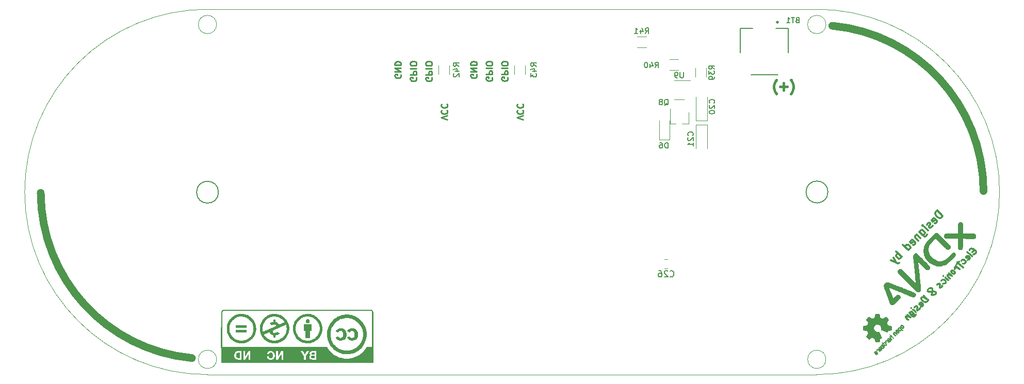
<source format=gbr>
%TF.GenerationSoftware,KiCad,Pcbnew,(6.0.7)*%
%TF.CreationDate,2022-08-17T15:13:11-05:00*%
%TF.ProjectId,Game_Cat_R3,47616d65-5f43-4617-945f-52332e6b6963,3.5*%
%TF.SameCoordinates,Original*%
%TF.FileFunction,Legend,Bot*%
%TF.FilePolarity,Positive*%
%FSLAX46Y46*%
G04 Gerber Fmt 4.6, Leading zero omitted, Abs format (unit mm)*
G04 Created by KiCad (PCBNEW (6.0.7)) date 2022-08-17 15:13:11*
%MOMM*%
%LPD*%
G01*
G04 APERTURE LIST*
%ADD10C,1.270000*%
%TA.AperFunction,Profile*%
%ADD11C,0.100000*%
%TD*%
%TA.AperFunction,Profile*%
%ADD12C,0.200000*%
%TD*%
%ADD13C,0.317500*%
%ADD14C,0.254000*%
%ADD15C,0.381000*%
%ADD16C,0.203200*%
%ADD17C,0.150000*%
%ADD18C,0.120000*%
%ADD19C,0.010000*%
%ADD20C,0.127000*%
%ADD21C,0.300000*%
G04 APERTURE END LIST*
D10*
X63857927Y-99189870D02*
G75*
G03*
X88681560Y-126344680I27411893J134950D01*
G01*
X218600233Y-98909810D02*
G75*
G03*
X193776600Y-71755000I-27411893J-134950D01*
G01*
D11*
X92730000Y-126550000D02*
G75*
G03*
X92730000Y-126550000I-1500000J0D01*
G01*
X192730000Y-71550000D02*
G75*
G03*
X192730000Y-71550000I-1500000J0D01*
G01*
X192730000Y-126550000D02*
G75*
G03*
X192730000Y-126550000I-1500000J0D01*
G01*
D12*
X93032851Y-99092749D02*
G75*
G03*
X93032851Y-99092749I-1796051J0D01*
G01*
X193058051Y-99060000D02*
G75*
G03*
X193058051Y-99060000I-1796051J0D01*
G01*
D11*
X61230000Y-99050000D02*
G75*
G03*
X91230000Y-129050000I30000000J0D01*
G01*
X91230000Y-69050000D02*
G75*
G03*
X61230000Y-99050000I0J-30000000D01*
G01*
X191230000Y-129050000D02*
X91230000Y-129050000D01*
X221230000Y-99050000D02*
G75*
G03*
X191230000Y-69050000I-30000000J0D01*
G01*
X91230000Y-69050000D02*
X191230000Y-69050000D01*
X92730000Y-71550000D02*
G75*
G03*
X92730000Y-71550000I-1500000J0D01*
G01*
X191230000Y-129050000D02*
G75*
G03*
X221230000Y-99050000I0J30000000D01*
G01*
D13*
X211881754Y-103005722D02*
X210983728Y-102107696D01*
X210769912Y-102321512D01*
X210684386Y-102492564D01*
X210684386Y-102663617D01*
X210727149Y-102791906D01*
X210855439Y-103005722D01*
X210983728Y-103134011D01*
X211197544Y-103262301D01*
X211325833Y-103305064D01*
X211496885Y-103305064D01*
X211667938Y-103219537D01*
X211881754Y-103005722D01*
X210598860Y-104203089D02*
X210727149Y-104160326D01*
X210898202Y-103989274D01*
X210940965Y-103860984D01*
X210898202Y-103732695D01*
X210556097Y-103390590D01*
X210427807Y-103347827D01*
X210299518Y-103390590D01*
X210128465Y-103561642D01*
X210085702Y-103689932D01*
X210128465Y-103818221D01*
X210213992Y-103903747D01*
X210727149Y-103561642D01*
X210213992Y-104587957D02*
X210171229Y-104716247D01*
X210000176Y-104887299D01*
X209871887Y-104930062D01*
X209743597Y-104887299D01*
X209700834Y-104844536D01*
X209658071Y-104716247D01*
X209700834Y-104587957D01*
X209829124Y-104459668D01*
X209871887Y-104331379D01*
X209829124Y-104203089D01*
X209786360Y-104160326D01*
X209658071Y-104117563D01*
X209529782Y-104160326D01*
X209401492Y-104288616D01*
X209358729Y-104416905D01*
X209487019Y-105400457D02*
X208888335Y-104801773D01*
X208588993Y-104502431D02*
X208674519Y-104502431D01*
X208674519Y-104587957D01*
X208588993Y-104587957D01*
X208588993Y-104502431D01*
X208674519Y-104587957D01*
X208075835Y-105614272D02*
X208802809Y-106341246D01*
X208931098Y-106384009D01*
X209016624Y-106384009D01*
X209144914Y-106341246D01*
X209273203Y-106212956D01*
X209315966Y-106084667D01*
X208631756Y-106170193D02*
X208760045Y-106127430D01*
X208931098Y-105956377D01*
X208973861Y-105828088D01*
X208973861Y-105742562D01*
X208931098Y-105614272D01*
X208674519Y-105357694D01*
X208546230Y-105314931D01*
X208460704Y-105314931D01*
X208332414Y-105357694D01*
X208161362Y-105528746D01*
X208118599Y-105657036D01*
X207648204Y-106041904D02*
X208246888Y-106640587D01*
X207733730Y-106127430D02*
X207648204Y-106127430D01*
X207519915Y-106170193D01*
X207391625Y-106298482D01*
X207348862Y-106426772D01*
X207391625Y-106555061D01*
X207862020Y-107025456D01*
X207049520Y-107752429D02*
X207177810Y-107709666D01*
X207348862Y-107538613D01*
X207391625Y-107410324D01*
X207348862Y-107282034D01*
X207006757Y-106939929D01*
X206878468Y-106897166D01*
X206750179Y-106939929D01*
X206579126Y-107110982D01*
X206536363Y-107239271D01*
X206579126Y-107367561D01*
X206664652Y-107453087D01*
X207177810Y-107110982D01*
X206279784Y-108607691D02*
X205381759Y-107709666D01*
X206237021Y-108564928D02*
X206365310Y-108522165D01*
X206536363Y-108351112D01*
X206579126Y-108222823D01*
X206579126Y-108137297D01*
X206536363Y-108009007D01*
X206279784Y-107752429D01*
X206151495Y-107709666D01*
X206065969Y-107709666D01*
X205937679Y-107752429D01*
X205766627Y-107923481D01*
X205723864Y-108051771D01*
X205167943Y-109719532D02*
X204269917Y-108821507D01*
X204612022Y-109163612D02*
X204483733Y-109206375D01*
X204312680Y-109377427D01*
X204269917Y-109505717D01*
X204269917Y-109591243D01*
X204312680Y-109719532D01*
X204569259Y-109976111D01*
X204697549Y-110018874D01*
X204783075Y-110018874D01*
X204911364Y-109976111D01*
X205082417Y-109805059D01*
X205125180Y-109676769D01*
X203842286Y-109847822D02*
X204227154Y-110660321D01*
X203414655Y-110275453D02*
X204227154Y-110660321D01*
X204526496Y-110788611D01*
X204612022Y-110788611D01*
X204740312Y-110745847D01*
D14*
X130604380Y-87206666D02*
X129588380Y-86868000D01*
X130604380Y-86529333D01*
X129685142Y-85610095D02*
X129636761Y-85658476D01*
X129588380Y-85803619D01*
X129588380Y-85900380D01*
X129636761Y-86045523D01*
X129733523Y-86142285D01*
X129830285Y-86190666D01*
X130023809Y-86239047D01*
X130168952Y-86239047D01*
X130362476Y-86190666D01*
X130459238Y-86142285D01*
X130556000Y-86045523D01*
X130604380Y-85900380D01*
X130604380Y-85803619D01*
X130556000Y-85658476D01*
X130507619Y-85610095D01*
X129685142Y-84594095D02*
X129636761Y-84642476D01*
X129588380Y-84787619D01*
X129588380Y-84884380D01*
X129636761Y-85029523D01*
X129733523Y-85126285D01*
X129830285Y-85174666D01*
X130023809Y-85223047D01*
X130168952Y-85223047D01*
X130362476Y-85174666D01*
X130459238Y-85126285D01*
X130556000Y-85029523D01*
X130604380Y-84884380D01*
X130604380Y-84787619D01*
X130556000Y-84642476D01*
X130507619Y-84594095D01*
X140462000Y-80223688D02*
X140510380Y-80320449D01*
X140510380Y-80465592D01*
X140462000Y-80610735D01*
X140365238Y-80707497D01*
X140268476Y-80755878D01*
X140074952Y-80804259D01*
X139929809Y-80804259D01*
X139736285Y-80755878D01*
X139639523Y-80707497D01*
X139542761Y-80610735D01*
X139494380Y-80465592D01*
X139494380Y-80368830D01*
X139542761Y-80223688D01*
X139591142Y-80175307D01*
X139929809Y-80175307D01*
X139929809Y-80368830D01*
X139494380Y-79739878D02*
X140510380Y-79739878D01*
X140510380Y-79352830D01*
X140462000Y-79256068D01*
X140413619Y-79207688D01*
X140316857Y-79159307D01*
X140171714Y-79159307D01*
X140074952Y-79207688D01*
X140026571Y-79256068D01*
X139978190Y-79352830D01*
X139978190Y-79739878D01*
X139494380Y-78723878D02*
X140510380Y-78723878D01*
X140510380Y-78046545D02*
X140510380Y-77853021D01*
X140462000Y-77756259D01*
X140365238Y-77659497D01*
X140171714Y-77611116D01*
X139833047Y-77611116D01*
X139639523Y-77659497D01*
X139542761Y-77756259D01*
X139494380Y-77853021D01*
X139494380Y-78046545D01*
X139542761Y-78143307D01*
X139639523Y-78240068D01*
X139833047Y-78288449D01*
X140171714Y-78288449D01*
X140365238Y-78240068D01*
X140462000Y-78143307D01*
X140510380Y-78046545D01*
X143050380Y-87206666D02*
X142034380Y-86868000D01*
X143050380Y-86529333D01*
X142131142Y-85610095D02*
X142082761Y-85658476D01*
X142034380Y-85803619D01*
X142034380Y-85900380D01*
X142082761Y-86045523D01*
X142179523Y-86142285D01*
X142276285Y-86190666D01*
X142469809Y-86239047D01*
X142614952Y-86239047D01*
X142808476Y-86190666D01*
X142905238Y-86142285D01*
X143002000Y-86045523D01*
X143050380Y-85900380D01*
X143050380Y-85803619D01*
X143002000Y-85658476D01*
X142953619Y-85610095D01*
X142131142Y-84594095D02*
X142082761Y-84642476D01*
X142034380Y-84787619D01*
X142034380Y-84884380D01*
X142082761Y-85029523D01*
X142179523Y-85126285D01*
X142276285Y-85174666D01*
X142469809Y-85223047D01*
X142614952Y-85223047D01*
X142808476Y-85174666D01*
X142905238Y-85126285D01*
X143002000Y-85029523D01*
X143050380Y-84884380D01*
X143050380Y-84787619D01*
X143002000Y-84642476D01*
X142953619Y-84594095D01*
X135382000Y-79739878D02*
X135430380Y-79836640D01*
X135430380Y-79981783D01*
X135382000Y-80126925D01*
X135285238Y-80223687D01*
X135188476Y-80272068D01*
X134994952Y-80320449D01*
X134849809Y-80320449D01*
X134656285Y-80272068D01*
X134559523Y-80223687D01*
X134462761Y-80126925D01*
X134414380Y-79981783D01*
X134414380Y-79885021D01*
X134462761Y-79739878D01*
X134511142Y-79691497D01*
X134849809Y-79691497D01*
X134849809Y-79885021D01*
X134414380Y-79256068D02*
X135430380Y-79256068D01*
X134414380Y-78675497D01*
X135430380Y-78675497D01*
X134414380Y-78191687D02*
X135430380Y-78191687D01*
X135430380Y-77949783D01*
X135382000Y-77804640D01*
X135285238Y-77707878D01*
X135188476Y-77659497D01*
X134994952Y-77611116D01*
X134849809Y-77611116D01*
X134656285Y-77659497D01*
X134559523Y-77707878D01*
X134462761Y-77804640D01*
X134414380Y-77949783D01*
X134414380Y-78191687D01*
X125476000Y-80251905D02*
X125524380Y-80348666D01*
X125524380Y-80493809D01*
X125476000Y-80638952D01*
X125379238Y-80735714D01*
X125282476Y-80784095D01*
X125088952Y-80832476D01*
X124943809Y-80832476D01*
X124750285Y-80784095D01*
X124653523Y-80735714D01*
X124556761Y-80638952D01*
X124508380Y-80493809D01*
X124508380Y-80397047D01*
X124556761Y-80251905D01*
X124605142Y-80203524D01*
X124943809Y-80203524D01*
X124943809Y-80397047D01*
X124508380Y-79768095D02*
X125524380Y-79768095D01*
X125524380Y-79381047D01*
X125476000Y-79284285D01*
X125427619Y-79235905D01*
X125330857Y-79187524D01*
X125185714Y-79187524D01*
X125088952Y-79235905D01*
X125040571Y-79284285D01*
X124992190Y-79381047D01*
X124992190Y-79768095D01*
X124508380Y-78752095D02*
X125524380Y-78752095D01*
X125524380Y-78074762D02*
X125524380Y-77881238D01*
X125476000Y-77784476D01*
X125379238Y-77687714D01*
X125185714Y-77639333D01*
X124847047Y-77639333D01*
X124653523Y-77687714D01*
X124556761Y-77784476D01*
X124508380Y-77881238D01*
X124508380Y-78074762D01*
X124556761Y-78171524D01*
X124653523Y-78268285D01*
X124847047Y-78316666D01*
X125185714Y-78316666D01*
X125379238Y-78268285D01*
X125476000Y-78171524D01*
X125524380Y-78074762D01*
X122936000Y-79768095D02*
X122984380Y-79864857D01*
X122984380Y-80010000D01*
X122936000Y-80155142D01*
X122839238Y-80251904D01*
X122742476Y-80300285D01*
X122548952Y-80348666D01*
X122403809Y-80348666D01*
X122210285Y-80300285D01*
X122113523Y-80251904D01*
X122016761Y-80155142D01*
X121968380Y-80010000D01*
X121968380Y-79913238D01*
X122016761Y-79768095D01*
X122065142Y-79719714D01*
X122403809Y-79719714D01*
X122403809Y-79913238D01*
X121968380Y-79284285D02*
X122984380Y-79284285D01*
X121968380Y-78703714D01*
X122984380Y-78703714D01*
X121968380Y-78219904D02*
X122984380Y-78219904D01*
X122984380Y-77978000D01*
X122936000Y-77832857D01*
X122839238Y-77736095D01*
X122742476Y-77687714D01*
X122548952Y-77639333D01*
X122403809Y-77639333D01*
X122210285Y-77687714D01*
X122113523Y-77736095D01*
X122016761Y-77832857D01*
X121968380Y-77978000D01*
X121968380Y-78219904D01*
X137922000Y-80223688D02*
X137970380Y-80320449D01*
X137970380Y-80465592D01*
X137922000Y-80610735D01*
X137825238Y-80707497D01*
X137728476Y-80755878D01*
X137534952Y-80804259D01*
X137389809Y-80804259D01*
X137196285Y-80755878D01*
X137099523Y-80707497D01*
X137002761Y-80610735D01*
X136954380Y-80465592D01*
X136954380Y-80368830D01*
X137002761Y-80223688D01*
X137051142Y-80175307D01*
X137389809Y-80175307D01*
X137389809Y-80368830D01*
X136954380Y-79739878D02*
X137970380Y-79739878D01*
X137970380Y-79352830D01*
X137922000Y-79256068D01*
X137873619Y-79207688D01*
X137776857Y-79159307D01*
X137631714Y-79159307D01*
X137534952Y-79207688D01*
X137486571Y-79256068D01*
X137438190Y-79352830D01*
X137438190Y-79739878D01*
X136954380Y-78723878D02*
X137970380Y-78723878D01*
X137970380Y-78046545D02*
X137970380Y-77853021D01*
X137922000Y-77756259D01*
X137825238Y-77659497D01*
X137631714Y-77611116D01*
X137293047Y-77611116D01*
X137099523Y-77659497D01*
X137002761Y-77756259D01*
X136954380Y-77853021D01*
X136954380Y-78046545D01*
X137002761Y-78143307D01*
X137099523Y-78240068D01*
X137293047Y-78288449D01*
X137631714Y-78288449D01*
X137825238Y-78240068D01*
X137922000Y-78143307D01*
X137970380Y-78046545D01*
X128016000Y-80251905D02*
X128064380Y-80348666D01*
X128064380Y-80493809D01*
X128016000Y-80638952D01*
X127919238Y-80735714D01*
X127822476Y-80784095D01*
X127628952Y-80832476D01*
X127483809Y-80832476D01*
X127290285Y-80784095D01*
X127193523Y-80735714D01*
X127096761Y-80638952D01*
X127048380Y-80493809D01*
X127048380Y-80397047D01*
X127096761Y-80251905D01*
X127145142Y-80203524D01*
X127483809Y-80203524D01*
X127483809Y-80397047D01*
X127048380Y-79768095D02*
X128064380Y-79768095D01*
X128064380Y-79381047D01*
X128016000Y-79284285D01*
X127967619Y-79235905D01*
X127870857Y-79187524D01*
X127725714Y-79187524D01*
X127628952Y-79235905D01*
X127580571Y-79284285D01*
X127532190Y-79381047D01*
X127532190Y-79768095D01*
X127048380Y-78752095D02*
X128064380Y-78752095D01*
X128064380Y-78074762D02*
X128064380Y-77881238D01*
X128016000Y-77784476D01*
X127919238Y-77687714D01*
X127725714Y-77639333D01*
X127387047Y-77639333D01*
X127193523Y-77687714D01*
X127096761Y-77784476D01*
X127048380Y-77881238D01*
X127048380Y-78074762D01*
X127096761Y-78171524D01*
X127193523Y-78268285D01*
X127387047Y-78316666D01*
X127725714Y-78316666D01*
X127919238Y-78268285D01*
X128016000Y-78171524D01*
X128064380Y-78074762D01*
D15*
X184639857Y-82931000D02*
X184567285Y-82858428D01*
X184422142Y-82640714D01*
X184349571Y-82495571D01*
X184277000Y-82277857D01*
X184204428Y-81915000D01*
X184204428Y-81624714D01*
X184277000Y-81261857D01*
X184349571Y-81044142D01*
X184422142Y-80899000D01*
X184567285Y-80681285D01*
X184639857Y-80608714D01*
X185220428Y-81769857D02*
X186381571Y-81769857D01*
X185801000Y-82350428D02*
X185801000Y-81189285D01*
X186962142Y-82931000D02*
X187034714Y-82858428D01*
X187179857Y-82640714D01*
X187252428Y-82495571D01*
X187325000Y-82277857D01*
X187397571Y-81915000D01*
X187397571Y-81624714D01*
X187325000Y-81261857D01*
X187252428Y-81044142D01*
X187179857Y-80899000D01*
X187034714Y-80681285D01*
X186962142Y-80608714D01*
D16*
%TO.C,R41*%
X163086328Y-73015657D02*
X163391128Y-72580228D01*
X163608842Y-73015657D02*
X163608842Y-72101257D01*
X163260500Y-72101257D01*
X163173414Y-72144800D01*
X163129871Y-72188342D01*
X163086328Y-72275428D01*
X163086328Y-72406057D01*
X163129871Y-72493142D01*
X163173414Y-72536685D01*
X163260500Y-72580228D01*
X163608842Y-72580228D01*
X162302557Y-72406057D02*
X162302557Y-73015657D01*
X162520271Y-72057714D02*
X162737985Y-72710857D01*
X162171928Y-72710857D01*
X161344614Y-73015657D02*
X161867128Y-73015657D01*
X161605871Y-73015657D02*
X161605871Y-72101257D01*
X161692957Y-72231885D01*
X161780042Y-72318971D01*
X161867128Y-72362514D01*
%TO.C,U9*%
X169331896Y-79388769D02*
X169331896Y-80128997D01*
X169288353Y-80216083D01*
X169244811Y-80259626D01*
X169157725Y-80303169D01*
X168983553Y-80303169D01*
X168896468Y-80259626D01*
X168852925Y-80216083D01*
X168809382Y-80128997D01*
X168809382Y-79388769D01*
X168330411Y-80303169D02*
X168156239Y-80303169D01*
X168069153Y-80259626D01*
X168025611Y-80216083D01*
X167938525Y-80085454D01*
X167894982Y-79911283D01*
X167894982Y-79562940D01*
X167938525Y-79475854D01*
X167982068Y-79432312D01*
X168069153Y-79388769D01*
X168243325Y-79388769D01*
X168330411Y-79432312D01*
X168373953Y-79475854D01*
X168417496Y-79562940D01*
X168417496Y-79780654D01*
X168373953Y-79867740D01*
X168330411Y-79911283D01*
X168243325Y-79954826D01*
X168069153Y-79954826D01*
X167982068Y-79911283D01*
X167938525Y-79867740D01*
X167894982Y-79780654D01*
%TO.C,C21*%
X170876571Y-89762171D02*
X170920114Y-89718628D01*
X170963657Y-89588000D01*
X170963657Y-89500914D01*
X170920114Y-89370285D01*
X170833028Y-89283200D01*
X170745942Y-89239657D01*
X170571771Y-89196114D01*
X170441142Y-89196114D01*
X170266971Y-89239657D01*
X170179885Y-89283200D01*
X170092800Y-89370285D01*
X170049257Y-89500914D01*
X170049257Y-89588000D01*
X170092800Y-89718628D01*
X170136342Y-89762171D01*
X170136342Y-90110514D02*
X170092800Y-90154057D01*
X170049257Y-90241142D01*
X170049257Y-90458857D01*
X170092800Y-90545942D01*
X170136342Y-90589485D01*
X170223428Y-90633028D01*
X170310514Y-90633028D01*
X170441142Y-90589485D01*
X170963657Y-90066971D01*
X170963657Y-90633028D01*
X170963657Y-91503885D02*
X170963657Y-90981371D01*
X170963657Y-91242628D02*
X170049257Y-91242628D01*
X170179885Y-91155542D01*
X170266971Y-91068457D01*
X170310514Y-90981371D01*
%TO.C,R42*%
X132493657Y-78406171D02*
X132058228Y-78101371D01*
X132493657Y-77883657D02*
X131579257Y-77883657D01*
X131579257Y-78232000D01*
X131622800Y-78319085D01*
X131666342Y-78362628D01*
X131753428Y-78406171D01*
X131884057Y-78406171D01*
X131971142Y-78362628D01*
X132014685Y-78319085D01*
X132058228Y-78232000D01*
X132058228Y-77883657D01*
X131884057Y-79189942D02*
X132493657Y-79189942D01*
X131535714Y-78972228D02*
X132188857Y-78754514D01*
X132188857Y-79320571D01*
X131666342Y-79625371D02*
X131622800Y-79668914D01*
X131579257Y-79756000D01*
X131579257Y-79973714D01*
X131622800Y-80060800D01*
X131666342Y-80104342D01*
X131753428Y-80147885D01*
X131840514Y-80147885D01*
X131971142Y-80104342D01*
X132493657Y-79581828D01*
X132493657Y-80147885D01*
%TO.C,R40*%
X164671828Y-78645657D02*
X164976628Y-78210228D01*
X165194342Y-78645657D02*
X165194342Y-77731257D01*
X164846000Y-77731257D01*
X164758914Y-77774800D01*
X164715371Y-77818342D01*
X164671828Y-77905428D01*
X164671828Y-78036057D01*
X164715371Y-78123142D01*
X164758914Y-78166685D01*
X164846000Y-78210228D01*
X165194342Y-78210228D01*
X163888057Y-78036057D02*
X163888057Y-78645657D01*
X164105771Y-77687714D02*
X164323485Y-78340857D01*
X163757428Y-78340857D01*
X163234914Y-77731257D02*
X163147828Y-77731257D01*
X163060742Y-77774800D01*
X163017200Y-77818342D01*
X162973657Y-77905428D01*
X162930114Y-78079600D01*
X162930114Y-78297314D01*
X162973657Y-78471485D01*
X163017200Y-78558571D01*
X163060742Y-78602114D01*
X163147828Y-78645657D01*
X163234914Y-78645657D01*
X163322000Y-78602114D01*
X163365542Y-78558571D01*
X163409085Y-78471485D01*
X163452628Y-78297314D01*
X163452628Y-78079600D01*
X163409085Y-77905428D01*
X163365542Y-77818342D01*
X163322000Y-77774800D01*
X163234914Y-77731257D01*
%TO.C,C20*%
X174389285Y-84458831D02*
X174432828Y-84415288D01*
X174476371Y-84284660D01*
X174476371Y-84197574D01*
X174432828Y-84066945D01*
X174345742Y-83979860D01*
X174258656Y-83936317D01*
X174084485Y-83892774D01*
X173953856Y-83892774D01*
X173779685Y-83936317D01*
X173692599Y-83979860D01*
X173605514Y-84066945D01*
X173561971Y-84197574D01*
X173561971Y-84284660D01*
X173605514Y-84415288D01*
X173649056Y-84458831D01*
X173649056Y-84807174D02*
X173605514Y-84850717D01*
X173561971Y-84937802D01*
X173561971Y-85155517D01*
X173605514Y-85242602D01*
X173649056Y-85286145D01*
X173736142Y-85329688D01*
X173823228Y-85329688D01*
X173953856Y-85286145D01*
X174476371Y-84763631D01*
X174476371Y-85329688D01*
X173561971Y-85895745D02*
X173561971Y-85982831D01*
X173605514Y-86069917D01*
X173649056Y-86113460D01*
X173736142Y-86157002D01*
X173910314Y-86200545D01*
X174128028Y-86200545D01*
X174302199Y-86157002D01*
X174389285Y-86113460D01*
X174432828Y-86069917D01*
X174476371Y-85982831D01*
X174476371Y-85895745D01*
X174432828Y-85808660D01*
X174389285Y-85765117D01*
X174302199Y-85721574D01*
X174128028Y-85678031D01*
X173910314Y-85678031D01*
X173736142Y-85721574D01*
X173649056Y-85765117D01*
X173605514Y-85808660D01*
X173561971Y-85895745D01*
%TO.C,R43*%
X145193657Y-78406171D02*
X144758228Y-78101371D01*
X145193657Y-77883657D02*
X144279257Y-77883657D01*
X144279257Y-78232000D01*
X144322800Y-78319085D01*
X144366342Y-78362628D01*
X144453428Y-78406171D01*
X144584057Y-78406171D01*
X144671142Y-78362628D01*
X144714685Y-78319085D01*
X144758228Y-78232000D01*
X144758228Y-77883657D01*
X144584057Y-79189942D02*
X145193657Y-79189942D01*
X144235714Y-78972228D02*
X144888857Y-78754514D01*
X144888857Y-79320571D01*
X144279257Y-79581828D02*
X144279257Y-80147885D01*
X144627600Y-79843085D01*
X144627600Y-79973714D01*
X144671142Y-80060800D01*
X144714685Y-80104342D01*
X144801771Y-80147885D01*
X145019485Y-80147885D01*
X145106571Y-80104342D01*
X145150114Y-80060800D01*
X145193657Y-79973714D01*
X145193657Y-79712457D01*
X145150114Y-79625371D01*
X145106571Y-79581828D01*
%TO.C,D6*%
X166790914Y-91853657D02*
X166790914Y-90939257D01*
X166573200Y-90939257D01*
X166442571Y-90982800D01*
X166355485Y-91069885D01*
X166311942Y-91156971D01*
X166268400Y-91331142D01*
X166268400Y-91461771D01*
X166311942Y-91635942D01*
X166355485Y-91723028D01*
X166442571Y-91810114D01*
X166573200Y-91853657D01*
X166790914Y-91853657D01*
X165484628Y-90939257D02*
X165658800Y-90939257D01*
X165745885Y-90982800D01*
X165789428Y-91026342D01*
X165876514Y-91156971D01*
X165920057Y-91331142D01*
X165920057Y-91679485D01*
X165876514Y-91766571D01*
X165832971Y-91810114D01*
X165745885Y-91853657D01*
X165571714Y-91853657D01*
X165484628Y-91810114D01*
X165441085Y-91766571D01*
X165397542Y-91679485D01*
X165397542Y-91461771D01*
X165441085Y-91374685D01*
X165484628Y-91331142D01*
X165571714Y-91287600D01*
X165745885Y-91287600D01*
X165832971Y-91331142D01*
X165876514Y-91374685D01*
X165920057Y-91461771D01*
%TO.C,R39*%
X174419371Y-78846692D02*
X173983942Y-78541892D01*
X174419371Y-78324178D02*
X173504971Y-78324178D01*
X173504971Y-78672521D01*
X173548514Y-78759606D01*
X173592056Y-78803149D01*
X173679142Y-78846692D01*
X173809771Y-78846692D01*
X173896856Y-78803149D01*
X173940399Y-78759606D01*
X173983942Y-78672521D01*
X173983942Y-78324178D01*
X173504971Y-79151492D02*
X173504971Y-79717549D01*
X173853314Y-79412749D01*
X173853314Y-79543378D01*
X173896856Y-79630463D01*
X173940399Y-79674006D01*
X174027485Y-79717549D01*
X174245199Y-79717549D01*
X174332285Y-79674006D01*
X174375828Y-79630463D01*
X174419371Y-79543378D01*
X174419371Y-79282121D01*
X174375828Y-79195035D01*
X174332285Y-79151492D01*
X174419371Y-80152978D02*
X174419371Y-80327149D01*
X174375828Y-80414235D01*
X174332285Y-80457778D01*
X174201656Y-80544863D01*
X174027485Y-80588406D01*
X173679142Y-80588406D01*
X173592056Y-80544863D01*
X173548514Y-80501321D01*
X173504971Y-80414235D01*
X173504971Y-80240063D01*
X173548514Y-80152978D01*
X173592056Y-80109435D01*
X173679142Y-80065892D01*
X173896856Y-80065892D01*
X173983942Y-80109435D01*
X174027485Y-80152978D01*
X174071028Y-80240063D01*
X174071028Y-80414235D01*
X174027485Y-80501321D01*
X173983942Y-80544863D01*
X173896856Y-80588406D01*
D17*
%TO.C,C26*%
X167139857Y-112908142D02*
X167187476Y-112955761D01*
X167330333Y-113003380D01*
X167425571Y-113003380D01*
X167568428Y-112955761D01*
X167663666Y-112860523D01*
X167711285Y-112765285D01*
X167758904Y-112574809D01*
X167758904Y-112431952D01*
X167711285Y-112241476D01*
X167663666Y-112146238D01*
X167568428Y-112051000D01*
X167425571Y-112003380D01*
X167330333Y-112003380D01*
X167187476Y-112051000D01*
X167139857Y-112098619D01*
X166758904Y-112098619D02*
X166711285Y-112051000D01*
X166616047Y-112003380D01*
X166377952Y-112003380D01*
X166282714Y-112051000D01*
X166235095Y-112098619D01*
X166187476Y-112193857D01*
X166187476Y-112289095D01*
X166235095Y-112431952D01*
X166806523Y-113003380D01*
X166187476Y-113003380D01*
X165330333Y-112003380D02*
X165520809Y-112003380D01*
X165616047Y-112051000D01*
X165663666Y-112098619D01*
X165758904Y-112241476D01*
X165806523Y-112431952D01*
X165806523Y-112812904D01*
X165758904Y-112908142D01*
X165711285Y-112955761D01*
X165616047Y-113003380D01*
X165425571Y-113003380D01*
X165330333Y-112955761D01*
X165282714Y-112908142D01*
X165235095Y-112812904D01*
X165235095Y-112574809D01*
X165282714Y-112479571D01*
X165330333Y-112431952D01*
X165425571Y-112384333D01*
X165616047Y-112384333D01*
X165711285Y-112431952D01*
X165758904Y-112479571D01*
X165806523Y-112574809D01*
D16*
%TO.C,Q8*%
X166203085Y-84828742D02*
X166290171Y-84785200D01*
X166377257Y-84698114D01*
X166507885Y-84567485D01*
X166594971Y-84523942D01*
X166682057Y-84523942D01*
X166638514Y-84741657D02*
X166725600Y-84698114D01*
X166812685Y-84611028D01*
X166856228Y-84436857D01*
X166856228Y-84132057D01*
X166812685Y-83957885D01*
X166725600Y-83870800D01*
X166638514Y-83827257D01*
X166464342Y-83827257D01*
X166377257Y-83870800D01*
X166290171Y-83957885D01*
X166246628Y-84132057D01*
X166246628Y-84436857D01*
X166290171Y-84611028D01*
X166377257Y-84698114D01*
X166464342Y-84741657D01*
X166638514Y-84741657D01*
X165724114Y-84219142D02*
X165811200Y-84175600D01*
X165854742Y-84132057D01*
X165898285Y-84044971D01*
X165898285Y-84001428D01*
X165854742Y-83914342D01*
X165811200Y-83870800D01*
X165724114Y-83827257D01*
X165549942Y-83827257D01*
X165462857Y-83870800D01*
X165419314Y-83914342D01*
X165375771Y-84001428D01*
X165375771Y-84044971D01*
X165419314Y-84132057D01*
X165462857Y-84175600D01*
X165549942Y-84219142D01*
X165724114Y-84219142D01*
X165811200Y-84262685D01*
X165854742Y-84306228D01*
X165898285Y-84393314D01*
X165898285Y-84567485D01*
X165854742Y-84654571D01*
X165811200Y-84698114D01*
X165724114Y-84741657D01*
X165549942Y-84741657D01*
X165462857Y-84698114D01*
X165419314Y-84654571D01*
X165375771Y-84567485D01*
X165375771Y-84393314D01*
X165419314Y-84306228D01*
X165462857Y-84262685D01*
X165549942Y-84219142D01*
%TO.C,BT1*%
X188043457Y-70800685D02*
X187912828Y-70844228D01*
X187869285Y-70887771D01*
X187825742Y-70974857D01*
X187825742Y-71105485D01*
X187869285Y-71192571D01*
X187912828Y-71236114D01*
X187999914Y-71279657D01*
X188348257Y-71279657D01*
X188348257Y-70365257D01*
X188043457Y-70365257D01*
X187956371Y-70408800D01*
X187912828Y-70452342D01*
X187869285Y-70539428D01*
X187869285Y-70626514D01*
X187912828Y-70713600D01*
X187956371Y-70757142D01*
X188043457Y-70800685D01*
X188348257Y-70800685D01*
X187564485Y-70365257D02*
X187041971Y-70365257D01*
X187303228Y-71279657D02*
X187303228Y-70365257D01*
X186258200Y-71279657D02*
X186780714Y-71279657D01*
X186519457Y-71279657D02*
X186519457Y-70365257D01*
X186606542Y-70495885D01*
X186693628Y-70582971D01*
X186780714Y-70626514D01*
D18*
%TO.C,R41*%
X163225564Y-75332000D02*
X161771436Y-75332000D01*
X163225564Y-73512000D02*
X161771436Y-73512000D01*
%TO.C,U9*%
X168635211Y-80729512D02*
X167835211Y-80729512D01*
X168635211Y-80729512D02*
X170435211Y-80729512D01*
X168635211Y-83849512D02*
X169435211Y-83849512D01*
X168635211Y-83849512D02*
X167835211Y-83849512D01*
%TO.C,C21*%
X171365000Y-91950000D02*
X171365000Y-88040000D01*
X173235000Y-88040000D02*
X173235000Y-91950000D01*
X171365000Y-88040000D02*
X173235000Y-88040000D01*
%TO.C,R42*%
X129138000Y-79721064D02*
X129138000Y-78266936D01*
X130958000Y-79721064D02*
X130958000Y-78266936D01*
%TO.C,R40*%
X168533279Y-77254520D02*
X167079151Y-77254520D01*
X168533279Y-79074520D02*
X167079151Y-79074520D01*
%TO.C,REF\u002A\u002A*%
G36*
X204025085Y-122053452D02*
G01*
X204045660Y-122060520D01*
X204067870Y-122073150D01*
X204095536Y-122094293D01*
X204132481Y-122126897D01*
X204182523Y-122173911D01*
X204249486Y-122238286D01*
X204434864Y-122417236D01*
X204397603Y-122433968D01*
X204363455Y-122449257D01*
X204335875Y-122458689D01*
X204312097Y-122459071D01*
X204287177Y-122448190D01*
X204256171Y-122423831D01*
X204214132Y-122383778D01*
X204156117Y-122325818D01*
X204109756Y-122279738D01*
X204064567Y-122236224D01*
X204032274Y-122207934D01*
X204008774Y-122191675D01*
X203989964Y-122184258D01*
X203971741Y-122182495D01*
X203937408Y-122188624D01*
X203898107Y-122217295D01*
X203877915Y-122264351D01*
X203877416Y-122268290D01*
X203878445Y-122283152D01*
X203886086Y-122300998D01*
X203903058Y-122325400D01*
X203932077Y-122359930D01*
X203975861Y-122408163D01*
X204037127Y-122473670D01*
X204201721Y-122648526D01*
X204138548Y-122672591D01*
X204075377Y-122696656D01*
X203920418Y-122541697D01*
X203878501Y-122499419D01*
X203821496Y-122439300D01*
X203781834Y-122391754D01*
X203756945Y-122352326D01*
X203744254Y-122316560D01*
X203741190Y-122280001D01*
X203745180Y-122238191D01*
X203759065Y-122186203D01*
X203798515Y-122121878D01*
X203856048Y-122075137D01*
X203926510Y-122049729D01*
X204004748Y-122049400D01*
X204025085Y-122053452D01*
G37*
D19*
X204025085Y-122053452D02*
X204045660Y-122060520D01*
X204067870Y-122073150D01*
X204095536Y-122094293D01*
X204132481Y-122126897D01*
X204182523Y-122173911D01*
X204249486Y-122238286D01*
X204434864Y-122417236D01*
X204397603Y-122433968D01*
X204363455Y-122449257D01*
X204335875Y-122458689D01*
X204312097Y-122459071D01*
X204287177Y-122448190D01*
X204256171Y-122423831D01*
X204214132Y-122383778D01*
X204156117Y-122325818D01*
X204109756Y-122279738D01*
X204064567Y-122236224D01*
X204032274Y-122207934D01*
X204008774Y-122191675D01*
X203989964Y-122184258D01*
X203971741Y-122182495D01*
X203937408Y-122188624D01*
X203898107Y-122217295D01*
X203877915Y-122264351D01*
X203877416Y-122268290D01*
X203878445Y-122283152D01*
X203886086Y-122300998D01*
X203903058Y-122325400D01*
X203932077Y-122359930D01*
X203975861Y-122408163D01*
X204037127Y-122473670D01*
X204201721Y-122648526D01*
X204138548Y-122672591D01*
X204075377Y-122696656D01*
X203920418Y-122541697D01*
X203878501Y-122499419D01*
X203821496Y-122439300D01*
X203781834Y-122391754D01*
X203756945Y-122352326D01*
X203744254Y-122316560D01*
X203741190Y-122280001D01*
X203745180Y-122238191D01*
X203759065Y-122186203D01*
X203798515Y-122121878D01*
X203856048Y-122075137D01*
X203926510Y-122049729D01*
X204004748Y-122049400D01*
X204025085Y-122053452D01*
G36*
X203025063Y-123039772D02*
G01*
X203102798Y-123057857D01*
X203165079Y-123100042D01*
X203201014Y-123135977D01*
X203154092Y-123155120D01*
X203117233Y-123163950D01*
X203070133Y-123152858D01*
X203062284Y-123148707D01*
X203011824Y-123138039D01*
X202965325Y-123151519D01*
X202930182Y-123185244D01*
X202913789Y-123235315D01*
X202913171Y-123244619D01*
X202915452Y-123280082D01*
X202929166Y-123299275D01*
X202957872Y-123302881D01*
X203005133Y-123291577D01*
X203074505Y-123266046D01*
X203079103Y-123264226D01*
X203156345Y-123236112D01*
X203214083Y-123221893D01*
X203257956Y-123221471D01*
X203293603Y-123234748D01*
X203326661Y-123261624D01*
X203355833Y-123298897D01*
X203377906Y-123361874D01*
X203372475Y-123428404D01*
X203355622Y-123463600D01*
X203323913Y-123505345D01*
X203287178Y-123539936D01*
X203254140Y-123557832D01*
X203249550Y-123558651D01*
X203229193Y-123552663D01*
X203210962Y-123524462D01*
X203201401Y-123497578D01*
X203207704Y-123476103D01*
X203234422Y-123450139D01*
X203268816Y-123411393D01*
X203277685Y-123372472D01*
X203257941Y-123336588D01*
X203257135Y-123335796D01*
X203236098Y-123324541D01*
X203204647Y-123326364D01*
X203155225Y-123341635D01*
X203090678Y-123365066D01*
X203050358Y-123383019D01*
X203034258Y-123400559D01*
X203041172Y-123423192D01*
X203069892Y-123456421D01*
X203119208Y-123505749D01*
X203149404Y-123536448D01*
X203185850Y-123575201D01*
X203209711Y-123602812D01*
X203216890Y-123614714D01*
X203216195Y-123615280D01*
X203197381Y-123623751D01*
X203163875Y-123635433D01*
X203116502Y-123650512D01*
X202974715Y-123501304D01*
X202965324Y-123491397D01*
X202900544Y-123420722D01*
X202854705Y-123364470D01*
X202825472Y-123318178D01*
X202810508Y-123277387D01*
X202807478Y-123237633D01*
X202814044Y-123194457D01*
X202814217Y-123193710D01*
X202839498Y-123138562D01*
X202883487Y-123089528D01*
X202937665Y-123053974D01*
X202993516Y-123039265D01*
X203025063Y-123039772D01*
G37*
X203025063Y-123039772D02*
X203102798Y-123057857D01*
X203165079Y-123100042D01*
X203201014Y-123135977D01*
X203154092Y-123155120D01*
X203117233Y-123163950D01*
X203070133Y-123152858D01*
X203062284Y-123148707D01*
X203011824Y-123138039D01*
X202965325Y-123151519D01*
X202930182Y-123185244D01*
X202913789Y-123235315D01*
X202913171Y-123244619D01*
X202915452Y-123280082D01*
X202929166Y-123299275D01*
X202957872Y-123302881D01*
X203005133Y-123291577D01*
X203074505Y-123266046D01*
X203079103Y-123264226D01*
X203156345Y-123236112D01*
X203214083Y-123221893D01*
X203257956Y-123221471D01*
X203293603Y-123234748D01*
X203326661Y-123261624D01*
X203355833Y-123298897D01*
X203377906Y-123361874D01*
X203372475Y-123428404D01*
X203355622Y-123463600D01*
X203323913Y-123505345D01*
X203287178Y-123539936D01*
X203254140Y-123557832D01*
X203249550Y-123558651D01*
X203229193Y-123552663D01*
X203210962Y-123524462D01*
X203201401Y-123497578D01*
X203207704Y-123476103D01*
X203234422Y-123450139D01*
X203268816Y-123411393D01*
X203277685Y-123372472D01*
X203257941Y-123336588D01*
X203257135Y-123335796D01*
X203236098Y-123324541D01*
X203204647Y-123326364D01*
X203155225Y-123341635D01*
X203090678Y-123365066D01*
X203050358Y-123383019D01*
X203034258Y-123400559D01*
X203041172Y-123423192D01*
X203069892Y-123456421D01*
X203119208Y-123505749D01*
X203149404Y-123536448D01*
X203185850Y-123575201D01*
X203209711Y-123602812D01*
X203216890Y-123614714D01*
X203216195Y-123615280D01*
X203197381Y-123623751D01*
X203163875Y-123635433D01*
X203116502Y-123650512D01*
X202974715Y-123501304D01*
X202965324Y-123491397D01*
X202900544Y-123420722D01*
X202854705Y-123364470D01*
X202825472Y-123318178D01*
X202810508Y-123277387D01*
X202807478Y-123237633D01*
X202814044Y-123194457D01*
X202814217Y-123193710D01*
X202839498Y-123138562D01*
X202883487Y-123089528D01*
X202937665Y-123053974D01*
X202993516Y-123039265D01*
X203025063Y-123039772D01*
G36*
X204432920Y-121665694D02*
G01*
X204499509Y-121697838D01*
X204528275Y-121721003D01*
X204568466Y-121753371D01*
X204643001Y-121834432D01*
X204657640Y-121852757D01*
X204702575Y-121925153D01*
X204722380Y-121994578D01*
X204718844Y-122066506D01*
X204718123Y-122070050D01*
X204690225Y-122138084D01*
X204641929Y-122189953D01*
X204578389Y-122222927D01*
X204504759Y-122234281D01*
X204426194Y-122221290D01*
X204424540Y-122220737D01*
X204385218Y-122203203D01*
X204344928Y-122178875D01*
X204310364Y-122152777D01*
X204288217Y-122129936D01*
X204285176Y-122115375D01*
X204290829Y-122110793D01*
X204325032Y-122096055D01*
X204370667Y-122086215D01*
X204414981Y-122083336D01*
X204445218Y-122089482D01*
X204482418Y-122101637D01*
X204530525Y-122098418D01*
X204569288Y-122077579D01*
X204577619Y-122064065D01*
X204586136Y-122029460D01*
X204586809Y-121992572D01*
X204578413Y-121968114D01*
X204578349Y-121968056D01*
X204561693Y-121969623D01*
X204523791Y-121980307D01*
X204470215Y-121998358D01*
X204406538Y-122022028D01*
X204406192Y-122022163D01*
X204337619Y-122048485D01*
X204290595Y-122065068D01*
X204259622Y-122072655D01*
X204239206Y-122071991D01*
X204223848Y-122063819D01*
X204208053Y-122048882D01*
X204175007Y-122008281D01*
X204143659Y-121939572D01*
X204136852Y-121879852D01*
X204274510Y-121879852D01*
X204276250Y-121903311D01*
X204283261Y-121915480D01*
X204302867Y-121914168D01*
X204342633Y-121901816D01*
X204343785Y-121901439D01*
X204389171Y-121885335D01*
X204428355Y-121869511D01*
X204450745Y-121857004D01*
X204451140Y-121843400D01*
X204429789Y-121819490D01*
X204396305Y-121796641D01*
X204352276Y-121789479D01*
X204312317Y-121802897D01*
X204283904Y-121833990D01*
X204274510Y-121879852D01*
X204136852Y-121879852D01*
X204135614Y-121868987D01*
X204148857Y-121801303D01*
X204181370Y-121741294D01*
X204231136Y-121693738D01*
X204296139Y-121663409D01*
X204374360Y-121655084D01*
X204432920Y-121665694D01*
G37*
X204432920Y-121665694D02*
X204499509Y-121697838D01*
X204528275Y-121721003D01*
X204568466Y-121753371D01*
X204643001Y-121834432D01*
X204657640Y-121852757D01*
X204702575Y-121925153D01*
X204722380Y-121994578D01*
X204718844Y-122066506D01*
X204718123Y-122070050D01*
X204690225Y-122138084D01*
X204641929Y-122189953D01*
X204578389Y-122222927D01*
X204504759Y-122234281D01*
X204426194Y-122221290D01*
X204424540Y-122220737D01*
X204385218Y-122203203D01*
X204344928Y-122178875D01*
X204310364Y-122152777D01*
X204288217Y-122129936D01*
X204285176Y-122115375D01*
X204290829Y-122110793D01*
X204325032Y-122096055D01*
X204370667Y-122086215D01*
X204414981Y-122083336D01*
X204445218Y-122089482D01*
X204482418Y-122101637D01*
X204530525Y-122098418D01*
X204569288Y-122077579D01*
X204577619Y-122064065D01*
X204586136Y-122029460D01*
X204586809Y-121992572D01*
X204578413Y-121968114D01*
X204578349Y-121968056D01*
X204561693Y-121969623D01*
X204523791Y-121980307D01*
X204470215Y-121998358D01*
X204406538Y-122022028D01*
X204406192Y-122022163D01*
X204337619Y-122048485D01*
X204290595Y-122065068D01*
X204259622Y-122072655D01*
X204239206Y-122071991D01*
X204223848Y-122063819D01*
X204208053Y-122048882D01*
X204175007Y-122008281D01*
X204143659Y-121939572D01*
X204136852Y-121879852D01*
X204274510Y-121879852D01*
X204276250Y-121903311D01*
X204283261Y-121915480D01*
X204302867Y-121914168D01*
X204342633Y-121901816D01*
X204343785Y-121901439D01*
X204389171Y-121885335D01*
X204428355Y-121869511D01*
X204450745Y-121857004D01*
X204451140Y-121843400D01*
X204429789Y-121819490D01*
X204396305Y-121796641D01*
X204352276Y-121789479D01*
X204312317Y-121802897D01*
X204283904Y-121833990D01*
X204274510Y-121879852D01*
X204136852Y-121879852D01*
X204135614Y-121868987D01*
X204148857Y-121801303D01*
X204181370Y-121741294D01*
X204231136Y-121693738D01*
X204296139Y-121663409D01*
X204374360Y-121655084D01*
X204432920Y-121665694D01*
G36*
X204796961Y-121259465D02*
G01*
X204803999Y-121260691D01*
X204821757Y-121264894D01*
X204839497Y-121272249D01*
X204860182Y-121285211D01*
X204886773Y-121306233D01*
X204922233Y-121337772D01*
X204969525Y-121382279D01*
X204979138Y-121391558D01*
X205031611Y-121442211D01*
X205111452Y-121520020D01*
X205134602Y-121542605D01*
X205211955Y-121618151D01*
X205270636Y-121676469D01*
X205312135Y-121720162D01*
X205337946Y-121751834D01*
X205349560Y-121774091D01*
X205348467Y-121789535D01*
X205336161Y-121800771D01*
X205314132Y-121810403D01*
X205283872Y-121821035D01*
X205277409Y-121823311D01*
X205248965Y-121831253D01*
X205227269Y-121828560D01*
X205203298Y-121811861D01*
X205168036Y-121777792D01*
X205105765Y-121715575D01*
X205041647Y-121779693D01*
X205000480Y-121817407D01*
X204962462Y-121841414D01*
X204922550Y-121853011D01*
X204919247Y-121853547D01*
X204869737Y-121856302D01*
X204823310Y-121846249D01*
X204774877Y-121820755D01*
X204719350Y-121777189D01*
X204651641Y-121712922D01*
X204603870Y-121664389D01*
X204569131Y-121626179D01*
X204547692Y-121597031D01*
X204535478Y-121571343D01*
X204528412Y-121543509D01*
X204524610Y-121520642D01*
X204523671Y-121472897D01*
X204664684Y-121472897D01*
X204675500Y-121511472D01*
X204708286Y-121559593D01*
X204764288Y-121620305D01*
X204773687Y-121629669D01*
X204817008Y-121671040D01*
X204847820Y-121695592D01*
X204871999Y-121707364D01*
X204895425Y-121710389D01*
X204896691Y-121710386D01*
X204938874Y-121702430D01*
X204961483Y-121676448D01*
X204968200Y-121628284D01*
X204967830Y-121614490D01*
X204963195Y-121590083D01*
X204949882Y-121565621D01*
X204923710Y-121534520D01*
X204880497Y-121490198D01*
X204853520Y-121464181D01*
X204800121Y-121421201D01*
X204756659Y-121401519D01*
X204719650Y-121404015D01*
X204685612Y-121427571D01*
X204674596Y-121440821D01*
X204664684Y-121472897D01*
X204523671Y-121472897D01*
X204523221Y-121450031D01*
X204542883Y-121391266D01*
X204585960Y-121335811D01*
X204648511Y-121285599D01*
X204719381Y-121258986D01*
X204796961Y-121259465D01*
G37*
X204796961Y-121259465D02*
X204803999Y-121260691D01*
X204821757Y-121264894D01*
X204839497Y-121272249D01*
X204860182Y-121285211D01*
X204886773Y-121306233D01*
X204922233Y-121337772D01*
X204969525Y-121382279D01*
X204979138Y-121391558D01*
X205031611Y-121442211D01*
X205111452Y-121520020D01*
X205134602Y-121542605D01*
X205211955Y-121618151D01*
X205270636Y-121676469D01*
X205312135Y-121720162D01*
X205337946Y-121751834D01*
X205349560Y-121774091D01*
X205348467Y-121789535D01*
X205336161Y-121800771D01*
X205314132Y-121810403D01*
X205283872Y-121821035D01*
X205277409Y-121823311D01*
X205248965Y-121831253D01*
X205227269Y-121828560D01*
X205203298Y-121811861D01*
X205168036Y-121777792D01*
X205105765Y-121715575D01*
X205041647Y-121779693D01*
X205000480Y-121817407D01*
X204962462Y-121841414D01*
X204922550Y-121853011D01*
X204919247Y-121853547D01*
X204869737Y-121856302D01*
X204823310Y-121846249D01*
X204774877Y-121820755D01*
X204719350Y-121777189D01*
X204651641Y-121712922D01*
X204603870Y-121664389D01*
X204569131Y-121626179D01*
X204547692Y-121597031D01*
X204535478Y-121571343D01*
X204528412Y-121543509D01*
X204524610Y-121520642D01*
X204523671Y-121472897D01*
X204664684Y-121472897D01*
X204675500Y-121511472D01*
X204708286Y-121559593D01*
X204764288Y-121620305D01*
X204773687Y-121629669D01*
X204817008Y-121671040D01*
X204847820Y-121695592D01*
X204871999Y-121707364D01*
X204895425Y-121710389D01*
X204896691Y-121710386D01*
X204938874Y-121702430D01*
X204961483Y-121676448D01*
X204968200Y-121628284D01*
X204967830Y-121614490D01*
X204963195Y-121590083D01*
X204949882Y-121565621D01*
X204923710Y-121534520D01*
X204880497Y-121490198D01*
X204853520Y-121464181D01*
X204800121Y-121421201D01*
X204756659Y-121401519D01*
X204719650Y-121404015D01*
X204685612Y-121427571D01*
X204674596Y-121440821D01*
X204664684Y-121472897D01*
X204523671Y-121472897D01*
X204523221Y-121450031D01*
X204542883Y-121391266D01*
X204585960Y-121335811D01*
X204648511Y-121285599D01*
X204719381Y-121258986D01*
X204796961Y-121259465D01*
G36*
X202703279Y-123394201D02*
G01*
X202713375Y-123396043D01*
X202735196Y-123402084D01*
X202757366Y-123412981D01*
X202783963Y-123431825D01*
X202819064Y-123461710D01*
X202866746Y-123505726D01*
X202931086Y-123566965D01*
X202941921Y-123577361D01*
X203011449Y-123645478D01*
X203059199Y-123695216D01*
X203085492Y-123726926D01*
X203090648Y-123740955D01*
X203074347Y-123751512D01*
X203042833Y-123765620D01*
X203034916Y-123768447D01*
X203020765Y-123771076D01*
X203005509Y-123767391D01*
X202985182Y-123754631D01*
X202955818Y-123730038D01*
X202913451Y-123690854D01*
X202854116Y-123634318D01*
X202836798Y-123617766D01*
X202781830Y-123565761D01*
X202742474Y-123530252D01*
X202714599Y-123508271D01*
X202694076Y-123496850D01*
X202676772Y-123493022D01*
X202658556Y-123493819D01*
X202615144Y-123506694D01*
X202577581Y-123538376D01*
X202558285Y-123581040D01*
X202560187Y-123627519D01*
X202586216Y-123670651D01*
X202595378Y-123680288D01*
X202607723Y-123701976D01*
X202596529Y-123718363D01*
X202559394Y-123735231D01*
X202549889Y-123738236D01*
X202513873Y-123736025D01*
X202485118Y-123707939D01*
X202461918Y-123652530D01*
X202455271Y-123616338D01*
X202462612Y-123548139D01*
X202492030Y-123484315D01*
X202539539Y-123432122D01*
X202601157Y-123398823D01*
X202606190Y-123397376D01*
X202653202Y-123391452D01*
X202703279Y-123394201D01*
G37*
X202703279Y-123394201D02*
X202713375Y-123396043D01*
X202735196Y-123402084D01*
X202757366Y-123412981D01*
X202783963Y-123431825D01*
X202819064Y-123461710D01*
X202866746Y-123505726D01*
X202931086Y-123566965D01*
X202941921Y-123577361D01*
X203011449Y-123645478D01*
X203059199Y-123695216D01*
X203085492Y-123726926D01*
X203090648Y-123740955D01*
X203074347Y-123751512D01*
X203042833Y-123765620D01*
X203034916Y-123768447D01*
X203020765Y-123771076D01*
X203005509Y-123767391D01*
X202985182Y-123754631D01*
X202955818Y-123730038D01*
X202913451Y-123690854D01*
X202854116Y-123634318D01*
X202836798Y-123617766D01*
X202781830Y-123565761D01*
X202742474Y-123530252D01*
X202714599Y-123508271D01*
X202694076Y-123496850D01*
X202676772Y-123493022D01*
X202658556Y-123493819D01*
X202615144Y-123506694D01*
X202577581Y-123538376D01*
X202558285Y-123581040D01*
X202560187Y-123627519D01*
X202586216Y-123670651D01*
X202595378Y-123680288D01*
X202607723Y-123701976D01*
X202596529Y-123718363D01*
X202559394Y-123735231D01*
X202549889Y-123738236D01*
X202513873Y-123736025D01*
X202485118Y-123707939D01*
X202461918Y-123652530D01*
X202455271Y-123616338D01*
X202462612Y-123548139D01*
X202492030Y-123484315D01*
X202539539Y-123432122D01*
X202601157Y-123398823D01*
X202606190Y-123397376D01*
X202653202Y-123391452D01*
X202703279Y-123394201D01*
G36*
X205200649Y-120871273D02*
G01*
X205205826Y-120872295D01*
X205231897Y-120879568D01*
X205256854Y-120892299D01*
X205285974Y-120914388D01*
X205324528Y-120949732D01*
X205374226Y-120998717D01*
X205377793Y-121002233D01*
X205388910Y-121013368D01*
X205437981Y-121063552D01*
X205470648Y-121100044D01*
X205490838Y-121128158D01*
X205502476Y-121153213D01*
X205509492Y-121180525D01*
X205510556Y-121186582D01*
X205512219Y-121241078D01*
X205503296Y-121292355D01*
X205494711Y-121314683D01*
X205450634Y-121381684D01*
X205388295Y-121429196D01*
X205312341Y-121454481D01*
X205227424Y-121454800D01*
X205218160Y-121452731D01*
X205173550Y-121431535D01*
X205119848Y-121393611D01*
X205063111Y-121344530D01*
X205009401Y-121289867D01*
X204964775Y-121235195D01*
X204935294Y-121186088D01*
X204921734Y-121147307D01*
X204917295Y-121082332D01*
X205061511Y-121082332D01*
X205076351Y-121132694D01*
X205118176Y-121191581D01*
X205186794Y-121258567D01*
X205191485Y-121262601D01*
X205233679Y-121295231D01*
X205265918Y-121310441D01*
X205296551Y-121312317D01*
X205335883Y-121303435D01*
X205360525Y-121280394D01*
X205367530Y-121238285D01*
X205367182Y-121229394D01*
X205361729Y-121207206D01*
X205346592Y-121182188D01*
X205317860Y-121148757D01*
X205271620Y-121101323D01*
X205226727Y-121058475D01*
X205179827Y-121021783D01*
X205142876Y-121005905D01*
X205111831Y-121009325D01*
X205082652Y-121030531D01*
X205073851Y-121040918D01*
X205061511Y-121082332D01*
X204917295Y-121082332D01*
X204916528Y-121071099D01*
X204939339Y-120997701D01*
X204989527Y-120930123D01*
X205005724Y-120914867D01*
X205061662Y-120878185D01*
X205123957Y-120864400D01*
X205200649Y-120871273D01*
G37*
X205200649Y-120871273D02*
X205205826Y-120872295D01*
X205231897Y-120879568D01*
X205256854Y-120892299D01*
X205285974Y-120914388D01*
X205324528Y-120949732D01*
X205374226Y-120998717D01*
X205377793Y-121002233D01*
X205388910Y-121013368D01*
X205437981Y-121063552D01*
X205470648Y-121100044D01*
X205490838Y-121128158D01*
X205502476Y-121153213D01*
X205509492Y-121180525D01*
X205510556Y-121186582D01*
X205512219Y-121241078D01*
X205503296Y-121292355D01*
X205494711Y-121314683D01*
X205450634Y-121381684D01*
X205388295Y-121429196D01*
X205312341Y-121454481D01*
X205227424Y-121454800D01*
X205218160Y-121452731D01*
X205173550Y-121431535D01*
X205119848Y-121393611D01*
X205063111Y-121344530D01*
X205009401Y-121289867D01*
X204964775Y-121235195D01*
X204935294Y-121186088D01*
X204921734Y-121147307D01*
X204917295Y-121082332D01*
X205061511Y-121082332D01*
X205076351Y-121132694D01*
X205118176Y-121191581D01*
X205186794Y-121258567D01*
X205191485Y-121262601D01*
X205233679Y-121295231D01*
X205265918Y-121310441D01*
X205296551Y-121312317D01*
X205335883Y-121303435D01*
X205360525Y-121280394D01*
X205367530Y-121238285D01*
X205367182Y-121229394D01*
X205361729Y-121207206D01*
X205346592Y-121182188D01*
X205317860Y-121148757D01*
X205271620Y-121101323D01*
X205226727Y-121058475D01*
X205179827Y-121021783D01*
X205142876Y-121005905D01*
X205111831Y-121009325D01*
X205082652Y-121030531D01*
X205073851Y-121040918D01*
X205061511Y-121082332D01*
X204917295Y-121082332D01*
X204916528Y-121071099D01*
X204939339Y-120997701D01*
X204989527Y-120930123D01*
X205005724Y-120914867D01*
X205061662Y-120878185D01*
X205123957Y-120864400D01*
X205200649Y-120871273D01*
G36*
X201315707Y-119099261D02*
G01*
X201381635Y-119100578D01*
X201428458Y-119102517D01*
X201451215Y-119104981D01*
X201451309Y-119105009D01*
X201462199Y-119113321D01*
X201473019Y-119133649D01*
X201484700Y-119169321D01*
X201498174Y-119223669D01*
X201514372Y-119300021D01*
X201534225Y-119401707D01*
X201537510Y-119418937D01*
X201554207Y-119506161D01*
X201569088Y-119583279D01*
X201581254Y-119645684D01*
X201589808Y-119688775D01*
X201593856Y-119707949D01*
X201595746Y-119710978D01*
X201617674Y-119725750D01*
X201658356Y-119744994D01*
X201710933Y-119765347D01*
X201780518Y-119791139D01*
X201861552Y-119823277D01*
X201933533Y-119853733D01*
X201951937Y-119861843D01*
X201999266Y-119882211D01*
X202032751Y-119895890D01*
X202046076Y-119900268D01*
X202051676Y-119895992D01*
X202077697Y-119877623D01*
X202120632Y-119847904D01*
X202175983Y-119809896D01*
X202239250Y-119766658D01*
X202305938Y-119721251D01*
X202371545Y-119676737D01*
X202431573Y-119636177D01*
X202481526Y-119602631D01*
X202516901Y-119579160D01*
X202533202Y-119568825D01*
X202536252Y-119567458D01*
X202546171Y-119566613D01*
X202559834Y-119572268D01*
X202580009Y-119586790D01*
X202609462Y-119612546D01*
X202650965Y-119651901D01*
X202707281Y-119707224D01*
X202781180Y-119780882D01*
X203005550Y-120005252D01*
X202962303Y-120069768D01*
X202957061Y-120077560D01*
X202929051Y-120118775D01*
X202890163Y-120175609D01*
X202844821Y-120241604D01*
X202797448Y-120310307D01*
X202778882Y-120337452D01*
X202738249Y-120398957D01*
X202705558Y-120451386D01*
X202683771Y-120489881D01*
X202675855Y-120509585D01*
X202679226Y-120525472D01*
X202693313Y-120562344D01*
X202714633Y-120606975D01*
X202722877Y-120623425D01*
X202748310Y-120679061D01*
X202776804Y-120746512D01*
X202803604Y-120814681D01*
X202817344Y-120850545D01*
X202838630Y-120903352D01*
X202855543Y-120941927D01*
X202865309Y-120959746D01*
X202866574Y-120960564D01*
X202888845Y-120967557D01*
X202934307Y-120978573D01*
X202998477Y-120992619D01*
X203076869Y-121008709D01*
X203165000Y-121025851D01*
X203453196Y-121080464D01*
X203453452Y-121387602D01*
X203453402Y-121417231D01*
X203452293Y-121506878D01*
X203449916Y-121585609D01*
X203446494Y-121648896D01*
X203442254Y-121692213D01*
X203437418Y-121711029D01*
X203419255Y-121718554D01*
X203377089Y-121730182D01*
X203315843Y-121744652D01*
X203240323Y-121760832D01*
X203155334Y-121777587D01*
X203071671Y-121793860D01*
X202996922Y-121809265D01*
X202936693Y-121822594D01*
X202895666Y-121832809D01*
X202878521Y-121838874D01*
X202877891Y-121839605D01*
X202867936Y-121860483D01*
X202853315Y-121900539D01*
X202836954Y-121951817D01*
X202836790Y-121952363D01*
X202814369Y-122019778D01*
X202794582Y-122061546D01*
X202775514Y-122080674D01*
X202755258Y-122080163D01*
X202740857Y-122074120D01*
X202702204Y-122058025D01*
X202642747Y-122033314D01*
X202565650Y-122001304D01*
X202474073Y-121963305D01*
X202371177Y-121920631D01*
X202260123Y-121874592D01*
X202159202Y-121832601D01*
X202055900Y-121789261D01*
X201963853Y-121750265D01*
X201886181Y-121716953D01*
X201826003Y-121690664D01*
X201786434Y-121672735D01*
X201770596Y-121664506D01*
X201766827Y-121646205D01*
X201768586Y-121607596D01*
X201775751Y-121557615D01*
X201788341Y-121433015D01*
X201778162Y-121300063D01*
X201744341Y-121176399D01*
X201688927Y-121064621D01*
X201613966Y-120967333D01*
X201521509Y-120887135D01*
X201413603Y-120826630D01*
X201292296Y-120788419D01*
X201159638Y-120775105D01*
X201100101Y-120777794D01*
X200975300Y-120802080D01*
X200862772Y-120849077D01*
X200764069Y-120915674D01*
X200680742Y-120998760D01*
X200614342Y-121095225D01*
X200566420Y-121201954D01*
X200538527Y-121315839D01*
X200532216Y-121433767D01*
X200549036Y-121552627D01*
X200590540Y-121669308D01*
X200658279Y-121780696D01*
X200697442Y-121827871D01*
X200796481Y-121915889D01*
X200910035Y-121979805D01*
X201035799Y-122018786D01*
X201171475Y-122031999D01*
X201314758Y-122018608D01*
X201362803Y-122011637D01*
X201402058Y-122009635D01*
X201421631Y-122013436D01*
X201428675Y-122026769D01*
X201445769Y-122064272D01*
X201471353Y-122122673D01*
X201504087Y-122198853D01*
X201542631Y-122289692D01*
X201585648Y-122392075D01*
X201631800Y-122502881D01*
X201673498Y-122603411D01*
X201716574Y-122707236D01*
X201755096Y-122800054D01*
X201787752Y-122878706D01*
X201813227Y-122940027D01*
X201830210Y-122980857D01*
X201837387Y-122998034D01*
X201837474Y-122998236D01*
X201837754Y-123018520D01*
X201818446Y-123037593D01*
X201776523Y-123057380D01*
X201708960Y-123079811D01*
X201703518Y-123081452D01*
X201653009Y-123097771D01*
X201614524Y-123112055D01*
X201596017Y-123121378D01*
X201590040Y-123138209D01*
X201579863Y-123179008D01*
X201566562Y-123239059D01*
X201551172Y-123313679D01*
X201534730Y-123398191D01*
X201518362Y-123481293D01*
X201502157Y-123557088D01*
X201487633Y-123618720D01*
X201475927Y-123661385D01*
X201468173Y-123680274D01*
X201465197Y-123681836D01*
X201438235Y-123686512D01*
X201388191Y-123690521D01*
X201319594Y-123693641D01*
X201236970Y-123695644D01*
X201144850Y-123696310D01*
X200837818Y-123696053D01*
X200781556Y-123400856D01*
X200725293Y-123105659D01*
X200610383Y-123063397D01*
X200610042Y-123063271D01*
X200538132Y-123034987D01*
X200460056Y-123001489D01*
X200392656Y-122970003D01*
X200381964Y-122964746D01*
X200331242Y-122941426D01*
X200290119Y-122925014D01*
X200266656Y-122918784D01*
X200261051Y-122920196D01*
X200232951Y-122934229D01*
X200188080Y-122960899D01*
X200131296Y-122997245D01*
X200067450Y-123040305D01*
X200048508Y-123053385D01*
X199979909Y-123100637D01*
X199915806Y-123144634D01*
X199862655Y-123180950D01*
X199826911Y-123205160D01*
X199762395Y-123248407D01*
X199538025Y-123024037D01*
X199510448Y-122996436D01*
X199443371Y-122928903D01*
X199393812Y-122878000D01*
X199359406Y-122840959D01*
X199337785Y-122815012D01*
X199326583Y-122797391D01*
X199323433Y-122785330D01*
X199325968Y-122776059D01*
X199330318Y-122768981D01*
X199348790Y-122740858D01*
X199378588Y-122696319D01*
X199416651Y-122639866D01*
X199459919Y-122575994D01*
X199505330Y-122509206D01*
X199549824Y-122443996D01*
X199590341Y-122384866D01*
X199623818Y-122336313D01*
X199647195Y-122302836D01*
X199657411Y-122288933D01*
X199657114Y-122287005D01*
X199649231Y-122266008D01*
X199632948Y-122227031D01*
X199610877Y-122176389D01*
X199581717Y-122107578D01*
X199549509Y-122026560D01*
X199522490Y-121953789D01*
X199516533Y-121937347D01*
X199496173Y-121887567D01*
X199477936Y-121851703D01*
X199465181Y-121836624D01*
X199463596Y-121836237D01*
X199439548Y-121831235D01*
X199392453Y-121821897D01*
X199326914Y-121809123D01*
X199247528Y-121793808D01*
X199158898Y-121776853D01*
X199058537Y-121757254D01*
X198981653Y-121740952D01*
X198926874Y-121727393D01*
X198890891Y-121715654D01*
X198870397Y-121704807D01*
X198862082Y-121693931D01*
X198861793Y-121692781D01*
X198859394Y-121667215D01*
X198857530Y-121618118D01*
X198856294Y-121550448D01*
X198855782Y-121469163D01*
X198856087Y-121379218D01*
X198857415Y-121286926D01*
X198860517Y-121198322D01*
X198865367Y-121135784D01*
X198872099Y-121097698D01*
X198880848Y-121082450D01*
X198883146Y-121081612D01*
X198909496Y-121074942D01*
X198958697Y-121064198D01*
X199026096Y-121050340D01*
X199107037Y-121034331D01*
X199196864Y-121017133D01*
X199490429Y-120961816D01*
X199533452Y-120847284D01*
X199534705Y-120843959D01*
X199562118Y-120774640D01*
X199592589Y-120702490D01*
X199619752Y-120642609D01*
X199619877Y-120642348D01*
X199641776Y-120595141D01*
X199657688Y-120557855D01*
X199664177Y-120538541D01*
X199664153Y-120538100D01*
X199655399Y-120520587D01*
X199632741Y-120483513D01*
X199598701Y-120430793D01*
X199555804Y-120366341D01*
X199506573Y-120294071D01*
X199504798Y-120291492D01*
X199454307Y-120218001D01*
X199408705Y-120151333D01*
X199370891Y-120095753D01*
X199343770Y-120055526D01*
X199330243Y-120034920D01*
X199329523Y-120033747D01*
X199324548Y-120024111D01*
X199323778Y-120013897D01*
X199329546Y-120000257D01*
X199344183Y-119980340D01*
X199370022Y-119951298D01*
X199409394Y-119910280D01*
X199464629Y-119854437D01*
X199538061Y-119780918D01*
X199547293Y-119771686D01*
X199618684Y-119700415D01*
X199672719Y-119647079D01*
X199712249Y-119609344D01*
X199740124Y-119584880D01*
X199759193Y-119571355D01*
X199772305Y-119566438D01*
X199782312Y-119567797D01*
X199792063Y-119573100D01*
X199792396Y-119573306D01*
X199813744Y-119587345D01*
X199854565Y-119614879D01*
X199910594Y-119653007D01*
X199977565Y-119698825D01*
X200051214Y-119749430D01*
X200057237Y-119753574D01*
X200129022Y-119802388D01*
X200192673Y-119844664D01*
X200244277Y-119877880D01*
X200279919Y-119899511D01*
X200295685Y-119907033D01*
X200295725Y-119907030D01*
X200315155Y-119900483D01*
X200352514Y-119884531D01*
X200399752Y-119862609D01*
X200402386Y-119861349D01*
X200463303Y-119833849D01*
X200535684Y-119803380D01*
X200604427Y-119776309D01*
X200718959Y-119733285D01*
X200774276Y-119439721D01*
X200778185Y-119419056D01*
X200795200Y-119330815D01*
X200810811Y-119252505D01*
X200824054Y-119188780D01*
X200833969Y-119144295D01*
X200839593Y-119123705D01*
X200850290Y-119116440D01*
X200883970Y-119109340D01*
X200941800Y-119104147D01*
X201025392Y-119100726D01*
X201136362Y-119098944D01*
X201146376Y-119098869D01*
X201235635Y-119098659D01*
X201315707Y-119099261D01*
G37*
X201315707Y-119099261D02*
X201381635Y-119100578D01*
X201428458Y-119102517D01*
X201451215Y-119104981D01*
X201451309Y-119105009D01*
X201462199Y-119113321D01*
X201473019Y-119133649D01*
X201484700Y-119169321D01*
X201498174Y-119223669D01*
X201514372Y-119300021D01*
X201534225Y-119401707D01*
X201537510Y-119418937D01*
X201554207Y-119506161D01*
X201569088Y-119583279D01*
X201581254Y-119645684D01*
X201589808Y-119688775D01*
X201593856Y-119707949D01*
X201595746Y-119710978D01*
X201617674Y-119725750D01*
X201658356Y-119744994D01*
X201710933Y-119765347D01*
X201780518Y-119791139D01*
X201861552Y-119823277D01*
X201933533Y-119853733D01*
X201951937Y-119861843D01*
X201999266Y-119882211D01*
X202032751Y-119895890D01*
X202046076Y-119900268D01*
X202051676Y-119895992D01*
X202077697Y-119877623D01*
X202120632Y-119847904D01*
X202175983Y-119809896D01*
X202239250Y-119766658D01*
X202305938Y-119721251D01*
X202371545Y-119676737D01*
X202431573Y-119636177D01*
X202481526Y-119602631D01*
X202516901Y-119579160D01*
X202533202Y-119568825D01*
X202536252Y-119567458D01*
X202546171Y-119566613D01*
X202559834Y-119572268D01*
X202580009Y-119586790D01*
X202609462Y-119612546D01*
X202650965Y-119651901D01*
X202707281Y-119707224D01*
X202781180Y-119780882D01*
X203005550Y-120005252D01*
X202962303Y-120069768D01*
X202957061Y-120077560D01*
X202929051Y-120118775D01*
X202890163Y-120175609D01*
X202844821Y-120241604D01*
X202797448Y-120310307D01*
X202778882Y-120337452D01*
X202738249Y-120398957D01*
X202705558Y-120451386D01*
X202683771Y-120489881D01*
X202675855Y-120509585D01*
X202679226Y-120525472D01*
X202693313Y-120562344D01*
X202714633Y-120606975D01*
X202722877Y-120623425D01*
X202748310Y-120679061D01*
X202776804Y-120746512D01*
X202803604Y-120814681D01*
X202817344Y-120850545D01*
X202838630Y-120903352D01*
X202855543Y-120941927D01*
X202865309Y-120959746D01*
X202866574Y-120960564D01*
X202888845Y-120967557D01*
X202934307Y-120978573D01*
X202998477Y-120992619D01*
X203076869Y-121008709D01*
X203165000Y-121025851D01*
X203453196Y-121080464D01*
X203453452Y-121387602D01*
X203453402Y-121417231D01*
X203452293Y-121506878D01*
X203449916Y-121585609D01*
X203446494Y-121648896D01*
X203442254Y-121692213D01*
X203437418Y-121711029D01*
X203419255Y-121718554D01*
X203377089Y-121730182D01*
X203315843Y-121744652D01*
X203240323Y-121760832D01*
X203155334Y-121777587D01*
X203071671Y-121793860D01*
X202996922Y-121809265D01*
X202936693Y-121822594D01*
X202895666Y-121832809D01*
X202878521Y-121838874D01*
X202877891Y-121839605D01*
X202867936Y-121860483D01*
X202853315Y-121900539D01*
X202836954Y-121951817D01*
X202836790Y-121952363D01*
X202814369Y-122019778D01*
X202794582Y-122061546D01*
X202775514Y-122080674D01*
X202755258Y-122080163D01*
X202740857Y-122074120D01*
X202702204Y-122058025D01*
X202642747Y-122033314D01*
X202565650Y-122001304D01*
X202474073Y-121963305D01*
X202371177Y-121920631D01*
X202260123Y-121874592D01*
X202159202Y-121832601D01*
X202055900Y-121789261D01*
X201963853Y-121750265D01*
X201886181Y-121716953D01*
X201826003Y-121690664D01*
X201786434Y-121672735D01*
X201770596Y-121664506D01*
X201766827Y-121646205D01*
X201768586Y-121607596D01*
X201775751Y-121557615D01*
X201788341Y-121433015D01*
X201778162Y-121300063D01*
X201744341Y-121176399D01*
X201688927Y-121064621D01*
X201613966Y-120967333D01*
X201521509Y-120887135D01*
X201413603Y-120826630D01*
X201292296Y-120788419D01*
X201159638Y-120775105D01*
X201100101Y-120777794D01*
X200975300Y-120802080D01*
X200862772Y-120849077D01*
X200764069Y-120915674D01*
X200680742Y-120998760D01*
X200614342Y-121095225D01*
X200566420Y-121201954D01*
X200538527Y-121315839D01*
X200532216Y-121433767D01*
X200549036Y-121552627D01*
X200590540Y-121669308D01*
X200658279Y-121780696D01*
X200697442Y-121827871D01*
X200796481Y-121915889D01*
X200910035Y-121979805D01*
X201035799Y-122018786D01*
X201171475Y-122031999D01*
X201314758Y-122018608D01*
X201362803Y-122011637D01*
X201402058Y-122009635D01*
X201421631Y-122013436D01*
X201428675Y-122026769D01*
X201445769Y-122064272D01*
X201471353Y-122122673D01*
X201504087Y-122198853D01*
X201542631Y-122289692D01*
X201585648Y-122392075D01*
X201631800Y-122502881D01*
X201673498Y-122603411D01*
X201716574Y-122707236D01*
X201755096Y-122800054D01*
X201787752Y-122878706D01*
X201813227Y-122940027D01*
X201830210Y-122980857D01*
X201837387Y-122998034D01*
X201837474Y-122998236D01*
X201837754Y-123018520D01*
X201818446Y-123037593D01*
X201776523Y-123057380D01*
X201708960Y-123079811D01*
X201703518Y-123081452D01*
X201653009Y-123097771D01*
X201614524Y-123112055D01*
X201596017Y-123121378D01*
X201590040Y-123138209D01*
X201579863Y-123179008D01*
X201566562Y-123239059D01*
X201551172Y-123313679D01*
X201534730Y-123398191D01*
X201518362Y-123481293D01*
X201502157Y-123557088D01*
X201487633Y-123618720D01*
X201475927Y-123661385D01*
X201468173Y-123680274D01*
X201465197Y-123681836D01*
X201438235Y-123686512D01*
X201388191Y-123690521D01*
X201319594Y-123693641D01*
X201236970Y-123695644D01*
X201144850Y-123696310D01*
X200837818Y-123696053D01*
X200781556Y-123400856D01*
X200725293Y-123105659D01*
X200610383Y-123063397D01*
X200610042Y-123063271D01*
X200538132Y-123034987D01*
X200460056Y-123001489D01*
X200392656Y-122970003D01*
X200381964Y-122964746D01*
X200331242Y-122941426D01*
X200290119Y-122925014D01*
X200266656Y-122918784D01*
X200261051Y-122920196D01*
X200232951Y-122934229D01*
X200188080Y-122960899D01*
X200131296Y-122997245D01*
X200067450Y-123040305D01*
X200048508Y-123053385D01*
X199979909Y-123100637D01*
X199915806Y-123144634D01*
X199862655Y-123180950D01*
X199826911Y-123205160D01*
X199762395Y-123248407D01*
X199538025Y-123024037D01*
X199510448Y-122996436D01*
X199443371Y-122928903D01*
X199393812Y-122878000D01*
X199359406Y-122840959D01*
X199337785Y-122815012D01*
X199326583Y-122797391D01*
X199323433Y-122785330D01*
X199325968Y-122776059D01*
X199330318Y-122768981D01*
X199348790Y-122740858D01*
X199378588Y-122696319D01*
X199416651Y-122639866D01*
X199459919Y-122575994D01*
X199505330Y-122509206D01*
X199549824Y-122443996D01*
X199590341Y-122384866D01*
X199623818Y-122336313D01*
X199647195Y-122302836D01*
X199657411Y-122288933D01*
X199657114Y-122287005D01*
X199649231Y-122266008D01*
X199632948Y-122227031D01*
X199610877Y-122176389D01*
X199581717Y-122107578D01*
X199549509Y-122026560D01*
X199522490Y-121953789D01*
X199516533Y-121937347D01*
X199496173Y-121887567D01*
X199477936Y-121851703D01*
X199465181Y-121836624D01*
X199463596Y-121836237D01*
X199439548Y-121831235D01*
X199392453Y-121821897D01*
X199326914Y-121809123D01*
X199247528Y-121793808D01*
X199158898Y-121776853D01*
X199058537Y-121757254D01*
X198981653Y-121740952D01*
X198926874Y-121727393D01*
X198890891Y-121715654D01*
X198870397Y-121704807D01*
X198862082Y-121693931D01*
X198861793Y-121692781D01*
X198859394Y-121667215D01*
X198857530Y-121618118D01*
X198856294Y-121550448D01*
X198855782Y-121469163D01*
X198856087Y-121379218D01*
X198857415Y-121286926D01*
X198860517Y-121198322D01*
X198865367Y-121135784D01*
X198872099Y-121097698D01*
X198880848Y-121082450D01*
X198883146Y-121081612D01*
X198909496Y-121074942D01*
X198958697Y-121064198D01*
X199026096Y-121050340D01*
X199107037Y-121034331D01*
X199196864Y-121017133D01*
X199490429Y-120961816D01*
X199533452Y-120847284D01*
X199534705Y-120843959D01*
X199562118Y-120774640D01*
X199592589Y-120702490D01*
X199619752Y-120642609D01*
X199619877Y-120642348D01*
X199641776Y-120595141D01*
X199657688Y-120557855D01*
X199664177Y-120538541D01*
X199664153Y-120538100D01*
X199655399Y-120520587D01*
X199632741Y-120483513D01*
X199598701Y-120430793D01*
X199555804Y-120366341D01*
X199506573Y-120294071D01*
X199504798Y-120291492D01*
X199454307Y-120218001D01*
X199408705Y-120151333D01*
X199370891Y-120095753D01*
X199343770Y-120055526D01*
X199330243Y-120034920D01*
X199329523Y-120033747D01*
X199324548Y-120024111D01*
X199323778Y-120013897D01*
X199329546Y-120000257D01*
X199344183Y-119980340D01*
X199370022Y-119951298D01*
X199409394Y-119910280D01*
X199464629Y-119854437D01*
X199538061Y-119780918D01*
X199547293Y-119771686D01*
X199618684Y-119700415D01*
X199672719Y-119647079D01*
X199712249Y-119609344D01*
X199740124Y-119584880D01*
X199759193Y-119571355D01*
X199772305Y-119566438D01*
X199782312Y-119567797D01*
X199792063Y-119573100D01*
X199792396Y-119573306D01*
X199813744Y-119587345D01*
X199854565Y-119614879D01*
X199910594Y-119653007D01*
X199977565Y-119698825D01*
X200051214Y-119749430D01*
X200057237Y-119753574D01*
X200129022Y-119802388D01*
X200192673Y-119844664D01*
X200244277Y-119877880D01*
X200279919Y-119899511D01*
X200295685Y-119907033D01*
X200295725Y-119907030D01*
X200315155Y-119900483D01*
X200352514Y-119884531D01*
X200399752Y-119862609D01*
X200402386Y-119861349D01*
X200463303Y-119833849D01*
X200535684Y-119803380D01*
X200604427Y-119776309D01*
X200718959Y-119733285D01*
X200774276Y-119439721D01*
X200778185Y-119419056D01*
X200795200Y-119330815D01*
X200810811Y-119252505D01*
X200824054Y-119188780D01*
X200833969Y-119144295D01*
X200839593Y-119123705D01*
X200850290Y-119116440D01*
X200883970Y-119109340D01*
X200941800Y-119104147D01*
X201025392Y-119100726D01*
X201136362Y-119098944D01*
X201146376Y-119098869D01*
X201235635Y-119098659D01*
X201315707Y-119099261D01*
G36*
X202328059Y-124377230D02*
G01*
X202328059Y-124442186D01*
X202327923Y-124456888D01*
X202323559Y-124493628D01*
X202308075Y-124519598D01*
X202274819Y-124548026D01*
X202260702Y-124559022D01*
X202225014Y-124588107D01*
X202201055Y-124609436D01*
X202194539Y-124616354D01*
X202169160Y-124646087D01*
X202139644Y-124683201D01*
X202130291Y-124695166D01*
X202103951Y-124722531D01*
X202076198Y-124734072D01*
X202033805Y-124736440D01*
X201968848Y-124736440D01*
X201784901Y-124552493D01*
X201730795Y-124497881D01*
X201679757Y-124445266D01*
X201639947Y-124403000D01*
X201614511Y-124374432D01*
X201606595Y-124362904D01*
X201606999Y-124362552D01*
X201624956Y-124354272D01*
X201657779Y-124342767D01*
X201703324Y-124328271D01*
X201867665Y-124486961D01*
X202032006Y-124645650D01*
X202093585Y-124584071D01*
X201919354Y-124404224D01*
X201872119Y-124355209D01*
X201821955Y-124302496D01*
X201782499Y-124260279D01*
X201756943Y-124231978D01*
X201748480Y-124221019D01*
X201748873Y-124220693D01*
X201764889Y-124211823D01*
X201795426Y-124196608D01*
X201839014Y-124175554D01*
X201994681Y-124330906D01*
X202021852Y-124357762D01*
X202075436Y-124409164D01*
X202121229Y-124451052D01*
X202155062Y-124479674D01*
X202172774Y-124491283D01*
X202191533Y-124488207D01*
X202216235Y-124468349D01*
X202237269Y-124440387D01*
X202063038Y-124260540D01*
X202019054Y-124214547D01*
X201967888Y-124159213D01*
X201928845Y-124114719D01*
X201904729Y-124084292D01*
X201898344Y-124071154D01*
X201914602Y-124061074D01*
X201945933Y-124047387D01*
X201983985Y-124033156D01*
X202328059Y-124377230D01*
G37*
X202328059Y-124377230D02*
X202328059Y-124442186D01*
X202327923Y-124456888D01*
X202323559Y-124493628D01*
X202308075Y-124519598D01*
X202274819Y-124548026D01*
X202260702Y-124559022D01*
X202225014Y-124588107D01*
X202201055Y-124609436D01*
X202194539Y-124616354D01*
X202169160Y-124646087D01*
X202139644Y-124683201D01*
X202130291Y-124695166D01*
X202103951Y-124722531D01*
X202076198Y-124734072D01*
X202033805Y-124736440D01*
X201968848Y-124736440D01*
X201784901Y-124552493D01*
X201730795Y-124497881D01*
X201679757Y-124445266D01*
X201639947Y-124403000D01*
X201614511Y-124374432D01*
X201606595Y-124362904D01*
X201606999Y-124362552D01*
X201624956Y-124354272D01*
X201657779Y-124342767D01*
X201703324Y-124328271D01*
X201867665Y-124486961D01*
X202032006Y-124645650D01*
X202093585Y-124584071D01*
X201919354Y-124404224D01*
X201872119Y-124355209D01*
X201821955Y-124302496D01*
X201782499Y-124260279D01*
X201756943Y-124231978D01*
X201748480Y-124221019D01*
X201748873Y-124220693D01*
X201764889Y-124211823D01*
X201795426Y-124196608D01*
X201839014Y-124175554D01*
X201994681Y-124330906D01*
X202021852Y-124357762D01*
X202075436Y-124409164D01*
X202121229Y-124451052D01*
X202155062Y-124479674D01*
X202172774Y-124491283D01*
X202191533Y-124488207D01*
X202216235Y-124468349D01*
X202237269Y-124440387D01*
X202063038Y-124260540D01*
X202019054Y-124214547D01*
X201967888Y-124159213D01*
X201928845Y-124114719D01*
X201904729Y-124084292D01*
X201898344Y-124071154D01*
X201914602Y-124061074D01*
X201945933Y-124047387D01*
X201983985Y-124033156D01*
X202328059Y-124377230D01*
G36*
X202358836Y-123743155D02*
G01*
X202411088Y-123763715D01*
X202467938Y-123803713D01*
X202531882Y-123862917D01*
X202534868Y-123865683D01*
X202574069Y-123906525D01*
X202622829Y-123966870D01*
X202651105Y-124020356D01*
X202661430Y-124072463D01*
X202656336Y-124128675D01*
X202641912Y-124172648D01*
X202601100Y-124229904D01*
X202543142Y-124269883D01*
X202473829Y-124289087D01*
X202398952Y-124284023D01*
X202387367Y-124280868D01*
X202368886Y-124273522D01*
X202348279Y-124261172D01*
X202322504Y-124241206D01*
X202288524Y-124211007D01*
X202243297Y-124167964D01*
X202183784Y-124109461D01*
X202106948Y-124032884D01*
X202023232Y-123949195D01*
X202211496Y-123949195D01*
X202212615Y-123963725D01*
X202219171Y-123986636D01*
X202235017Y-124011939D01*
X202264147Y-124045424D01*
X202310549Y-124092878D01*
X202348148Y-124129991D01*
X202383471Y-124162246D01*
X202409077Y-124180265D01*
X202430740Y-124187913D01*
X202454233Y-124189056D01*
X202459220Y-124188806D01*
X202510336Y-124172641D01*
X202544141Y-124135259D01*
X202556359Y-124081177D01*
X202555387Y-124060462D01*
X202549272Y-124037825D01*
X202534011Y-124013335D01*
X202505638Y-123980948D01*
X202460182Y-123934617D01*
X202424946Y-123899814D01*
X202389269Y-123867128D01*
X202363441Y-123848840D01*
X202341613Y-123841055D01*
X202317936Y-123839878D01*
X202305731Y-123840891D01*
X202256415Y-123860062D01*
X202222911Y-123898310D01*
X202211496Y-123949195D01*
X202023232Y-123949195D01*
X201868787Y-123794799D01*
X201916115Y-123775418D01*
X201928758Y-123770423D01*
X201951432Y-123765023D01*
X201972547Y-123770067D01*
X201999836Y-123788523D01*
X202041032Y-123823361D01*
X202078070Y-123854592D01*
X202104317Y-123873162D01*
X202118177Y-123876026D01*
X202124221Y-123865498D01*
X202137455Y-123836503D01*
X202173237Y-123796813D01*
X202221129Y-123763517D01*
X202271877Y-123744216D01*
X202305700Y-123739500D01*
X202358836Y-123743155D01*
G37*
X202358836Y-123743155D02*
X202411088Y-123763715D01*
X202467938Y-123803713D01*
X202531882Y-123862917D01*
X202534868Y-123865683D01*
X202574069Y-123906525D01*
X202622829Y-123966870D01*
X202651105Y-124020356D01*
X202661430Y-124072463D01*
X202656336Y-124128675D01*
X202641912Y-124172648D01*
X202601100Y-124229904D01*
X202543142Y-124269883D01*
X202473829Y-124289087D01*
X202398952Y-124284023D01*
X202387367Y-124280868D01*
X202368886Y-124273522D01*
X202348279Y-124261172D01*
X202322504Y-124241206D01*
X202288524Y-124211007D01*
X202243297Y-124167964D01*
X202183784Y-124109461D01*
X202106948Y-124032884D01*
X202023232Y-123949195D01*
X202211496Y-123949195D01*
X202212615Y-123963725D01*
X202219171Y-123986636D01*
X202235017Y-124011939D01*
X202264147Y-124045424D01*
X202310549Y-124092878D01*
X202348148Y-124129991D01*
X202383471Y-124162246D01*
X202409077Y-124180265D01*
X202430740Y-124187913D01*
X202454233Y-124189056D01*
X202459220Y-124188806D01*
X202510336Y-124172641D01*
X202544141Y-124135259D01*
X202556359Y-124081177D01*
X202555387Y-124060462D01*
X202549272Y-124037825D01*
X202534011Y-124013335D01*
X202505638Y-123980948D01*
X202460182Y-123934617D01*
X202424946Y-123899814D01*
X202389269Y-123867128D01*
X202363441Y-123848840D01*
X202341613Y-123841055D01*
X202317936Y-123839878D01*
X202305731Y-123840891D01*
X202256415Y-123860062D01*
X202222911Y-123898310D01*
X202211496Y-123949195D01*
X202023232Y-123949195D01*
X201868787Y-123794799D01*
X201916115Y-123775418D01*
X201928758Y-123770423D01*
X201951432Y-123765023D01*
X201972547Y-123770067D01*
X201999836Y-123788523D01*
X202041032Y-123823361D01*
X202078070Y-123854592D01*
X202104317Y-123873162D01*
X202118177Y-123876026D01*
X202124221Y-123865498D01*
X202137455Y-123836503D01*
X202173237Y-123796813D01*
X202221129Y-123763517D01*
X202271877Y-123744216D01*
X202305700Y-123739500D01*
X202358836Y-123743155D01*
G36*
X201244417Y-124865955D02*
G01*
X201282207Y-124886850D01*
X201327519Y-124922161D01*
X201384365Y-124974230D01*
X201456760Y-125045404D01*
X201493736Y-125082620D01*
X201543827Y-125133911D01*
X201583261Y-125175384D01*
X201608708Y-125203514D01*
X201616831Y-125214772D01*
X201603426Y-125221767D01*
X201574131Y-125233651D01*
X201573232Y-125233987D01*
X201556943Y-125239082D01*
X201542072Y-125238593D01*
X201524236Y-125229525D01*
X201499052Y-125208885D01*
X201462137Y-125173678D01*
X201409108Y-125120910D01*
X201375288Y-125087616D01*
X201309419Y-125027352D01*
X201256807Y-124987577D01*
X201214350Y-124966544D01*
X201178949Y-124962509D01*
X201147501Y-124973727D01*
X201143837Y-124975982D01*
X201103327Y-125015390D01*
X201090067Y-125064454D01*
X201104435Y-125121868D01*
X201110972Y-125136081D01*
X201125186Y-125167793D01*
X201131307Y-125182776D01*
X201120754Y-125190422D01*
X201092991Y-125202403D01*
X201061425Y-125207906D01*
X201028347Y-125191728D01*
X201013228Y-125171567D01*
X200992930Y-125120299D01*
X200984438Y-125061731D01*
X200990529Y-125009262D01*
X200997434Y-124991634D01*
X201034920Y-124936222D01*
X201087784Y-124890459D01*
X201145896Y-124863825D01*
X201175343Y-124858030D01*
X201210133Y-124857129D01*
X201244417Y-124865955D01*
G37*
X201244417Y-124865955D02*
X201282207Y-124886850D01*
X201327519Y-124922161D01*
X201384365Y-124974230D01*
X201456760Y-125045404D01*
X201493736Y-125082620D01*
X201543827Y-125133911D01*
X201583261Y-125175384D01*
X201608708Y-125203514D01*
X201616831Y-125214772D01*
X201603426Y-125221767D01*
X201574131Y-125233651D01*
X201573232Y-125233987D01*
X201556943Y-125239082D01*
X201542072Y-125238593D01*
X201524236Y-125229525D01*
X201499052Y-125208885D01*
X201462137Y-125173678D01*
X201409108Y-125120910D01*
X201375288Y-125087616D01*
X201309419Y-125027352D01*
X201256807Y-124987577D01*
X201214350Y-124966544D01*
X201178949Y-124962509D01*
X201147501Y-124973727D01*
X201143837Y-124975982D01*
X201103327Y-125015390D01*
X201090067Y-125064454D01*
X201104435Y-125121868D01*
X201110972Y-125136081D01*
X201125186Y-125167793D01*
X201131307Y-125182776D01*
X201120754Y-125190422D01*
X201092991Y-125202403D01*
X201061425Y-125207906D01*
X201028347Y-125191728D01*
X201013228Y-125171567D01*
X200992930Y-125120299D01*
X200984438Y-125061731D01*
X200990529Y-125009262D01*
X200997434Y-124991634D01*
X201034920Y-124936222D01*
X201087784Y-124890459D01*
X201145896Y-124863825D01*
X201175343Y-124858030D01*
X201210133Y-124857129D01*
X201244417Y-124865955D01*
G36*
X201576574Y-124522274D02*
G01*
X201618002Y-124528391D01*
X201648245Y-124542708D01*
X201678371Y-124569121D01*
X201724639Y-124615388D01*
X201676770Y-124630624D01*
X201631882Y-124635747D01*
X201587972Y-124626092D01*
X201577750Y-124621752D01*
X201527113Y-124615942D01*
X201481821Y-124632932D01*
X201449241Y-124668267D01*
X201436744Y-124717493D01*
X201438600Y-124745464D01*
X201450075Y-124772151D01*
X201475198Y-124780990D01*
X201517596Y-124772755D01*
X201580894Y-124748218D01*
X201590236Y-124744230D01*
X201647736Y-124721766D01*
X201699321Y-124704731D01*
X201734795Y-124696547D01*
X201781030Y-124699055D01*
X201834459Y-124723413D01*
X201874653Y-124766694D01*
X201896957Y-124823392D01*
X201896712Y-124887997D01*
X201884155Y-124927950D01*
X201843029Y-124988261D01*
X201813550Y-125015151D01*
X201780463Y-125034247D01*
X201755772Y-125029575D01*
X201735337Y-125001654D01*
X201733229Y-124997368D01*
X201724910Y-124971780D01*
X201732871Y-124950987D01*
X201760689Y-124924027D01*
X201780611Y-124905272D01*
X201798231Y-124877637D01*
X201798762Y-124847162D01*
X201789161Y-124819899D01*
X201770836Y-124799606D01*
X201770678Y-124799538D01*
X201748795Y-124800554D01*
X201709109Y-124809872D01*
X201660437Y-124824605D01*
X201611596Y-124841863D01*
X201571405Y-124858757D01*
X201548681Y-124872397D01*
X201550424Y-124879549D01*
X201567947Y-124903882D01*
X201599791Y-124940390D01*
X201642007Y-124984335D01*
X201671624Y-125014355D01*
X201708232Y-125052858D01*
X201732402Y-125080125D01*
X201739989Y-125091614D01*
X201726584Y-125098609D01*
X201697289Y-125110493D01*
X201659238Y-125124724D01*
X201506428Y-124971914D01*
X201467426Y-124932578D01*
X201409525Y-124871515D01*
X201369423Y-124823361D01*
X201344701Y-124783818D01*
X201332941Y-124748590D01*
X201331724Y-124713384D01*
X201338631Y-124673902D01*
X201354740Y-124630910D01*
X201401227Y-124568272D01*
X201427046Y-124544299D01*
X201454627Y-124527892D01*
X201489032Y-124521342D01*
X201541315Y-124520914D01*
X201576574Y-124522274D01*
G37*
X201576574Y-124522274D02*
X201618002Y-124528391D01*
X201648245Y-124542708D01*
X201678371Y-124569121D01*
X201724639Y-124615388D01*
X201676770Y-124630624D01*
X201631882Y-124635747D01*
X201587972Y-124626092D01*
X201577750Y-124621752D01*
X201527113Y-124615942D01*
X201481821Y-124632932D01*
X201449241Y-124668267D01*
X201436744Y-124717493D01*
X201438600Y-124745464D01*
X201450075Y-124772151D01*
X201475198Y-124780990D01*
X201517596Y-124772755D01*
X201580894Y-124748218D01*
X201590236Y-124744230D01*
X201647736Y-124721766D01*
X201699321Y-124704731D01*
X201734795Y-124696547D01*
X201781030Y-124699055D01*
X201834459Y-124723413D01*
X201874653Y-124766694D01*
X201896957Y-124823392D01*
X201896712Y-124887997D01*
X201884155Y-124927950D01*
X201843029Y-124988261D01*
X201813550Y-125015151D01*
X201780463Y-125034247D01*
X201755772Y-125029575D01*
X201735337Y-125001654D01*
X201733229Y-124997368D01*
X201724910Y-124971780D01*
X201732871Y-124950987D01*
X201760689Y-124924027D01*
X201780611Y-124905272D01*
X201798231Y-124877637D01*
X201798762Y-124847162D01*
X201789161Y-124819899D01*
X201770836Y-124799606D01*
X201770678Y-124799538D01*
X201748795Y-124800554D01*
X201709109Y-124809872D01*
X201660437Y-124824605D01*
X201611596Y-124841863D01*
X201571405Y-124858757D01*
X201548681Y-124872397D01*
X201550424Y-124879549D01*
X201567947Y-124903882D01*
X201599791Y-124940390D01*
X201642007Y-124984335D01*
X201671624Y-125014355D01*
X201708232Y-125052858D01*
X201732402Y-125080125D01*
X201739989Y-125091614D01*
X201726584Y-125098609D01*
X201697289Y-125110493D01*
X201659238Y-125124724D01*
X201506428Y-124971914D01*
X201467426Y-124932578D01*
X201409525Y-124871515D01*
X201369423Y-124823361D01*
X201344701Y-124783818D01*
X201332941Y-124748590D01*
X201331724Y-124713384D01*
X201338631Y-124673902D01*
X201354740Y-124630910D01*
X201401227Y-124568272D01*
X201427046Y-124544299D01*
X201454627Y-124527892D01*
X201489032Y-124521342D01*
X201541315Y-124520914D01*
X201576574Y-124522274D01*
G36*
X203533169Y-122749712D02*
G01*
X203605856Y-122822674D01*
X203670996Y-122888551D01*
X203725981Y-122944665D01*
X203768203Y-122988341D01*
X203795056Y-123016903D01*
X203803931Y-123027673D01*
X203803528Y-123028011D01*
X203787363Y-123037036D01*
X203756743Y-123052327D01*
X203713154Y-123073381D01*
X203568570Y-122928797D01*
X203511555Y-122872192D01*
X203469398Y-122831943D01*
X203439163Y-122806100D01*
X203416643Y-122791439D01*
X203397631Y-122784738D01*
X203377917Y-122782773D01*
X203366102Y-122783060D01*
X203317417Y-122799812D01*
X203282769Y-122837289D01*
X203268601Y-122889213D01*
X203268474Y-122898709D01*
X203270498Y-122916142D01*
X203278084Y-122934275D01*
X203294254Y-122957045D01*
X203322027Y-122988392D01*
X203364420Y-123032255D01*
X203424452Y-123092572D01*
X203454903Y-123123160D01*
X203504655Y-123173803D01*
X203544065Y-123214794D01*
X203569704Y-123242544D01*
X203578141Y-123253462D01*
X203577738Y-123253800D01*
X203561574Y-123262825D01*
X203530953Y-123278116D01*
X203487365Y-123299170D01*
X203342135Y-123153908D01*
X203329229Y-123140953D01*
X203263183Y-123072190D01*
X203216384Y-123017048D01*
X203186398Y-122971048D01*
X203170786Y-122929718D01*
X203167112Y-122888578D01*
X203172938Y-122843155D01*
X203185537Y-122805768D01*
X203215915Y-122756229D01*
X203254674Y-122716382D01*
X203294208Y-122695487D01*
X203297767Y-122694502D01*
X203304634Y-122687359D01*
X203298639Y-122671790D01*
X203277374Y-122643615D01*
X203238433Y-122598660D01*
X203157480Y-122507444D01*
X203204905Y-122488157D01*
X203252330Y-122468872D01*
X203533169Y-122749712D01*
G37*
X203533169Y-122749712D02*
X203605856Y-122822674D01*
X203670996Y-122888551D01*
X203725981Y-122944665D01*
X203768203Y-122988341D01*
X203795056Y-123016903D01*
X203803931Y-123027673D01*
X203803528Y-123028011D01*
X203787363Y-123037036D01*
X203756743Y-123052327D01*
X203713154Y-123073381D01*
X203568570Y-122928797D01*
X203511555Y-122872192D01*
X203469398Y-122831943D01*
X203439163Y-122806100D01*
X203416643Y-122791439D01*
X203397631Y-122784738D01*
X203377917Y-122782773D01*
X203366102Y-122783060D01*
X203317417Y-122799812D01*
X203282769Y-122837289D01*
X203268601Y-122889213D01*
X203268474Y-122898709D01*
X203270498Y-122916142D01*
X203278084Y-122934275D01*
X203294254Y-122957045D01*
X203322027Y-122988392D01*
X203364420Y-123032255D01*
X203424452Y-123092572D01*
X203454903Y-123123160D01*
X203504655Y-123173803D01*
X203544065Y-123214794D01*
X203569704Y-123242544D01*
X203578141Y-123253462D01*
X203577738Y-123253800D01*
X203561574Y-123262825D01*
X203530953Y-123278116D01*
X203487365Y-123299170D01*
X203342135Y-123153908D01*
X203329229Y-123140953D01*
X203263183Y-123072190D01*
X203216384Y-123017048D01*
X203186398Y-122971048D01*
X203170786Y-122929718D01*
X203167112Y-122888578D01*
X203172938Y-122843155D01*
X203185537Y-122805768D01*
X203215915Y-122756229D01*
X203254674Y-122716382D01*
X203294208Y-122695487D01*
X203297767Y-122694502D01*
X203304634Y-122687359D01*
X203298639Y-122671790D01*
X203277374Y-122643615D01*
X203238433Y-122598660D01*
X203157480Y-122507444D01*
X203204905Y-122488157D01*
X203252330Y-122468872D01*
X203533169Y-122749712D01*
G36*
X200897491Y-125215948D02*
G01*
X200941598Y-125240697D01*
X200993766Y-125283091D01*
X201025523Y-125313557D01*
X201058995Y-125345668D01*
X201086148Y-125373222D01*
X201137534Y-125429621D01*
X201170410Y-125475620D01*
X201187530Y-125516934D01*
X201191648Y-125559279D01*
X201185515Y-125608374D01*
X201177713Y-125635712D01*
X201156129Y-125670455D01*
X201116047Y-125709498D01*
X201091844Y-125729533D01*
X201058800Y-125749849D01*
X201023641Y-125757342D01*
X200973055Y-125756375D01*
X200965976Y-125755925D01*
X200914699Y-125749257D01*
X200878824Y-125734664D01*
X200846184Y-125707458D01*
X200802211Y-125663485D01*
X200844538Y-125644356D01*
X200880499Y-125635512D01*
X200931784Y-125647853D01*
X200946035Y-125653973D01*
X200997610Y-125660090D01*
X201043071Y-125643670D01*
X201075454Y-125608676D01*
X201087796Y-125559071D01*
X201086823Y-125536808D01*
X201078948Y-125509627D01*
X201060003Y-125496720D01*
X201026233Y-125497708D01*
X200973888Y-125512206D01*
X200899214Y-125539832D01*
X200747972Y-125598983D01*
X200699566Y-125556161D01*
X200666685Y-125520815D01*
X200639090Y-125462188D01*
X200635691Y-125426873D01*
X200734347Y-125426873D01*
X200740103Y-125457517D01*
X200763292Y-125470301D01*
X200806169Y-125465830D01*
X200870987Y-125444712D01*
X200881262Y-125440767D01*
X200929988Y-125421494D01*
X200965784Y-125406414D01*
X200981519Y-125398506D01*
X200980429Y-125393834D01*
X200963555Y-125375524D01*
X200932716Y-125349809D01*
X200898611Y-125328612D01*
X200843642Y-125313905D01*
X200794953Y-125323332D01*
X200757585Y-125355386D01*
X200736583Y-125408554D01*
X200734347Y-125426873D01*
X200635691Y-125426873D01*
X200634918Y-125418844D01*
X200648986Y-125351699D01*
X200683748Y-125290123D01*
X200734604Y-125241390D01*
X200796948Y-125212772D01*
X200813436Y-125209236D01*
X200856438Y-125206307D01*
X200897491Y-125215948D01*
G37*
X200897491Y-125215948D02*
X200941598Y-125240697D01*
X200993766Y-125283091D01*
X201025523Y-125313557D01*
X201058995Y-125345668D01*
X201086148Y-125373222D01*
X201137534Y-125429621D01*
X201170410Y-125475620D01*
X201187530Y-125516934D01*
X201191648Y-125559279D01*
X201185515Y-125608374D01*
X201177713Y-125635712D01*
X201156129Y-125670455D01*
X201116047Y-125709498D01*
X201091844Y-125729533D01*
X201058800Y-125749849D01*
X201023641Y-125757342D01*
X200973055Y-125756375D01*
X200965976Y-125755925D01*
X200914699Y-125749257D01*
X200878824Y-125734664D01*
X200846184Y-125707458D01*
X200802211Y-125663485D01*
X200844538Y-125644356D01*
X200880499Y-125635512D01*
X200931784Y-125647853D01*
X200946035Y-125653973D01*
X200997610Y-125660090D01*
X201043071Y-125643670D01*
X201075454Y-125608676D01*
X201087796Y-125559071D01*
X201086823Y-125536808D01*
X201078948Y-125509627D01*
X201060003Y-125496720D01*
X201026233Y-125497708D01*
X200973888Y-125512206D01*
X200899214Y-125539832D01*
X200747972Y-125598983D01*
X200699566Y-125556161D01*
X200666685Y-125520815D01*
X200639090Y-125462188D01*
X200635691Y-125426873D01*
X200734347Y-125426873D01*
X200740103Y-125457517D01*
X200763292Y-125470301D01*
X200806169Y-125465830D01*
X200870987Y-125444712D01*
X200881262Y-125440767D01*
X200929988Y-125421494D01*
X200965784Y-125406414D01*
X200981519Y-125398506D01*
X200980429Y-125393834D01*
X200963555Y-125375524D01*
X200932716Y-125349809D01*
X200898611Y-125328612D01*
X200843642Y-125313905D01*
X200794953Y-125323332D01*
X200757585Y-125355386D01*
X200736583Y-125408554D01*
X200734347Y-125426873D01*
X200635691Y-125426873D01*
X200634918Y-125418844D01*
X200648986Y-125351699D01*
X200683748Y-125290123D01*
X200734604Y-125241390D01*
X200796948Y-125212772D01*
X200813436Y-125209236D01*
X200856438Y-125206307D01*
X200897491Y-125215948D01*
D18*
%TO.C,C20*%
X171377714Y-87356660D02*
X171377714Y-83446660D01*
X173247714Y-87356660D02*
X171377714Y-87356660D01*
X173247714Y-83446660D02*
X173247714Y-87356660D01*
%TO.C,R43*%
X141584000Y-79721064D02*
X141584000Y-78266936D01*
X143404000Y-79721064D02*
X143404000Y-78266936D01*
%TO.C,G\u002A\u002A\u002A*%
G36*
X209981486Y-114683971D02*
G01*
X210064225Y-114698782D01*
X210138046Y-114727309D01*
X210204600Y-114770310D01*
X210239146Y-114803318D01*
X210265540Y-114828537D01*
X210308734Y-114884150D01*
X210341081Y-114942797D01*
X210363616Y-115007570D01*
X210377441Y-115081640D01*
X210383658Y-115168176D01*
X210384261Y-115185574D01*
X210385853Y-115216945D01*
X210387688Y-115239359D01*
X210389478Y-115248832D01*
X210390940Y-115249447D01*
X210405088Y-115251683D01*
X210430574Y-115254131D01*
X210463197Y-115256363D01*
X210484487Y-115257791D01*
X210586257Y-115271304D01*
X210676300Y-115295009D01*
X210754105Y-115328579D01*
X210819161Y-115371690D01*
X210842080Y-115394844D01*
X210870955Y-115424017D01*
X210908979Y-115485234D01*
X210932723Y-115555017D01*
X210939876Y-115611639D01*
X210934219Y-115684665D01*
X210912528Y-115758282D01*
X210875122Y-115830970D01*
X210874910Y-115831308D01*
X210828936Y-115890894D01*
X210769268Y-115947517D01*
X210699121Y-115998824D01*
X210621702Y-116042466D01*
X210540226Y-116076092D01*
X210492364Y-116090819D01*
X210385000Y-116113245D01*
X210280820Y-116120254D01*
X210180888Y-116111899D01*
X210086273Y-116088233D01*
X209998044Y-116049309D01*
X209964422Y-116028490D01*
X209919815Y-115989945D01*
X209890207Y-115947729D01*
X209876077Y-115902964D01*
X209877904Y-115856774D01*
X209896166Y-115810280D01*
X209903297Y-115798958D01*
X209917872Y-115783908D01*
X210155734Y-115783908D01*
X210189151Y-115797742D01*
X210193011Y-115799282D01*
X210225253Y-115809526D01*
X210256724Y-115816172D01*
X210299797Y-115818227D01*
X210360520Y-115812598D01*
X210423841Y-115799191D01*
X210483730Y-115779349D01*
X210534150Y-115754414D01*
X210565437Y-115733004D01*
X210601437Y-115701319D01*
X210625697Y-115670218D01*
X210636053Y-115642084D01*
X210635183Y-115633619D01*
X210622609Y-115614315D01*
X210598010Y-115595926D01*
X210564556Y-115581155D01*
X210537552Y-115574094D01*
X210495444Y-115566290D01*
X210448630Y-115559925D01*
X210403737Y-115555876D01*
X210367397Y-115555023D01*
X210337151Y-115556073D01*
X210336212Y-115599856D01*
X210335544Y-115616023D01*
X210328184Y-115662207D01*
X210311269Y-115699985D01*
X210282614Y-115734857D01*
X210275178Y-115742118D01*
X210246322Y-115765304D01*
X210217671Y-115777716D01*
X210182553Y-115782534D01*
X210155734Y-115783908D01*
X209917872Y-115783908D01*
X209936683Y-115764483D01*
X209980354Y-115743277D01*
X210034652Y-115735157D01*
X210056469Y-115733736D01*
X210065313Y-115730237D01*
X210062075Y-115723664D01*
X210059372Y-115720629D01*
X210046545Y-115695786D01*
X210037030Y-115659284D01*
X210032034Y-115615471D01*
X210029850Y-115572411D01*
X209877282Y-115582354D01*
X209864926Y-115583137D01*
X209757906Y-115587648D01*
X209665437Y-115586894D01*
X209586044Y-115580623D01*
X209518254Y-115568581D01*
X209460591Y-115550517D01*
X209411582Y-115526176D01*
X209369753Y-115495305D01*
X209345952Y-115472546D01*
X209314226Y-115432227D01*
X209293496Y-115387724D01*
X209282206Y-115335196D01*
X209278801Y-115270803D01*
X209280498Y-115248276D01*
X209578997Y-115248276D01*
X209579349Y-115261702D01*
X209587341Y-115269082D01*
X209612059Y-115277024D01*
X209651783Y-115282375D01*
X209705498Y-115285012D01*
X209772186Y-115284815D01*
X209807280Y-115283762D01*
X209866992Y-115281183D01*
X209927440Y-115277808D01*
X209979790Y-115274094D01*
X210080616Y-115265799D01*
X210078422Y-115180406D01*
X210076351Y-115137239D01*
X210071196Y-115102192D01*
X210061245Y-115074673D01*
X210044689Y-115049815D01*
X210019713Y-115022751D01*
X209994346Y-115003668D01*
X209950256Y-114987640D01*
X209896995Y-114983336D01*
X209836410Y-114990847D01*
X209770349Y-115010265D01*
X209765890Y-115011971D01*
X209744167Y-115022148D01*
X209722895Y-115036328D01*
X209698200Y-115057417D01*
X209666203Y-115088320D01*
X209662178Y-115092333D01*
X209634688Y-115120338D01*
X209616376Y-115141180D01*
X209604478Y-115158883D01*
X209596230Y-115177471D01*
X209588870Y-115200970D01*
X209582978Y-115224414D01*
X209578997Y-115248276D01*
X209280498Y-115248276D01*
X209284686Y-115192694D01*
X209306652Y-115103401D01*
X209344465Y-115018579D01*
X209397687Y-114938995D01*
X209465877Y-114865418D01*
X209548598Y-114798616D01*
X209550895Y-114797007D01*
X209641036Y-114744169D01*
X209736835Y-114707265D01*
X209837946Y-114686398D01*
X209944026Y-114681670D01*
X209981486Y-114683971D01*
G37*
G36*
X215321040Y-110018870D02*
G01*
X215405471Y-110037841D01*
X215489358Y-110067996D01*
X215569874Y-110108143D01*
X215644198Y-110157089D01*
X215709509Y-110213642D01*
X215762983Y-110276611D01*
X215773337Y-110291942D01*
X215809953Y-110362404D01*
X215833617Y-110438080D01*
X215844124Y-110516015D01*
X215841270Y-110593252D01*
X215824849Y-110666840D01*
X215794657Y-110733821D01*
X215782488Y-110752055D01*
X215748053Y-110792251D01*
X215705171Y-110832231D01*
X215658754Y-110867642D01*
X215613718Y-110894131D01*
X215571380Y-110913319D01*
X215477426Y-110948600D01*
X215380617Y-110976084D01*
X215285980Y-110994461D01*
X215198534Y-111002423D01*
X215196777Y-111002467D01*
X215141784Y-110997746D01*
X215098330Y-110981180D01*
X215066961Y-110953253D01*
X215048222Y-110914444D01*
X215042661Y-110865233D01*
X215042731Y-110862662D01*
X215050154Y-110812719D01*
X215069545Y-110772720D01*
X215101845Y-110741748D01*
X215147990Y-110718891D01*
X215208922Y-110703232D01*
X215218308Y-110701540D01*
X215259284Y-110694104D01*
X215298259Y-110686973D01*
X215327900Y-110681486D01*
X215348629Y-110676874D01*
X215389157Y-110664942D01*
X215431409Y-110649639D01*
X215470841Y-110632817D01*
X215502911Y-110616323D01*
X215523077Y-110602011D01*
X215538287Y-110578779D01*
X215543412Y-110545150D01*
X215535349Y-110507022D01*
X215514686Y-110466882D01*
X215482006Y-110427225D01*
X215477626Y-110422946D01*
X215434398Y-110388817D01*
X215382831Y-110359117D01*
X215327782Y-110335935D01*
X215274113Y-110321359D01*
X215226686Y-110317480D01*
X215205676Y-110319206D01*
X215177451Y-110325916D01*
X215155238Y-110339877D01*
X215135113Y-110363981D01*
X215113148Y-110401117D01*
X215097854Y-110426836D01*
X215062925Y-110469297D01*
X215024392Y-110495381D01*
X214981929Y-110505270D01*
X214935202Y-110499145D01*
X214927757Y-110496921D01*
X214886997Y-110479943D01*
X214859120Y-110457349D01*
X214840789Y-110426575D01*
X214840156Y-110425018D01*
X214828479Y-110380401D01*
X214829971Y-110334306D01*
X214844755Y-110282302D01*
X214849776Y-110269743D01*
X214888718Y-110197988D01*
X214940659Y-110135640D01*
X215003776Y-110084232D01*
X215076248Y-110045297D01*
X215156252Y-110020367D01*
X215161827Y-110019247D01*
X215238883Y-110012274D01*
X215321040Y-110018870D01*
G37*
G36*
X208816182Y-115954026D02*
G01*
X208845396Y-115966278D01*
X208874823Y-115989405D01*
X208908505Y-116025349D01*
X208909197Y-116026145D01*
X208927252Y-116045957D01*
X208955557Y-116075847D01*
X208992417Y-116114078D01*
X209036143Y-116158915D01*
X209085043Y-116208624D01*
X209137427Y-116261471D01*
X209191602Y-116315721D01*
X209243147Y-116367192D01*
X209295567Y-116419802D01*
X209337875Y-116462819D01*
X209371123Y-116497511D01*
X209396366Y-116525151D01*
X209414655Y-116547011D01*
X209427041Y-116564361D01*
X209434580Y-116578474D01*
X209438323Y-116590621D01*
X209439324Y-116602074D01*
X209438634Y-116614103D01*
X209438507Y-116615582D01*
X209440358Y-116633151D01*
X209449739Y-116635586D01*
X209466477Y-116622835D01*
X209486242Y-116608138D01*
X209523526Y-116593985D01*
X209547167Y-116591495D01*
X209565066Y-116589610D01*
X209604435Y-116596252D01*
X209615056Y-116600348D01*
X209641573Y-116613679D01*
X209660341Y-116627325D01*
X209670345Y-116639496D01*
X209688164Y-116673826D01*
X209698664Y-116712591D01*
X209699278Y-116747839D01*
X209695153Y-116766783D01*
X209680937Y-116811650D01*
X209660298Y-116863280D01*
X209635354Y-116916945D01*
X209608226Y-116967920D01*
X209581033Y-117011480D01*
X209556174Y-117042747D01*
X209519590Y-117081473D01*
X209477039Y-117121576D01*
X209432633Y-117159389D01*
X209390482Y-117191240D01*
X209354701Y-117213460D01*
X209278802Y-117247612D01*
X209181409Y-117276302D01*
X209083870Y-117288062D01*
X208986195Y-117282891D01*
X208888394Y-117260788D01*
X208842049Y-117244380D01*
X208769276Y-117210342D01*
X208696160Y-117165511D01*
X208621060Y-117108719D01*
X208542337Y-117038800D01*
X208458352Y-116954584D01*
X208430043Y-116924453D01*
X208382866Y-116871842D01*
X208345420Y-116825648D01*
X208315660Y-116782785D01*
X208291539Y-116740166D01*
X208271013Y-116694706D01*
X208252035Y-116643317D01*
X208242845Y-116613497D01*
X208228536Y-116536757D01*
X208228672Y-116503725D01*
X208528356Y-116503725D01*
X208534640Y-116524455D01*
X208546628Y-116553168D01*
X208562727Y-116586380D01*
X208581342Y-116620609D01*
X208600884Y-116652376D01*
X208628444Y-116689281D01*
X208674707Y-116740668D01*
X208729872Y-116793764D01*
X208790319Y-116845508D01*
X208852426Y-116892838D01*
X208912575Y-116932694D01*
X208967142Y-116962014D01*
X208975455Y-116965618D01*
X209037718Y-116982290D01*
X209103780Y-116983012D01*
X209171844Y-116967735D01*
X209201594Y-116956635D01*
X209227836Y-116943274D01*
X209253000Y-116925051D01*
X209283280Y-116898098D01*
X209286050Y-116895487D01*
X209312604Y-116868119D01*
X209336536Y-116839649D01*
X209356698Y-116812118D01*
X209371944Y-116787564D01*
X209381133Y-116768028D01*
X209383116Y-116755546D01*
X209376750Y-116752160D01*
X209360889Y-116759906D01*
X209351756Y-116765223D01*
X209314985Y-116777533D01*
X209274463Y-116781037D01*
X209238570Y-116774718D01*
X209238249Y-116774595D01*
X209222099Y-116766707D01*
X209194463Y-116751482D01*
X209158109Y-116730516D01*
X209115805Y-116705405D01*
X209070319Y-116677744D01*
X208999588Y-116634758D01*
X208935418Y-116597304D01*
X208880366Y-116567369D01*
X208831963Y-116543844D01*
X208787738Y-116525624D01*
X208745224Y-116511602D01*
X208701950Y-116500669D01*
X208655448Y-116491719D01*
X208648358Y-116490574D01*
X208608470Y-116486256D01*
X208572412Y-116485598D01*
X208544440Y-116488497D01*
X208528810Y-116494846D01*
X208528356Y-116503725D01*
X208228672Y-116503725D01*
X208228833Y-116464692D01*
X208243796Y-116399142D01*
X208249320Y-116384530D01*
X208259838Y-116361848D01*
X208273338Y-116341291D01*
X208293003Y-116318357D01*
X208322021Y-116288543D01*
X208350356Y-116260764D01*
X208372116Y-116241740D01*
X208391548Y-116228795D01*
X208413348Y-116218811D01*
X208442213Y-116208667D01*
X208480773Y-116198385D01*
X208527579Y-116189800D01*
X208570895Y-116185249D01*
X208639255Y-116181839D01*
X208630892Y-116155564D01*
X208623776Y-116117105D01*
X208628125Y-116070157D01*
X208645449Y-116027232D01*
X208673894Y-115991323D01*
X208711604Y-115965423D01*
X208756724Y-115952525D01*
X208783133Y-115950706D01*
X208816182Y-115954026D01*
G37*
G36*
X207075721Y-118227609D02*
G01*
X207076639Y-118227852D01*
X207110596Y-118241436D01*
X207153243Y-118266350D01*
X207205143Y-118302993D01*
X207266858Y-118351762D01*
X207338956Y-118413054D01*
X207389265Y-118457727D01*
X207468828Y-118532120D01*
X207534683Y-118599097D01*
X207586589Y-118658394D01*
X207624308Y-118709747D01*
X207647601Y-118752896D01*
X207657758Y-118789378D01*
X207660157Y-118834813D01*
X207651990Y-118875352D01*
X207639641Y-118898269D01*
X207615511Y-118927685D01*
X207586986Y-118952553D01*
X207559596Y-118967367D01*
X207537026Y-118972075D01*
X207497956Y-118972728D01*
X207459820Y-118966257D01*
X207430157Y-118953471D01*
X207430103Y-118953434D01*
X207412724Y-118937917D01*
X207390854Y-118913497D01*
X207369215Y-118885441D01*
X207351012Y-118862834D01*
X207321634Y-118830531D01*
X207284247Y-118791886D01*
X207241348Y-118749295D01*
X207195429Y-118705152D01*
X207148983Y-118661856D01*
X207104505Y-118621797D01*
X207064487Y-118587374D01*
X207031425Y-118560981D01*
X207022035Y-118553919D01*
X206973856Y-118516830D01*
X206937815Y-118486775D01*
X206912297Y-118461653D01*
X206895680Y-118439367D01*
X206886349Y-118417818D01*
X206882684Y-118394907D01*
X206883070Y-118368534D01*
X206889070Y-118333782D01*
X206909202Y-118290207D01*
X206940551Y-118255887D01*
X206980500Y-118232736D01*
X207026430Y-118222672D01*
X207075721Y-118227609D01*
G37*
G36*
X212356901Y-112950010D02*
G01*
X212397745Y-112965140D01*
X212404128Y-112968820D01*
X212444020Y-112995016D01*
X212492391Y-113030917D01*
X212546666Y-113074263D01*
X212604274Y-113122795D01*
X212662639Y-113174252D01*
X212719189Y-113226376D01*
X212771348Y-113276906D01*
X212816544Y-113323583D01*
X212852204Y-113364147D01*
X212860228Y-113374083D01*
X212898914Y-113426967D01*
X212924441Y-113472995D01*
X212937562Y-113514393D01*
X212939032Y-113553382D01*
X212929606Y-113592187D01*
X212908392Y-113631755D01*
X212875262Y-113665498D01*
X212834892Y-113687572D01*
X212790491Y-113696280D01*
X212745261Y-113689921D01*
X212744349Y-113689624D01*
X212729367Y-113684127D01*
X212716115Y-113677047D01*
X212702036Y-113666134D01*
X212684572Y-113649140D01*
X212661167Y-113623816D01*
X212629263Y-113587914D01*
X212608123Y-113564586D01*
X212568774Y-113523291D01*
X212523817Y-113478045D01*
X212475718Y-113431170D01*
X212426939Y-113384987D01*
X212379946Y-113341817D01*
X212337201Y-113303980D01*
X212301169Y-113273800D01*
X212274316Y-113253593D01*
X212251019Y-113236880D01*
X212212628Y-113203856D01*
X212184286Y-113171625D01*
X212168765Y-113143091D01*
X212166666Y-113135698D01*
X212163118Y-113089884D01*
X212173406Y-113043543D01*
X212195875Y-113001489D01*
X212228866Y-112968534D01*
X212230302Y-112967535D01*
X212267215Y-112951327D01*
X212311404Y-112945446D01*
X212356901Y-112950010D01*
G37*
G36*
X212049888Y-112684085D02*
G01*
X212087171Y-112703825D01*
X212116687Y-112733718D01*
X212136219Y-112771633D01*
X212143550Y-112815432D01*
X212136463Y-112862985D01*
X212118705Y-112900944D01*
X212087540Y-112935867D01*
X212048113Y-112959894D01*
X212003711Y-112971695D01*
X211957622Y-112969941D01*
X211913132Y-112953303D01*
X211890199Y-112936767D01*
X211863575Y-112903307D01*
X211849545Y-112864153D01*
X211847666Y-112822258D01*
X211857503Y-112780578D01*
X211878611Y-112742067D01*
X211910553Y-112709679D01*
X211952888Y-112686369D01*
X211960898Y-112683600D01*
X212007058Y-112676632D01*
X212049888Y-112684085D01*
G37*
G36*
X214846706Y-104009647D02*
G01*
X214930514Y-104020809D01*
X215007180Y-104045812D01*
X215075289Y-104083728D01*
X215133424Y-104133626D01*
X215180169Y-104194576D01*
X215214109Y-104265649D01*
X215216104Y-104271660D01*
X215218909Y-104282232D01*
X215221398Y-104295185D01*
X215223580Y-104311430D01*
X215225469Y-104331874D01*
X215227075Y-104357429D01*
X215228410Y-104389004D01*
X215229487Y-104427508D01*
X215230315Y-104473849D01*
X215230908Y-104528939D01*
X215231276Y-104593686D01*
X215231433Y-104668999D01*
X215231387Y-104755789D01*
X215231153Y-104854964D01*
X215230742Y-104967435D01*
X215230164Y-105094110D01*
X215229432Y-105235898D01*
X215228557Y-105393711D01*
X215225837Y-105873423D01*
X215655992Y-105875027D01*
X215677704Y-105875109D01*
X215760691Y-105875448D01*
X215838333Y-105875804D01*
X215908973Y-105876168D01*
X215970957Y-105876527D01*
X216022629Y-105876874D01*
X216062333Y-105877196D01*
X216088416Y-105877485D01*
X216099220Y-105877731D01*
X216102139Y-105877835D01*
X216120105Y-105878110D01*
X216152653Y-105878436D01*
X216198170Y-105878803D01*
X216255045Y-105879199D01*
X216321663Y-105879615D01*
X216396413Y-105880040D01*
X216477682Y-105880461D01*
X216563857Y-105880870D01*
X216598077Y-105881048D01*
X216684316Y-105881715D01*
X216766040Y-105882646D01*
X216841473Y-105883803D01*
X216908841Y-105885149D01*
X216966372Y-105886644D01*
X217012290Y-105888251D01*
X217044823Y-105889930D01*
X217062197Y-105891644D01*
X217140091Y-105914142D01*
X217209029Y-105950384D01*
X217267977Y-105999318D01*
X217316132Y-106059930D01*
X217352689Y-106131210D01*
X217376847Y-106212146D01*
X217387801Y-106301728D01*
X217387603Y-106370388D01*
X217376488Y-106454204D01*
X217352347Y-106530512D01*
X217314547Y-106601908D01*
X217306339Y-106614551D01*
X217285703Y-106643860D01*
X217266122Y-106665640D01*
X217242328Y-106685176D01*
X217209054Y-106707752D01*
X217192316Y-106718155D01*
X217135991Y-106745642D01*
X217074973Y-106763196D01*
X217003785Y-106772543D01*
X216994971Y-106772951D01*
X216967402Y-106773513D01*
X216924895Y-106773923D01*
X216868699Y-106774182D01*
X216800063Y-106774293D01*
X216720235Y-106774257D01*
X216630465Y-106774078D01*
X216532003Y-106773754D01*
X216426097Y-106773292D01*
X216313995Y-106772690D01*
X216196949Y-106771953D01*
X216076205Y-106771080D01*
X215217551Y-106764481D01*
X215212788Y-107534203D01*
X215212460Y-107587420D01*
X215211634Y-107717949D01*
X215210812Y-107833063D01*
X215209905Y-107933868D01*
X215208828Y-108021466D01*
X215207491Y-108096962D01*
X215205808Y-108161460D01*
X215203693Y-108216064D01*
X215201055Y-108261879D01*
X215197811Y-108300008D01*
X215193870Y-108331554D01*
X215189146Y-108357624D01*
X215183552Y-108379320D01*
X215177000Y-108397747D01*
X215169404Y-108414009D01*
X215160675Y-108429209D01*
X215150726Y-108444453D01*
X215139471Y-108460843D01*
X215131431Y-108471922D01*
X215083425Y-108521539D01*
X215024196Y-108561000D01*
X214956103Y-108589717D01*
X214881505Y-108607099D01*
X214802763Y-108612555D01*
X214722234Y-108605494D01*
X214642280Y-108585325D01*
X214633880Y-108582431D01*
X214609401Y-108573137D01*
X214589753Y-108563075D01*
X214570796Y-108549385D01*
X214548391Y-108529203D01*
X214518398Y-108499668D01*
X214509948Y-108491198D01*
X214482890Y-108463319D01*
X214464352Y-108441787D01*
X214451358Y-108422317D01*
X214440937Y-108400626D01*
X214430114Y-108372426D01*
X214427102Y-108363839D01*
X214423644Y-108352375D01*
X214420636Y-108339432D01*
X214418054Y-108323909D01*
X214415873Y-108304699D01*
X214414068Y-108280701D01*
X214412615Y-108250809D01*
X214411489Y-108213920D01*
X214410663Y-108168930D01*
X214410114Y-108114734D01*
X214409818Y-108050230D01*
X214409748Y-107974312D01*
X214409881Y-107885876D01*
X214410190Y-107783821D01*
X214410653Y-107667040D01*
X214411242Y-107534429D01*
X214414799Y-106757820D01*
X213443725Y-106750851D01*
X213366539Y-106750298D01*
X213221472Y-106749250D01*
X213091887Y-106748251D01*
X212976808Y-106747242D01*
X212875264Y-106746162D01*
X212786281Y-106744949D01*
X212708884Y-106743540D01*
X212642100Y-106741876D01*
X212584956Y-106739893D01*
X212536478Y-106737531D01*
X212495693Y-106734729D01*
X212461626Y-106731424D01*
X212433304Y-106727557D01*
X212409755Y-106723064D01*
X212390003Y-106717884D01*
X212373076Y-106711956D01*
X212358000Y-106705219D01*
X212343802Y-106697611D01*
X212329506Y-106689071D01*
X212314141Y-106679537D01*
X212285388Y-106659582D01*
X212230818Y-106607514D01*
X212186392Y-106544716D01*
X212152915Y-106473665D01*
X212131187Y-106396840D01*
X212122014Y-106316719D01*
X212126199Y-106235777D01*
X212144545Y-106156494D01*
X212162129Y-106108455D01*
X212190235Y-106050552D01*
X212223719Y-106002749D01*
X212265056Y-105961033D01*
X212310488Y-105925977D01*
X212385241Y-105884981D01*
X212465410Y-105859970D01*
X212465903Y-105859872D01*
X212490511Y-105856780D01*
X212528320Y-105854252D01*
X212575709Y-105852430D01*
X212629060Y-105851453D01*
X212684751Y-105851462D01*
X212714302Y-105851734D01*
X212762035Y-105852135D01*
X212823773Y-105852628D01*
X212897970Y-105853203D01*
X212983083Y-105853847D01*
X213077563Y-105854549D01*
X213179866Y-105855298D01*
X213288445Y-105856081D01*
X213401756Y-105856889D01*
X213518251Y-105857708D01*
X213636386Y-105858527D01*
X214418367Y-105863917D01*
X214420681Y-105805014D01*
X214420877Y-105798209D01*
X214421328Y-105772694D01*
X214421855Y-105732330D01*
X214422446Y-105678498D01*
X214423089Y-105612587D01*
X214423770Y-105535977D01*
X214424480Y-105450053D01*
X214425204Y-105356201D01*
X214425933Y-105255803D01*
X214426652Y-105150244D01*
X214427350Y-105040909D01*
X214427753Y-104976068D01*
X214428582Y-104851257D01*
X214429460Y-104741682D01*
X214430486Y-104646192D01*
X214431755Y-104563636D01*
X214433364Y-104492865D01*
X214435412Y-104432727D01*
X214437994Y-104382071D01*
X214441208Y-104339746D01*
X214445150Y-104304603D01*
X214449917Y-104275488D01*
X214455606Y-104251253D01*
X214462315Y-104230745D01*
X214470140Y-104212814D01*
X214479178Y-104196311D01*
X214489526Y-104180082D01*
X214501280Y-104162978D01*
X214538749Y-104118216D01*
X214596656Y-104071691D01*
X214664549Y-104037467D01*
X214740748Y-104016346D01*
X214823577Y-104009127D01*
X214846706Y-104009647D01*
G37*
G36*
X206772815Y-117963773D02*
G01*
X206775006Y-117964431D01*
X206811600Y-117984097D01*
X206839639Y-118015601D01*
X206857545Y-118055500D01*
X206863740Y-118100352D01*
X206856645Y-118146714D01*
X206842029Y-118176131D01*
X206812994Y-118208662D01*
X206775932Y-118234469D01*
X206735681Y-118249443D01*
X206728317Y-118250771D01*
X206681659Y-118250286D01*
X206639662Y-118233532D01*
X206602448Y-118200557D01*
X206598431Y-118195649D01*
X206575015Y-118154268D01*
X206568137Y-118109827D01*
X206577634Y-118061408D01*
X206598210Y-118021495D01*
X206631895Y-117987313D01*
X206674145Y-117965337D01*
X206722080Y-117957010D01*
X206772815Y-117963773D01*
G37*
G36*
X211333823Y-113958655D02*
G01*
X211403306Y-113971531D01*
X211463683Y-113998114D01*
X211515724Y-114038653D01*
X211517541Y-114040470D01*
X211548917Y-114080821D01*
X211569522Y-114128309D01*
X211579461Y-114184204D01*
X211578836Y-114249772D01*
X211567749Y-114326281D01*
X211546305Y-114414998D01*
X211545321Y-114418521D01*
X211532797Y-114463787D01*
X211521021Y-114506973D01*
X211511275Y-114543338D01*
X211504843Y-114568146D01*
X211499479Y-114590667D01*
X211498071Y-114603597D01*
X211502450Y-114605910D01*
X211513430Y-114600680D01*
X211514784Y-114599905D01*
X211533858Y-114585645D01*
X211560813Y-114561683D01*
X211592803Y-114530900D01*
X211626984Y-114496178D01*
X211660514Y-114460399D01*
X211690547Y-114426444D01*
X211714240Y-114397195D01*
X211723728Y-114384912D01*
X211756932Y-114347810D01*
X211788486Y-114323905D01*
X211821796Y-114311101D01*
X211860273Y-114307299D01*
X211897402Y-114311634D01*
X211939317Y-114329695D01*
X211971474Y-114360104D01*
X211992081Y-114401015D01*
X211999349Y-114450584D01*
X211999137Y-114459828D01*
X211995127Y-114488195D01*
X211984772Y-114517528D01*
X211966424Y-114551713D01*
X211938443Y-114594641D01*
X211927711Y-114608017D01*
X211905849Y-114632160D01*
X211876232Y-114663114D01*
X211841325Y-114698311D01*
X211803592Y-114735184D01*
X211753901Y-114781637D01*
X211692589Y-114834036D01*
X211637425Y-114874317D01*
X211586444Y-114903558D01*
X211537681Y-114922840D01*
X211489175Y-114933244D01*
X211438960Y-114935851D01*
X211428811Y-114935350D01*
X211376707Y-114923380D01*
X211326704Y-114897344D01*
X211282344Y-114859525D01*
X211247171Y-114812209D01*
X211235327Y-114778464D01*
X211230666Y-114728551D01*
X211233939Y-114663730D01*
X211245149Y-114583986D01*
X211264293Y-114489300D01*
X211278209Y-114426047D01*
X211289745Y-114368548D01*
X211296967Y-114324763D01*
X211300054Y-114293331D01*
X211299189Y-114272886D01*
X211294555Y-114262068D01*
X211294139Y-114261693D01*
X211280512Y-114258246D01*
X211259503Y-114259944D01*
X211257089Y-114260484D01*
X211243516Y-114265535D01*
X211227136Y-114275515D01*
X211205653Y-114292179D01*
X211176768Y-114317281D01*
X211138183Y-114352575D01*
X211133923Y-114356521D01*
X211098227Y-114389286D01*
X211071901Y-114412427D01*
X211052338Y-114427826D01*
X211036930Y-114437367D01*
X211023067Y-114442933D01*
X211008141Y-114446402D01*
X210983086Y-114448832D01*
X210938233Y-114442529D01*
X210897881Y-114424047D01*
X210865801Y-114395420D01*
X210845759Y-114358686D01*
X210842379Y-114344811D01*
X210840029Y-114303679D01*
X210845905Y-114260894D01*
X210859140Y-114225105D01*
X210865127Y-114216033D01*
X210884684Y-114191858D01*
X210912306Y-114161289D01*
X210944898Y-114127425D01*
X210979366Y-114093360D01*
X211012618Y-114062193D01*
X211041560Y-114037019D01*
X211063099Y-114020936D01*
X211098580Y-114002282D01*
X211152700Y-113981662D01*
X211210632Y-113966294D01*
X211265091Y-113958430D01*
X211333823Y-113958655D01*
G37*
G36*
X216705846Y-108192385D02*
G01*
X216796872Y-108210721D01*
X216894650Y-108241821D01*
X216997941Y-108285253D01*
X217105497Y-108340585D01*
X217216076Y-108407383D01*
X217218171Y-108408743D01*
X217310396Y-108473512D01*
X217386373Y-108537661D01*
X217446713Y-108602063D01*
X217492020Y-108667597D01*
X217522904Y-108735136D01*
X217539971Y-108805554D01*
X217543827Y-108879727D01*
X217538509Y-108938174D01*
X217519000Y-109015142D01*
X217484329Y-109088823D01*
X217452855Y-109134731D01*
X217409523Y-109182924D01*
X217354067Y-109232959D01*
X217285487Y-109285664D01*
X217202779Y-109341865D01*
X217104942Y-109402391D01*
X217071963Y-109421733D01*
X217018972Y-109450936D01*
X216976205Y-109471338D01*
X216941473Y-109483805D01*
X216912587Y-109489203D01*
X216887358Y-109488397D01*
X216846982Y-109474843D01*
X216810418Y-109447906D01*
X216782937Y-109411610D01*
X216768368Y-109369766D01*
X216768237Y-109344132D01*
X216776590Y-109306272D01*
X216792134Y-109269440D01*
X216812332Y-109241060D01*
X216825376Y-109230544D01*
X216850871Y-109212728D01*
X216885595Y-109189892D01*
X216926768Y-109163862D01*
X216971610Y-109136461D01*
X217010819Y-109112507D01*
X217086523Y-109063205D01*
X217146767Y-109019070D01*
X217191913Y-108979805D01*
X217222319Y-108945108D01*
X217238346Y-108914683D01*
X217240283Y-108907664D01*
X217241315Y-108867593D01*
X217225927Y-108827028D01*
X217194481Y-108787022D01*
X217161539Y-108754061D01*
X217059567Y-108828700D01*
X217025584Y-108854142D01*
X216947028Y-108918544D01*
X216873387Y-108987986D01*
X216841897Y-109019414D01*
X216816423Y-109043880D01*
X216797702Y-109060044D01*
X216783120Y-109069928D01*
X216770064Y-109075557D01*
X216755917Y-109078956D01*
X216715762Y-109082580D01*
X216673507Y-109074105D01*
X216635047Y-109050706D01*
X216615139Y-109031637D01*
X216590550Y-108992395D01*
X216582155Y-108948427D01*
X216589977Y-108899945D01*
X216614038Y-108847163D01*
X216618647Y-108839705D01*
X216645394Y-108803680D01*
X216681793Y-108762264D01*
X216724443Y-108718950D01*
X216769950Y-108677229D01*
X216814915Y-108640597D01*
X216820768Y-108636150D01*
X216844387Y-108617658D01*
X216860964Y-108603795D01*
X216867212Y-108597280D01*
X216866413Y-108596260D01*
X216854497Y-108589960D01*
X216830846Y-108579903D01*
X216798748Y-108567300D01*
X216761489Y-108553364D01*
X216722356Y-108539307D01*
X216684633Y-108526340D01*
X216651608Y-108515675D01*
X216626568Y-108508525D01*
X216590996Y-108501173D01*
X216557646Y-108499910D01*
X216529747Y-108507613D01*
X216502036Y-108524976D01*
X216493113Y-108532139D01*
X216480884Y-108546042D01*
X216474923Y-108563892D01*
X216472366Y-108592179D01*
X216470459Y-108616345D01*
X216462875Y-108651314D01*
X216447458Y-108680302D01*
X216421230Y-108710189D01*
X216382142Y-108740409D01*
X216338516Y-108755933D01*
X216292625Y-108754786D01*
X216265030Y-108746890D01*
X216224391Y-108723062D01*
X216195159Y-108686787D01*
X216177293Y-108638007D01*
X216170754Y-108576661D01*
X216172788Y-108533030D01*
X216188050Y-108465321D01*
X216218779Y-108401885D01*
X216265701Y-108340917D01*
X216281527Y-108324389D01*
X216344691Y-108271675D01*
X216415956Y-108232094D01*
X216496960Y-108204878D01*
X216589344Y-108189258D01*
X216622819Y-108187247D01*
X216705846Y-108192385D01*
G37*
G36*
X210954605Y-105754840D02*
G01*
X211029815Y-105775712D01*
X211101476Y-105812772D01*
X211112519Y-105821607D01*
X211135501Y-105842253D01*
X211168874Y-105873460D01*
X211211863Y-105914456D01*
X211263695Y-105964464D01*
X211323596Y-106022711D01*
X211390791Y-106088422D01*
X211464507Y-106160824D01*
X211543969Y-106239141D01*
X211628405Y-106322601D01*
X211717039Y-106410428D01*
X211809098Y-106501848D01*
X211903808Y-106596087D01*
X212000395Y-106692370D01*
X212098085Y-106789924D01*
X212196103Y-106887973D01*
X212293677Y-106985745D01*
X212390032Y-107082464D01*
X212484394Y-107177356D01*
X212575989Y-107269647D01*
X212664044Y-107358563D01*
X212747784Y-107443329D01*
X212826434Y-107523171D01*
X212899223Y-107597315D01*
X212965375Y-107664986D01*
X213024115Y-107725411D01*
X213074672Y-107777815D01*
X213116270Y-107821423D01*
X213148136Y-107855461D01*
X213169495Y-107879156D01*
X213179574Y-107891733D01*
X213182335Y-107896261D01*
X213216223Y-107968142D01*
X213234047Y-108043015D01*
X213236049Y-108119460D01*
X213222471Y-108196055D01*
X213193557Y-108271380D01*
X213149548Y-108344012D01*
X213090687Y-108412532D01*
X213040537Y-108457510D01*
X212968493Y-108506512D01*
X212893956Y-108540326D01*
X212818163Y-108558558D01*
X212742347Y-108560818D01*
X212667743Y-108546712D01*
X212653679Y-108542617D01*
X212640737Y-108539019D01*
X212628775Y-108535493D01*
X212617176Y-108531470D01*
X212605318Y-108526376D01*
X212592582Y-108519643D01*
X212578347Y-108510699D01*
X212561995Y-108498973D01*
X212542907Y-108483894D01*
X212520461Y-108464891D01*
X212494038Y-108441395D01*
X212463020Y-108412834D01*
X212426787Y-108378636D01*
X212384718Y-108338233D01*
X212336192Y-108291051D01*
X212280593Y-108236521D01*
X212217300Y-108174073D01*
X212145693Y-108103133D01*
X212065151Y-108023133D01*
X211975057Y-107933501D01*
X211874790Y-107833666D01*
X211763729Y-107723059D01*
X211641256Y-107601106D01*
X210751229Y-106715034D01*
X210378581Y-107093288D01*
X210345323Y-107127057D01*
X210268674Y-107205005D01*
X210202455Y-107272634D01*
X210145584Y-107331155D01*
X210096980Y-107381779D01*
X210055561Y-107425718D01*
X210020244Y-107464184D01*
X209989949Y-107498390D01*
X209963594Y-107529546D01*
X209940095Y-107558866D01*
X209918372Y-107587561D01*
X209897342Y-107616843D01*
X209875924Y-107647923D01*
X209853036Y-107682015D01*
X209850869Y-107685273D01*
X209763213Y-107830917D01*
X209692387Y-107978213D01*
X209638395Y-108127128D01*
X209601245Y-108277625D01*
X209580944Y-108429673D01*
X209577497Y-108583236D01*
X209590911Y-108738279D01*
X209621193Y-108894771D01*
X209658068Y-109018315D01*
X209713539Y-109155990D01*
X209783591Y-109294082D01*
X209867157Y-109431106D01*
X209963171Y-109565578D01*
X210070566Y-109696013D01*
X210188272Y-109820926D01*
X210315225Y-109938835D01*
X210450357Y-110048253D01*
X210597751Y-110151166D01*
X210749789Y-110240530D01*
X210902497Y-110313580D01*
X211055517Y-110370280D01*
X211208487Y-110410593D01*
X211361050Y-110434482D01*
X211512846Y-110441911D01*
X211663516Y-110432844D01*
X211812701Y-110407243D01*
X211960039Y-110365073D01*
X212105174Y-110306297D01*
X212247744Y-110230879D01*
X212263138Y-110221743D01*
X212296537Y-110201807D01*
X212326800Y-110183336D01*
X212354941Y-110165441D01*
X212381973Y-110147231D01*
X212408911Y-110127816D01*
X212436766Y-110106306D01*
X212466553Y-110081813D01*
X212499284Y-110053446D01*
X212535975Y-110020316D01*
X212577637Y-109981533D01*
X212625284Y-109936207D01*
X212679930Y-109883450D01*
X212742588Y-109822369D01*
X212814270Y-109752077D01*
X212895993Y-109671682D01*
X212988766Y-109580297D01*
X213064152Y-109506054D01*
X213143948Y-109427555D01*
X213213253Y-109359513D01*
X213272907Y-109301133D01*
X213323748Y-109251620D01*
X213366616Y-109210179D01*
X213402348Y-109176017D01*
X213431784Y-109148336D01*
X213455763Y-109126342D01*
X213475122Y-109109242D01*
X213490702Y-109096239D01*
X213503341Y-109086539D01*
X213513877Y-109079347D01*
X213523150Y-109073867D01*
X213569176Y-109051833D01*
X213643439Y-109029018D01*
X213716924Y-109021433D01*
X213787838Y-109029010D01*
X213854385Y-109051676D01*
X213914769Y-109089360D01*
X213956502Y-109126946D01*
X214004752Y-109187111D01*
X214037257Y-109252139D01*
X214053928Y-109320994D01*
X214054674Y-109392643D01*
X214039404Y-109466049D01*
X214008030Y-109540175D01*
X213960460Y-109613989D01*
X213955369Y-109620009D01*
X213937729Y-109639100D01*
X213909564Y-109668556D01*
X213871831Y-109707408D01*
X213825484Y-109754687D01*
X213771478Y-109809430D01*
X213710770Y-109870666D01*
X213644313Y-109937429D01*
X213573064Y-110008752D01*
X213497977Y-110083668D01*
X213420007Y-110161210D01*
X213333926Y-110246649D01*
X213248020Y-110331778D01*
X213172213Y-110406667D01*
X213105509Y-110472228D01*
X213046910Y-110529370D01*
X212995420Y-110579004D01*
X212950044Y-110622041D01*
X212909783Y-110659391D01*
X212873644Y-110691964D01*
X212840628Y-110720670D01*
X212809740Y-110746422D01*
X212779983Y-110770127D01*
X212750362Y-110792698D01*
X212719881Y-110815044D01*
X212687540Y-110838076D01*
X212652347Y-110862704D01*
X212601024Y-110897587D01*
X212427553Y-111003365D01*
X212249835Y-111093562D01*
X212068578Y-111167910D01*
X211884491Y-111226140D01*
X211698284Y-111267987D01*
X211510666Y-111293182D01*
X211483029Y-111295460D01*
X211296247Y-111301172D01*
X211108840Y-111290273D01*
X210921615Y-111262981D01*
X210735378Y-111219515D01*
X210550936Y-111160092D01*
X210369095Y-111084932D01*
X210190660Y-110994253D01*
X210016438Y-110888274D01*
X209869798Y-110785286D01*
X209698876Y-110648566D01*
X209538494Y-110501293D01*
X209389819Y-110344709D01*
X209254017Y-110180057D01*
X209132253Y-110008582D01*
X209025690Y-109831524D01*
X208983547Y-109751042D01*
X208906761Y-109580256D01*
X208843559Y-109403866D01*
X208794340Y-109223746D01*
X208759498Y-109041773D01*
X208739430Y-108859820D01*
X208734533Y-108679766D01*
X208745203Y-108503487D01*
X208746385Y-108492680D01*
X208776291Y-108300966D01*
X208822804Y-108110570D01*
X208885625Y-107922293D01*
X208964451Y-107736936D01*
X209058979Y-107555300D01*
X209168910Y-107378187D01*
X209179203Y-107362898D01*
X209202928Y-107327763D01*
X209224868Y-107295682D01*
X209245828Y-107265770D01*
X209266616Y-107237137D01*
X209288038Y-107208900D01*
X209310901Y-107180170D01*
X209336012Y-107150061D01*
X209364176Y-107117685D01*
X209396201Y-107082159D01*
X209432893Y-107042591D01*
X209475060Y-106998100D01*
X209523508Y-106947794D01*
X209579043Y-106890789D01*
X209642472Y-106826198D01*
X209714602Y-106753134D01*
X209796240Y-106670711D01*
X209888192Y-106578043D01*
X209991264Y-106474240D01*
X210085942Y-106378931D01*
X210175873Y-106288488D01*
X210255309Y-106208717D01*
X210324973Y-106138914D01*
X210385588Y-106078368D01*
X210437879Y-106026372D01*
X210482569Y-105982217D01*
X210520382Y-105945196D01*
X210552041Y-105914599D01*
X210578270Y-105889718D01*
X210599792Y-105869846D01*
X210617332Y-105854274D01*
X210631612Y-105842294D01*
X210643357Y-105833197D01*
X210653291Y-105826275D01*
X210720562Y-105788973D01*
X210798690Y-105761510D01*
X210877134Y-105750120D01*
X210954605Y-105754840D01*
G37*
G36*
X212081103Y-113299129D02*
G01*
X212172169Y-113324509D01*
X212264642Y-113364680D01*
X212292709Y-113379902D01*
X212372137Y-113433226D01*
X212439502Y-113494782D01*
X212493993Y-113563189D01*
X212534799Y-113637070D01*
X212561107Y-113715049D01*
X212572104Y-113795746D01*
X212566981Y-113877785D01*
X212561082Y-113909702D01*
X212552341Y-113941438D01*
X212539404Y-113971744D01*
X212519489Y-114008254D01*
X212498524Y-114039638D01*
X212448690Y-114092735D01*
X212384626Y-114140668D01*
X212307753Y-114182708D01*
X212219496Y-114218127D01*
X212121281Y-114246198D01*
X212014531Y-114266194D01*
X212012451Y-114266490D01*
X211960040Y-114273480D01*
X211920812Y-114277302D01*
X211891401Y-114277803D01*
X211868444Y-114274835D01*
X211848576Y-114268246D01*
X211828432Y-114257888D01*
X211823893Y-114255159D01*
X211791634Y-114225459D01*
X211772792Y-114186054D01*
X211768088Y-114138368D01*
X211773598Y-114097819D01*
X211791330Y-114053943D01*
X211821720Y-114020200D01*
X211865589Y-113995755D01*
X211923757Y-113979773D01*
X211961142Y-113972903D01*
X212005554Y-113964714D01*
X212043521Y-113957691D01*
X212062056Y-113953806D01*
X212106378Y-113941716D01*
X212151505Y-113926257D01*
X212193092Y-113909142D01*
X212226797Y-113892088D01*
X212248277Y-113876811D01*
X212258020Y-113863928D01*
X212267575Y-113832564D01*
X212265378Y-113796083D01*
X212251311Y-113759230D01*
X212222311Y-113719298D01*
X212177676Y-113677591D01*
X212124395Y-113641726D01*
X212066570Y-113614001D01*
X212008304Y-113596721D01*
X211953698Y-113592188D01*
X211927186Y-113594569D01*
X211900475Y-113601759D01*
X211879102Y-113616191D01*
X211859211Y-113640700D01*
X211836954Y-113678122D01*
X211832675Y-113685838D01*
X211815743Y-113714707D01*
X211801938Y-113733531D01*
X211787657Y-113746564D01*
X211769301Y-113758061D01*
X211731885Y-113773328D01*
X211686643Y-113778100D01*
X211643890Y-113769397D01*
X211606325Y-113748794D01*
X211576642Y-113717859D01*
X211557539Y-113678166D01*
X211551715Y-113631285D01*
X211551725Y-113630987D01*
X211558205Y-113593856D01*
X211573786Y-113549482D01*
X211596251Y-113503155D01*
X211623387Y-113460162D01*
X211633164Y-113447206D01*
X211689946Y-113387686D01*
X211755520Y-113341858D01*
X211828652Y-113309905D01*
X211908113Y-113292010D01*
X211992674Y-113288357D01*
X212081103Y-113299129D01*
G37*
G36*
X216065282Y-109405410D02*
G01*
X216154279Y-109423419D01*
X216203762Y-109443136D01*
X216236822Y-109456310D01*
X216314352Y-109504722D01*
X216388309Y-109569294D01*
X216413699Y-109595470D01*
X216440304Y-109626062D01*
X216460050Y-109654169D01*
X216476590Y-109684564D01*
X216501205Y-109745820D01*
X216518067Y-109825555D01*
X216518203Y-109905243D01*
X216501634Y-109983892D01*
X216468383Y-110060508D01*
X216450717Y-110086001D01*
X216419399Y-110120908D01*
X216374634Y-110164325D01*
X216337147Y-110197119D01*
X216271138Y-110246805D01*
X216202944Y-110289184D01*
X216134774Y-110323339D01*
X216068835Y-110348349D01*
X216007334Y-110363296D01*
X215952479Y-110367260D01*
X215906478Y-110359320D01*
X215898762Y-110356517D01*
X215862573Y-110337740D01*
X215837817Y-110311422D01*
X215819922Y-110273002D01*
X215814596Y-110253198D01*
X215813949Y-110206853D01*
X215829479Y-110162115D01*
X215860681Y-110120868D01*
X215879477Y-110103957D01*
X215901240Y-110089803D01*
X215929626Y-110077084D01*
X215969574Y-110063182D01*
X216009037Y-110048955D01*
X216064277Y-110024135D01*
X216114045Y-109996149D01*
X216156182Y-109966571D01*
X216188529Y-109936977D01*
X216208928Y-109908941D01*
X216215220Y-109884037D01*
X216213910Y-109868220D01*
X216211589Y-109865526D01*
X216206335Y-109876289D01*
X216198553Y-109889201D01*
X216182505Y-109911056D01*
X216162374Y-109935768D01*
X216120713Y-109976741D01*
X216059357Y-110017844D01*
X215991218Y-110045995D01*
X215919205Y-110060376D01*
X215846228Y-110060169D01*
X215775196Y-110044557D01*
X215772861Y-110043756D01*
X215744223Y-110032706D01*
X215721458Y-110020126D01*
X215698910Y-110002263D01*
X215670922Y-109975366D01*
X215642130Y-109944783D01*
X215611747Y-109904530D01*
X215592824Y-109864808D01*
X215583386Y-109821061D01*
X215581465Y-109768739D01*
X215582909Y-109742841D01*
X215878721Y-109742841D01*
X215880902Y-109758607D01*
X215890137Y-109766214D01*
X215908938Y-109769486D01*
X215921321Y-109766013D01*
X215937995Y-109756187D01*
X215939335Y-109754683D01*
X215946540Y-109737865D01*
X215948279Y-109717644D01*
X215943571Y-109703327D01*
X215938677Y-109699998D01*
X215922098Y-109699989D01*
X215903675Y-109709689D01*
X215887763Y-109725253D01*
X215878721Y-109742841D01*
X215582909Y-109742841D01*
X215584192Y-109719821D01*
X215593859Y-109666130D01*
X215612387Y-109619752D01*
X215641890Y-109575767D01*
X215684487Y-109529255D01*
X215703647Y-109511147D01*
X215771021Y-109460600D01*
X215843706Y-109425813D01*
X215922972Y-109406290D01*
X216010091Y-109401531D01*
X216065282Y-109405410D01*
G37*
G36*
X207549971Y-109118453D02*
G01*
X207624550Y-109138284D01*
X207697733Y-109174615D01*
X207699746Y-109176013D01*
X207714809Y-109188765D01*
X207740772Y-109212563D01*
X207776869Y-109246640D01*
X207822336Y-109290235D01*
X207876407Y-109342581D01*
X207938317Y-109402914D01*
X208007302Y-109470469D01*
X208082594Y-109544483D01*
X208163431Y-109624190D01*
X208249045Y-109708825D01*
X208338673Y-109797626D01*
X208431549Y-109889826D01*
X208526908Y-109984661D01*
X208623984Y-110081367D01*
X208722013Y-110179179D01*
X208820228Y-110277333D01*
X208917866Y-110375064D01*
X209014162Y-110471607D01*
X209108349Y-110566199D01*
X209199661Y-110658074D01*
X209287336Y-110746467D01*
X209370606Y-110830616D01*
X209448708Y-110909753D01*
X209520875Y-110983116D01*
X209586343Y-111049940D01*
X209644346Y-111109460D01*
X209694120Y-111160912D01*
X209734899Y-111203530D01*
X209765917Y-111236551D01*
X209786411Y-111259211D01*
X209795614Y-111270744D01*
X209821562Y-111324061D01*
X209843176Y-111400022D01*
X209848426Y-111477683D01*
X209837389Y-111555830D01*
X209810146Y-111633250D01*
X209766777Y-111708733D01*
X209754760Y-111725408D01*
X209695569Y-111792571D01*
X209628443Y-111847448D01*
X209555339Y-111888875D01*
X209478217Y-111915693D01*
X209399037Y-111926739D01*
X209367894Y-111927031D01*
X209320593Y-111922898D01*
X209274608Y-111911638D01*
X209222479Y-111891771D01*
X209172153Y-111870258D01*
X208533748Y-111237840D01*
X207895344Y-110605423D01*
X208120574Y-112740454D01*
X208126183Y-112793645D01*
X208153319Y-113051505D01*
X208178602Y-113292708D01*
X208202048Y-113517399D01*
X208223670Y-113725722D01*
X208243482Y-113917822D01*
X208261499Y-114093844D01*
X208277737Y-114253932D01*
X208292207Y-114398230D01*
X208304927Y-114526883D01*
X208315908Y-114640036D01*
X208325168Y-114737832D01*
X208332719Y-114820417D01*
X208338575Y-114887935D01*
X208342752Y-114940530D01*
X208345265Y-114978347D01*
X208346125Y-115001531D01*
X208345975Y-115026599D01*
X208341665Y-115106574D01*
X208330644Y-115175301D01*
X208311845Y-115236542D01*
X208284197Y-115294059D01*
X208246633Y-115351615D01*
X208237630Y-115363413D01*
X208198547Y-115407046D01*
X208152027Y-115450376D01*
X208103458Y-115488668D01*
X208058229Y-115517185D01*
X208056064Y-115518321D01*
X207986268Y-115546912D01*
X207916758Y-115559333D01*
X207846405Y-115555527D01*
X207774082Y-115535438D01*
X207698662Y-115499009D01*
X207693880Y-115496172D01*
X207687699Y-115492194D01*
X207680683Y-115487221D01*
X207672389Y-115480810D01*
X207662369Y-115472523D01*
X207650179Y-115461922D01*
X207635373Y-115448565D01*
X207617504Y-115432016D01*
X207596130Y-115411834D01*
X207570803Y-115387581D01*
X207541079Y-115358816D01*
X207506511Y-115325101D01*
X207466654Y-115285997D01*
X207421063Y-115241065D01*
X207369293Y-115189865D01*
X207310898Y-115131959D01*
X207245432Y-115066906D01*
X207172451Y-114994269D01*
X207091508Y-114913607D01*
X207002158Y-114824482D01*
X206903956Y-114726454D01*
X206796455Y-114619084D01*
X206679212Y-114501932D01*
X206551780Y-114374561D01*
X206413714Y-114236532D01*
X206264568Y-114087403D01*
X206103898Y-113926736D01*
X205996950Y-113819786D01*
X205843879Y-113666702D01*
X205702059Y-113524851D01*
X205571055Y-113393793D01*
X205450430Y-113273085D01*
X205339746Y-113162280D01*
X205238566Y-113060938D01*
X205146453Y-112968614D01*
X205062970Y-112884866D01*
X204987679Y-112809249D01*
X204920144Y-112741321D01*
X204859927Y-112680639D01*
X204806591Y-112626759D01*
X204759699Y-112579236D01*
X204718814Y-112537629D01*
X204683497Y-112501494D01*
X204653314Y-112470387D01*
X204627825Y-112443866D01*
X204606595Y-112421487D01*
X204589185Y-112402806D01*
X204575159Y-112387380D01*
X204564078Y-112374766D01*
X204555508Y-112364521D01*
X204549009Y-112356201D01*
X204544146Y-112349362D01*
X204540479Y-112343562D01*
X204537573Y-112338357D01*
X204522583Y-112308445D01*
X204503108Y-112259408D01*
X204492211Y-112211582D01*
X204487917Y-112157788D01*
X204489745Y-112105936D01*
X204505992Y-112027376D01*
X204538659Y-111952325D01*
X204587829Y-111880612D01*
X204653582Y-111812066D01*
X204666974Y-111800287D01*
X204739509Y-111747503D01*
X204814550Y-111710507D01*
X204891088Y-111689490D01*
X204968111Y-111684643D01*
X205044609Y-111696154D01*
X205119571Y-111724216D01*
X205172945Y-111750520D01*
X206335757Y-112907346D01*
X207498570Y-114064173D01*
X207278866Y-111970588D01*
X207274610Y-111930029D01*
X207254963Y-111742668D01*
X207235738Y-111559132D01*
X207217013Y-111380185D01*
X207198869Y-111206595D01*
X207181384Y-111039124D01*
X207164639Y-110878541D01*
X207148711Y-110725610D01*
X207133683Y-110581097D01*
X207119632Y-110445768D01*
X207106638Y-110320389D01*
X207094780Y-110205724D01*
X207084138Y-110102540D01*
X207074791Y-110011603D01*
X207066820Y-109933677D01*
X207060302Y-109869529D01*
X207055318Y-109819925D01*
X207051947Y-109785630D01*
X207050269Y-109767410D01*
X207046070Y-109677407D01*
X207050333Y-109581492D01*
X207064947Y-109496546D01*
X207090193Y-109421043D01*
X207126353Y-109353451D01*
X207142649Y-109330349D01*
X207178483Y-109286923D01*
X207219836Y-109243415D01*
X207261961Y-109204689D01*
X207300103Y-109175608D01*
X207329743Y-109157921D01*
X207401378Y-109128274D01*
X207475183Y-109115117D01*
X207549971Y-109118453D01*
G37*
G36*
X215988354Y-108801420D02*
G01*
X215991294Y-108802643D01*
X216017462Y-108816683D01*
X216054489Y-108840280D01*
X216100665Y-108872139D01*
X216154281Y-108910961D01*
X216213629Y-108955450D01*
X216277000Y-109004310D01*
X216342686Y-109056243D01*
X216408977Y-109109952D01*
X216474165Y-109164139D01*
X216536541Y-109217510D01*
X216551193Y-109230393D01*
X216597641Y-109272822D01*
X216645365Y-109318505D01*
X216692382Y-109365359D01*
X216736711Y-109411303D01*
X216776373Y-109454254D01*
X216809383Y-109492131D01*
X216833765Y-109522851D01*
X216847532Y-109544333D01*
X216849186Y-109547915D01*
X216860661Y-109589097D01*
X216862429Y-109633736D01*
X216854066Y-109673483D01*
X216833353Y-109708076D01*
X216799397Y-109739845D01*
X216758273Y-109762345D01*
X216714959Y-109772050D01*
X216709801Y-109772268D01*
X216694596Y-109772009D01*
X216680103Y-109769373D01*
X216664736Y-109763161D01*
X216646906Y-109752175D01*
X216625025Y-109735220D01*
X216597506Y-109711096D01*
X216562761Y-109678608D01*
X216519201Y-109636557D01*
X216465239Y-109583746D01*
X216432741Y-109551924D01*
X216379090Y-109499950D01*
X216332064Y-109455489D01*
X216288757Y-109416046D01*
X216246267Y-109379127D01*
X216201691Y-109342238D01*
X216152120Y-109302884D01*
X216094656Y-109258570D01*
X216026392Y-109206804D01*
X215996541Y-109184071D01*
X215951556Y-109149134D01*
X215909083Y-109115415D01*
X215872823Y-109085863D01*
X215846478Y-109063429D01*
X215825955Y-109044986D01*
X215805749Y-109025325D01*
X215793703Y-109010096D01*
X215786995Y-108995495D01*
X215782798Y-108977723D01*
X215781844Y-108972205D01*
X215781211Y-108921853D01*
X215794335Y-108876969D01*
X215818988Y-108839461D01*
X215852943Y-108811244D01*
X215893975Y-108794224D01*
X215939853Y-108790313D01*
X215988354Y-108801420D01*
G37*
G36*
X212964320Y-112257536D02*
G01*
X213010238Y-112279112D01*
X213037593Y-112298221D01*
X213081535Y-112330953D01*
X213133349Y-112371154D01*
X213190413Y-112416657D01*
X213250095Y-112465297D01*
X213309770Y-112514906D01*
X213366810Y-112563315D01*
X213418588Y-112608358D01*
X213462476Y-112647870D01*
X213495849Y-112679680D01*
X213517628Y-112702131D01*
X213549475Y-112739502D01*
X213569652Y-112771831D01*
X213579753Y-112801972D01*
X213581373Y-112832779D01*
X213580723Y-112840292D01*
X213567792Y-112889247D01*
X213542046Y-112929965D01*
X213506010Y-112960785D01*
X213462213Y-112980046D01*
X213413182Y-112986091D01*
X213361442Y-112977259D01*
X213344555Y-112970888D01*
X213314670Y-112958458D01*
X213275501Y-112941511D01*
X213230170Y-112921397D01*
X213181799Y-112899469D01*
X213123981Y-112873536D01*
X213040288Y-112838445D01*
X212969154Y-112811969D01*
X212911130Y-112794309D01*
X212866765Y-112785663D01*
X212834514Y-112782146D01*
X212871865Y-112828457D01*
X212881471Y-112839577D01*
X212905070Y-112864775D01*
X212937382Y-112897793D01*
X212976165Y-112936385D01*
X213019181Y-112978305D01*
X213064191Y-113021308D01*
X213066699Y-113023681D01*
X213116644Y-113071044D01*
X213155649Y-113108707D01*
X213185046Y-113138488D01*
X213206174Y-113162208D01*
X213220363Y-113181686D01*
X213228948Y-113198744D01*
X213233262Y-113215200D01*
X213234640Y-113232876D01*
X213234416Y-113253592D01*
X213234213Y-113258046D01*
X213229673Y-113286838D01*
X213221393Y-113310486D01*
X213192598Y-113349447D01*
X213153192Y-113379289D01*
X213107797Y-113395990D01*
X213059900Y-113397670D01*
X213053044Y-113396585D01*
X213032809Y-113391215D01*
X213011352Y-113381684D01*
X212987192Y-113366821D01*
X212958851Y-113345455D01*
X212924847Y-113316416D01*
X212883703Y-113278534D01*
X212833938Y-113230638D01*
X212774072Y-113171557D01*
X212746787Y-113144330D01*
X212693679Y-113090520D01*
X212650762Y-113045394D01*
X212616504Y-113006983D01*
X212589378Y-112973317D01*
X212567849Y-112942428D01*
X212550388Y-112912346D01*
X212535464Y-112881100D01*
X212521546Y-112846724D01*
X212508277Y-112796708D01*
X212504501Y-112736975D01*
X212512357Y-112679031D01*
X212531590Y-112628364D01*
X212559694Y-112587167D01*
X212607713Y-112542831D01*
X212667890Y-112509922D01*
X212739763Y-112488751D01*
X212744824Y-112487756D01*
X212770673Y-112482265D01*
X212783145Y-112477923D01*
X212785110Y-112473098D01*
X212779430Y-112466156D01*
X212774126Y-112456294D01*
X212769408Y-112432273D01*
X212768141Y-112402004D01*
X212770472Y-112371582D01*
X212776547Y-112347102D01*
X212795746Y-112312893D01*
X212829536Y-112279576D01*
X212870924Y-112258654D01*
X212916866Y-112251011D01*
X212964320Y-112257536D01*
G37*
G36*
X213483557Y-111793822D02*
G01*
X213550451Y-111809362D01*
X213621265Y-111832544D01*
X213693502Y-111862394D01*
X213764665Y-111897938D01*
X213832259Y-111938204D01*
X213893787Y-111982217D01*
X213946752Y-112029005D01*
X213955747Y-112038379D01*
X213971725Y-112055032D01*
X214012426Y-112104987D01*
X214042862Y-112155722D01*
X214066454Y-112212486D01*
X214082860Y-112281135D01*
X214085657Y-112351066D01*
X214074826Y-112417842D01*
X214050592Y-112477725D01*
X214043688Y-112488833D01*
X214018102Y-112521001D01*
X213985906Y-112552840D01*
X213972355Y-112564039D01*
X213911853Y-112600739D01*
X213843088Y-112623875D01*
X213767510Y-112633490D01*
X213686570Y-112629620D01*
X213601718Y-112612308D01*
X213514403Y-112581593D01*
X213426077Y-112537513D01*
X213404556Y-112523012D01*
X213371820Y-112496972D01*
X213334230Y-112464217D01*
X213295229Y-112427960D01*
X213258255Y-112391413D01*
X213226750Y-112357789D01*
X213204156Y-112330301D01*
X213168711Y-112271250D01*
X213143731Y-112206362D01*
X213130983Y-112140561D01*
X213131024Y-112121321D01*
X213441841Y-112121321D01*
X213448676Y-112136646D01*
X213465067Y-112157074D01*
X213492252Y-112184410D01*
X213531471Y-112220459D01*
X213532980Y-112221813D01*
X213566130Y-112250940D01*
X213591678Y-112271263D01*
X213614033Y-112285629D01*
X213637605Y-112296887D01*
X213666799Y-112307885D01*
X213670448Y-112309161D01*
X213704415Y-112320100D01*
X213735019Y-112328478D01*
X213756026Y-112332570D01*
X213782654Y-112335158D01*
X213776227Y-112313934D01*
X213775408Y-112311529D01*
X213761335Y-112287861D01*
X213735931Y-112258196D01*
X213702008Y-112224987D01*
X213662380Y-112190684D01*
X213619858Y-112157742D01*
X213577258Y-112128610D01*
X213537391Y-112105743D01*
X213525196Y-112099884D01*
X213492803Y-112088715D01*
X213468560Y-112089162D01*
X213449434Y-112101064D01*
X213443321Y-112109296D01*
X213441841Y-112121321D01*
X213131024Y-112121321D01*
X213131117Y-112077234D01*
X213144779Y-112019777D01*
X213151906Y-112004056D01*
X213169415Y-111975168D01*
X213195954Y-111939498D01*
X213233204Y-111894667D01*
X213233985Y-111893758D01*
X213263740Y-111859406D01*
X213285429Y-111835488D01*
X213301865Y-111819573D01*
X213315857Y-111809225D01*
X213330220Y-111802010D01*
X213347764Y-111795494D01*
X213371517Y-111789557D01*
X213423081Y-111786895D01*
X213483557Y-111793822D01*
G37*
G36*
X208376566Y-117080239D02*
G01*
X208430294Y-117086168D01*
X208474651Y-117096036D01*
X208523914Y-117114632D01*
X208529397Y-117117501D01*
X208592787Y-117150665D01*
X208658276Y-117195833D01*
X208717017Y-117247422D01*
X208765642Y-117302719D01*
X208800786Y-117359011D01*
X208825749Y-117421088D01*
X208842670Y-117500935D01*
X208842881Y-117580627D01*
X208826404Y-117659185D01*
X208793257Y-117735634D01*
X208775591Y-117761127D01*
X208744273Y-117796034D01*
X208699508Y-117839451D01*
X208690919Y-117847295D01*
X208626092Y-117900138D01*
X208556659Y-117946915D01*
X208485585Y-117986139D01*
X208415836Y-118016324D01*
X208350379Y-118035984D01*
X208292177Y-118043630D01*
X208240258Y-118044740D01*
X208262294Y-118066775D01*
X208265567Y-118070256D01*
X208284685Y-118103108D01*
X208293663Y-118144379D01*
X208291222Y-118188681D01*
X208285116Y-118208261D01*
X208265776Y-118245811D01*
X208236133Y-118289997D01*
X208198090Y-118338580D01*
X208153546Y-118389318D01*
X208104405Y-118439968D01*
X208052567Y-118488290D01*
X207999935Y-118532042D01*
X207975561Y-118550314D01*
X207902118Y-118596692D01*
X207832759Y-118626937D01*
X207767630Y-118641028D01*
X207706880Y-118638947D01*
X207650655Y-118620674D01*
X207599104Y-118586187D01*
X207584708Y-118573098D01*
X207559702Y-118545511D01*
X207541372Y-118515916D01*
X207529530Y-118482304D01*
X207523984Y-118442666D01*
X207524543Y-118394995D01*
X207531018Y-118337283D01*
X207543218Y-118267518D01*
X207560953Y-118183696D01*
X207569480Y-118144934D01*
X207581490Y-118086803D01*
X207589308Y-118042351D01*
X207593103Y-118009865D01*
X207593040Y-117987636D01*
X207589286Y-117973952D01*
X207582006Y-117967103D01*
X207568811Y-117963466D01*
X207552725Y-117965288D01*
X207533104Y-117974448D01*
X207507924Y-117992185D01*
X207475155Y-118019738D01*
X207432772Y-118058348D01*
X207422041Y-118068324D01*
X207388367Y-118099272D01*
X207363562Y-118120964D01*
X207344937Y-118135318D01*
X207329808Y-118144246D01*
X207315489Y-118149666D01*
X207299293Y-118153491D01*
X207276402Y-118156045D01*
X207232365Y-118150015D01*
X207192312Y-118131289D01*
X207160180Y-118102064D01*
X207139906Y-118064538D01*
X207136526Y-118050664D01*
X207134177Y-118009531D01*
X207140052Y-117966747D01*
X207153288Y-117930958D01*
X207157349Y-117924486D01*
X207176697Y-117899662D01*
X207204771Y-117868314D01*
X207238352Y-117833612D01*
X207274217Y-117798720D01*
X207309146Y-117766803D01*
X207339916Y-117741029D01*
X207363305Y-117724562D01*
X207422112Y-117696172D01*
X207493006Y-117674538D01*
X207564641Y-117664704D01*
X207634345Y-117666570D01*
X207699447Y-117680034D01*
X207757274Y-117704993D01*
X207805157Y-117741348D01*
X207816688Y-117753390D01*
X207846197Y-117792865D01*
X207864217Y-117836071D01*
X207873564Y-117889086D01*
X207874295Y-117897632D01*
X207874400Y-117945607D01*
X207867961Y-118000819D01*
X207854571Y-118065871D01*
X207833823Y-118143367D01*
X207824080Y-118177431D01*
X207812643Y-118218705D01*
X207803243Y-118254031D01*
X207797271Y-118278264D01*
X207793265Y-118296850D01*
X207791908Y-118310100D01*
X207796339Y-118312320D01*
X207807719Y-118306673D01*
X207808958Y-118305953D01*
X207828070Y-118291581D01*
X207855072Y-118267501D01*
X207887105Y-118236618D01*
X207921313Y-118201830D01*
X207954835Y-118166039D01*
X207984812Y-118132144D01*
X208008388Y-118103048D01*
X208012775Y-118097294D01*
X208046473Y-118058132D01*
X208077931Y-118032424D01*
X208110451Y-118018024D01*
X208147332Y-118012789D01*
X208183141Y-118011570D01*
X208168173Y-117996602D01*
X208166365Y-117994746D01*
X208145033Y-117960807D01*
X208136492Y-117920241D01*
X208140431Y-117876877D01*
X208156537Y-117834539D01*
X208184497Y-117797053D01*
X208201187Y-117781687D01*
X208222739Y-117766919D01*
X208249991Y-117754515D01*
X208288384Y-117741569D01*
X208339550Y-117723020D01*
X208392229Y-117698397D01*
X208440316Y-117670527D01*
X208481498Y-117641074D01*
X208513464Y-117611707D01*
X208533901Y-117584091D01*
X208540498Y-117559891D01*
X208540461Y-117559137D01*
X208539136Y-117543992D01*
X208535460Y-117544000D01*
X208526459Y-117558964D01*
X208523409Y-117563719D01*
X208508056Y-117583175D01*
X208485473Y-117608527D01*
X208459374Y-117635540D01*
X208442696Y-117651879D01*
X208418563Y-117673507D01*
X208396801Y-117688521D01*
X208371554Y-117700658D01*
X208336967Y-117713654D01*
X208295808Y-117726097D01*
X208221069Y-117737174D01*
X208150156Y-117732908D01*
X208084516Y-117713806D01*
X208025602Y-117680375D01*
X207974867Y-117633124D01*
X207933760Y-117572561D01*
X207927023Y-117559553D01*
X207913418Y-117527070D01*
X207906919Y-117495427D01*
X207905390Y-117455857D01*
X207906374Y-117420132D01*
X207906521Y-117417966D01*
X208203596Y-117417966D01*
X208205777Y-117433733D01*
X208215011Y-117441340D01*
X208233813Y-117444611D01*
X208246195Y-117441139D01*
X208262869Y-117431312D01*
X208264209Y-117429808D01*
X208271414Y-117412991D01*
X208273153Y-117392769D01*
X208268445Y-117378453D01*
X208263552Y-117375123D01*
X208246973Y-117375115D01*
X208228549Y-117384814D01*
X208212638Y-117400379D01*
X208203596Y-117417966D01*
X207906521Y-117417966D01*
X207908645Y-117386709D01*
X207911706Y-117362964D01*
X207912788Y-117357933D01*
X207932581Y-117305081D01*
X207966318Y-117252400D01*
X208011448Y-117202370D01*
X208065421Y-117157467D01*
X208125685Y-117120168D01*
X208189690Y-117092951D01*
X208214620Y-117086688D01*
X208263184Y-117080440D01*
X208319014Y-117078310D01*
X208376566Y-117080239D01*
G37*
G36*
X206129667Y-119077704D02*
G01*
X206144389Y-119082453D01*
X206162427Y-119090604D01*
X206183836Y-119102813D01*
X206209977Y-119120063D01*
X206242213Y-119143343D01*
X206281905Y-119173639D01*
X206330417Y-119211937D01*
X206389110Y-119259224D01*
X206459347Y-119316489D01*
X206523789Y-119369832D01*
X206589753Y-119426227D01*
X206643201Y-119474335D01*
X206684896Y-119514905D01*
X206715601Y-119548686D01*
X206736081Y-119576428D01*
X206747098Y-119598880D01*
X206754924Y-119636482D01*
X206751771Y-119685998D01*
X206733778Y-119731065D01*
X206702147Y-119768997D01*
X206658084Y-119797110D01*
X206645997Y-119802224D01*
X206625256Y-119808889D01*
X206604149Y-119811780D01*
X206580557Y-119810364D01*
X206552365Y-119804111D01*
X206517455Y-119792489D01*
X206473711Y-119774968D01*
X206419016Y-119751016D01*
X206351253Y-119720100D01*
X206284838Y-119690302D01*
X206207459Y-119658105D01*
X206141524Y-119633821D01*
X206088007Y-119617800D01*
X206047880Y-119610394D01*
X206010358Y-119607016D01*
X206062066Y-119667501D01*
X206066884Y-119673025D01*
X206091751Y-119699849D01*
X206125603Y-119734631D01*
X206165692Y-119774619D01*
X206209270Y-119817063D01*
X206253590Y-119859213D01*
X206294852Y-119898095D01*
X206331427Y-119933094D01*
X206358422Y-119959821D01*
X206377398Y-119979939D01*
X206389919Y-119995120D01*
X206397550Y-120007027D01*
X206401851Y-120017327D01*
X206403970Y-120024885D01*
X206409068Y-120064012D01*
X206406534Y-120103640D01*
X206396714Y-120135796D01*
X206393033Y-120142356D01*
X206364364Y-120176553D01*
X206326166Y-120203824D01*
X206284655Y-120219523D01*
X206266302Y-120222677D01*
X206243091Y-120223860D01*
X206220675Y-120220246D01*
X206196902Y-120210661D01*
X206169617Y-120193935D01*
X206136672Y-120168897D01*
X206095911Y-120134375D01*
X206045184Y-120089197D01*
X205959134Y-120009261D01*
X205884867Y-119934926D01*
X205823190Y-119866633D01*
X205773061Y-119803146D01*
X205733436Y-119743237D01*
X205703270Y-119685672D01*
X205696596Y-119669194D01*
X205683375Y-119615380D01*
X205680101Y-119558740D01*
X205686773Y-119504787D01*
X205703388Y-119459031D01*
X205734078Y-119412701D01*
X205779671Y-119368812D01*
X205836405Y-119336382D01*
X205905780Y-119314338D01*
X205959501Y-119302204D01*
X205951605Y-119277884D01*
X205949424Y-119270619D01*
X205943591Y-119222492D01*
X205951705Y-119177376D01*
X205971717Y-119137577D01*
X206001571Y-119105404D01*
X206039215Y-119083162D01*
X206082598Y-119073160D01*
X206129667Y-119077704D01*
G37*
G36*
X202919813Y-113899134D02*
G01*
X203022231Y-113925182D01*
X203037187Y-113930608D01*
X203067331Y-113942018D01*
X203111545Y-113958990D01*
X203169022Y-113981206D01*
X203238956Y-114008350D01*
X203320541Y-114040105D01*
X203412968Y-114076151D01*
X203515434Y-114116174D01*
X203627131Y-114159855D01*
X203747253Y-114206876D01*
X203874994Y-114256921D01*
X204009545Y-114309672D01*
X204150104Y-114364812D01*
X204295862Y-114422024D01*
X204446013Y-114480990D01*
X204599751Y-114541392D01*
X204756269Y-114602914D01*
X204914762Y-114665237D01*
X205074421Y-114728046D01*
X205234443Y-114791022D01*
X205394020Y-114853848D01*
X205552345Y-114916207D01*
X205708613Y-114977781D01*
X205862017Y-115038254D01*
X206011750Y-115097306D01*
X206157007Y-115154623D01*
X206296981Y-115209885D01*
X206430865Y-115262778D01*
X206557854Y-115312980D01*
X206677140Y-115360177D01*
X206787918Y-115404050D01*
X206889381Y-115444282D01*
X206980723Y-115480557D01*
X207061138Y-115512557D01*
X207129819Y-115539964D01*
X207185960Y-115562460D01*
X207228754Y-115579730D01*
X207257395Y-115591455D01*
X207271078Y-115597317D01*
X207324751Y-115625157D01*
X207390540Y-115668328D01*
X207440807Y-115714449D01*
X207476333Y-115764153D01*
X207499297Y-115818999D01*
X207511932Y-115887436D01*
X207510225Y-115959609D01*
X207494480Y-116033222D01*
X207464999Y-116105981D01*
X207422084Y-116175592D01*
X207399571Y-116202953D01*
X207369809Y-116234663D01*
X207339783Y-116263161D01*
X207326893Y-116274155D01*
X207253720Y-116324989D01*
X207177054Y-116359401D01*
X207097324Y-116377290D01*
X207014961Y-116378547D01*
X206930392Y-116363068D01*
X206919469Y-116359087D01*
X206893345Y-116348831D01*
X206852939Y-116332644D01*
X206798948Y-116310813D01*
X206732073Y-116283626D01*
X206653010Y-116251370D01*
X206562460Y-116214331D01*
X206461121Y-116172797D01*
X206349691Y-116127054D01*
X206228870Y-116077390D01*
X206099356Y-116024093D01*
X205961848Y-115967448D01*
X205817045Y-115907743D01*
X205665645Y-115845265D01*
X205508349Y-115780301D01*
X205345852Y-115713138D01*
X205178855Y-115644065D01*
X205008058Y-115573365D01*
X204840615Y-115504040D01*
X204674366Y-115435232D01*
X204512877Y-115368416D01*
X204356828Y-115303872D01*
X204206898Y-115241882D01*
X204063769Y-115182726D01*
X203928119Y-115126684D01*
X203800631Y-115074038D01*
X203681984Y-115025069D01*
X203572859Y-114980056D01*
X203473934Y-114939281D01*
X203385891Y-114903023D01*
X203309409Y-114871565D01*
X203245171Y-114845186D01*
X203193854Y-114824167D01*
X203156140Y-114808789D01*
X203132709Y-114799332D01*
X203124240Y-114796077D01*
X203125011Y-114799044D01*
X203131113Y-114815797D01*
X203142778Y-114846259D01*
X203159515Y-114889208D01*
X203180835Y-114943422D01*
X203206244Y-115007678D01*
X203235253Y-115080754D01*
X203267369Y-115161429D01*
X203302104Y-115248479D01*
X203338966Y-115340683D01*
X203377461Y-115436817D01*
X203417102Y-115535662D01*
X203457396Y-115635993D01*
X203497854Y-115736589D01*
X203537982Y-115836227D01*
X203577291Y-115933686D01*
X203615290Y-116027742D01*
X203651486Y-116117174D01*
X203685391Y-116200760D01*
X203716512Y-116277277D01*
X203744358Y-116345504D01*
X203768440Y-116404218D01*
X203788265Y-116452196D01*
X203803342Y-116488216D01*
X203813181Y-116511057D01*
X203813231Y-116511167D01*
X203815797Y-116512817D01*
X203821193Y-116510921D01*
X203830428Y-116504535D01*
X203844510Y-116492716D01*
X203864449Y-116474521D01*
X203891256Y-116449008D01*
X203925939Y-116415233D01*
X203969507Y-116372252D01*
X204022970Y-116319125D01*
X204087336Y-116254906D01*
X204095450Y-116246806D01*
X204160393Y-116182281D01*
X204219258Y-116124361D01*
X204271089Y-116073961D01*
X204314923Y-116032004D01*
X204349805Y-115999406D01*
X204374774Y-115977086D01*
X204388872Y-115965963D01*
X204411794Y-115952780D01*
X204482265Y-115924729D01*
X204556512Y-115911929D01*
X204632322Y-115914170D01*
X204707482Y-115931245D01*
X204779777Y-115962946D01*
X204846996Y-116009063D01*
X204881649Y-116041756D01*
X204928457Y-116102719D01*
X204962438Y-116170639D01*
X204983216Y-116243075D01*
X204990416Y-116317580D01*
X204983663Y-116391711D01*
X204962583Y-116463024D01*
X204926799Y-116529075D01*
X204924499Y-116532141D01*
X204909025Y-116549939D01*
X204881638Y-116579300D01*
X204842521Y-116620042D01*
X204791851Y-116671985D01*
X204729809Y-116734944D01*
X204656571Y-116808738D01*
X204572320Y-116893184D01*
X204477234Y-116988102D01*
X204371493Y-117093308D01*
X204353817Y-117110869D01*
X204264283Y-117199811D01*
X204185805Y-117277723D01*
X204117578Y-117345370D01*
X204058794Y-117403517D01*
X204008649Y-117452930D01*
X203966333Y-117494373D01*
X203931042Y-117528611D01*
X203901968Y-117556410D01*
X203878304Y-117578536D01*
X203859245Y-117595751D01*
X203843983Y-117608823D01*
X203831712Y-117618516D01*
X203821625Y-117625596D01*
X203812915Y-117630826D01*
X203804777Y-117634974D01*
X203796402Y-117638803D01*
X203744645Y-117658320D01*
X203670878Y-117672665D01*
X203597559Y-117670444D01*
X203523229Y-117651726D01*
X203506925Y-117645742D01*
X203489599Y-117638311D01*
X203473784Y-117629224D01*
X203456793Y-117616405D01*
X203435942Y-117597778D01*
X203408545Y-117571271D01*
X203371917Y-117534807D01*
X203364335Y-117527206D01*
X203324366Y-117485975D01*
X203292746Y-117450110D01*
X203267278Y-117416014D01*
X203245765Y-117380087D01*
X203226010Y-117338729D01*
X203205815Y-117288340D01*
X203182981Y-117225322D01*
X203181280Y-117220551D01*
X203172740Y-117197000D01*
X203158793Y-117158846D01*
X203139786Y-117107027D01*
X203116063Y-117042479D01*
X203087971Y-116966140D01*
X203055854Y-116878946D01*
X203020058Y-116781834D01*
X202980929Y-116675740D01*
X202938810Y-116561603D01*
X202894048Y-116440357D01*
X202846989Y-116312942D01*
X202797978Y-116180291D01*
X202747361Y-116043344D01*
X202695481Y-115903037D01*
X202673972Y-115844850D01*
X202622983Y-115706690D01*
X202573635Y-115572667D01*
X202526255Y-115443684D01*
X202481171Y-115320645D01*
X202438711Y-115204453D01*
X202399200Y-115096010D01*
X202362967Y-114996218D01*
X202330340Y-114905982D01*
X202301646Y-114826202D01*
X202277212Y-114757781D01*
X202257364Y-114701623D01*
X202242432Y-114658631D01*
X202232742Y-114629706D01*
X202228621Y-114615752D01*
X202217223Y-114538442D01*
X202215649Y-114440212D01*
X202229938Y-114347519D01*
X202260276Y-114259682D01*
X202306846Y-114176022D01*
X202369836Y-114095857D01*
X202379486Y-114085406D01*
X202456750Y-114014615D01*
X202540185Y-113959446D01*
X202629001Y-113920106D01*
X202722406Y-113896802D01*
X202819607Y-113889742D01*
X202919813Y-113899134D01*
G37*
G36*
X214626897Y-110366550D02*
G01*
X214671758Y-110380832D01*
X214707324Y-110408062D01*
X214731510Y-110446151D01*
X214742226Y-110493009D01*
X214742528Y-110498578D01*
X214740514Y-110534449D01*
X214729807Y-110566643D01*
X214708461Y-110599283D01*
X214674530Y-110636494D01*
X214626725Y-110684300D01*
X214657950Y-110709950D01*
X214682997Y-110730908D01*
X214725102Y-110767082D01*
X214775897Y-110811474D01*
X214833436Y-110862326D01*
X214895769Y-110917875D01*
X214960947Y-110976363D01*
X215027021Y-111036026D01*
X215092044Y-111095105D01*
X215154067Y-111151839D01*
X215211139Y-111204466D01*
X215261314Y-111251225D01*
X215302641Y-111290358D01*
X215333173Y-111320100D01*
X215354188Y-111341192D01*
X215377336Y-111365311D01*
X215392157Y-111383036D01*
X215400907Y-111397656D01*
X215405848Y-111412460D01*
X215409242Y-111430734D01*
X215410797Y-111442143D01*
X215413078Y-111474491D01*
X215412325Y-111501289D01*
X215410369Y-111512331D01*
X215403245Y-111529791D01*
X215388876Y-111549225D01*
X215364380Y-111575065D01*
X215347531Y-111591737D01*
X215329186Y-111607782D01*
X215313335Y-111616252D01*
X215294373Y-111619786D01*
X215266690Y-111621018D01*
X215244082Y-111620809D01*
X215221225Y-111617474D01*
X215199157Y-111609373D01*
X215175415Y-111594977D01*
X215147536Y-111572759D01*
X215113054Y-111541193D01*
X215069510Y-111498750D01*
X215052325Y-111481952D01*
X215015873Y-111447146D01*
X214971782Y-111405808D01*
X214921598Y-111359326D01*
X214866864Y-111309086D01*
X214809123Y-111256476D01*
X214749919Y-111202882D01*
X214690796Y-111149692D01*
X214633297Y-111098291D01*
X214578966Y-111050068D01*
X214529347Y-111006409D01*
X214485984Y-110968702D01*
X214450419Y-110938332D01*
X214424197Y-110916689D01*
X214408862Y-110905157D01*
X214403010Y-110901864D01*
X214394419Y-110900681D01*
X214383704Y-110906018D01*
X214367652Y-110919758D01*
X214343049Y-110943788D01*
X214297947Y-110986227D01*
X214250398Y-111024657D01*
X214209540Y-111050223D01*
X214176469Y-111062149D01*
X214144758Y-111067482D01*
X214174529Y-111090096D01*
X214176271Y-111091426D01*
X214204418Y-111114293D01*
X214243037Y-111147511D01*
X214290616Y-111189703D01*
X214345642Y-111239491D01*
X214406602Y-111295495D01*
X214471984Y-111356337D01*
X214540275Y-111420639D01*
X214609963Y-111487019D01*
X214800374Y-111669474D01*
X214811560Y-111712331D01*
X214816403Y-111747874D01*
X214809829Y-111793355D01*
X214790354Y-111834014D01*
X214760285Y-111867465D01*
X214721927Y-111891322D01*
X214677586Y-111903198D01*
X214629569Y-111900707D01*
X214626112Y-111899937D01*
X214599486Y-111890994D01*
X214572887Y-111875333D01*
X214540862Y-111849826D01*
X214536247Y-111845856D01*
X214471071Y-111790823D01*
X214415791Y-111746367D01*
X214368539Y-111711092D01*
X214327451Y-111683601D01*
X214290662Y-111662497D01*
X214272113Y-111652919D01*
X214239437Y-111636963D01*
X214210610Y-111624947D01*
X214180514Y-111615088D01*
X214144030Y-111605602D01*
X214096035Y-111594705D01*
X214019601Y-111577894D01*
X214022956Y-111645123D01*
X214023339Y-111661115D01*
X214017301Y-111720978D01*
X214000440Y-111775629D01*
X213974279Y-111822784D01*
X213940341Y-111860161D01*
X213900152Y-111885477D01*
X213855235Y-111896447D01*
X213813539Y-111895438D01*
X213773831Y-111883369D01*
X213740168Y-111858342D01*
X213732316Y-111849906D01*
X213707934Y-111809511D01*
X213699351Y-111763174D01*
X213706634Y-111711185D01*
X213708554Y-111703854D01*
X213715030Y-111653410D01*
X213710255Y-111596856D01*
X213709621Y-111593020D01*
X213700573Y-111519052D01*
X213700150Y-111457757D01*
X213708680Y-111407132D01*
X213726489Y-111365176D01*
X213753903Y-111329885D01*
X213769993Y-111315380D01*
X213819415Y-111286444D01*
X213878766Y-111270984D01*
X213900844Y-111267723D01*
X213913474Y-111263547D01*
X213914780Y-111256257D01*
X213907705Y-111243009D01*
X213899720Y-111218653D01*
X213899849Y-111182913D01*
X213908814Y-111143768D01*
X213925396Y-111106239D01*
X213948377Y-111075346D01*
X213959306Y-111066713D01*
X213986263Y-111052135D01*
X214016978Y-111040431D01*
X214043328Y-111035050D01*
X214046805Y-111034827D01*
X214055292Y-111032164D01*
X214053475Y-111023950D01*
X214041058Y-111006480D01*
X214039860Y-111004881D01*
X214020665Y-110965476D01*
X214014441Y-110920173D01*
X214022007Y-110874641D01*
X214030619Y-110855154D01*
X214045277Y-110832795D01*
X214068059Y-110805018D01*
X214101187Y-110768856D01*
X214168886Y-110697166D01*
X214154109Y-110675002D01*
X214143112Y-110653376D01*
X214134484Y-110611144D01*
X214137747Y-110566041D01*
X214152267Y-110523152D01*
X214177411Y-110487561D01*
X214198891Y-110470316D01*
X214239291Y-110451667D01*
X214283521Y-110443836D01*
X214326597Y-110447473D01*
X214363538Y-110463230D01*
X214380401Y-110472816D01*
X214395944Y-110475262D01*
X214413480Y-110469372D01*
X214436408Y-110454005D01*
X214468120Y-110428016D01*
X214475005Y-110422217D01*
X214513814Y-110392738D01*
X214547192Y-110374618D01*
X214579341Y-110366054D01*
X214614463Y-110365247D01*
X214626897Y-110366550D01*
G37*
G36*
X206835718Y-118600310D02*
G01*
X206920123Y-118622260D01*
X206963683Y-118638459D01*
X207033495Y-118672563D01*
X207096883Y-118715958D01*
X207151302Y-118764841D01*
X207159415Y-118772130D01*
X207210481Y-118831179D01*
X207250919Y-118896979D01*
X207277181Y-118964620D01*
X207288984Y-119032414D01*
X207286044Y-119098673D01*
X207268076Y-119161710D01*
X207234797Y-119219837D01*
X207232124Y-119223276D01*
X207203500Y-119251211D01*
X207165190Y-119278619D01*
X207123227Y-119301642D01*
X207083642Y-119316429D01*
X207051888Y-119324616D01*
X207069582Y-119333952D01*
X207081062Y-119339577D01*
X207116335Y-119352782D01*
X207150307Y-119360527D01*
X207176398Y-119361137D01*
X207193423Y-119354467D01*
X207220981Y-119334852D01*
X207251779Y-119305693D01*
X207283010Y-119269991D01*
X207311866Y-119230748D01*
X207335538Y-119190967D01*
X207358359Y-119150459D01*
X207387894Y-119110393D01*
X207418882Y-119083182D01*
X207453435Y-119066596D01*
X207477608Y-119060787D01*
X207524372Y-119060785D01*
X207566923Y-119074758D01*
X207602462Y-119100966D01*
X207628192Y-119137676D01*
X207641314Y-119183151D01*
X207641486Y-119184745D01*
X207639232Y-119219642D01*
X207627507Y-119264181D01*
X207607218Y-119314859D01*
X207604988Y-119319122D01*
X207592993Y-119336319D01*
X207572305Y-119360961D01*
X207541997Y-119394070D01*
X207501144Y-119436670D01*
X207448819Y-119489782D01*
X207424146Y-119514590D01*
X207384263Y-119554531D01*
X207353521Y-119584814D01*
X207330072Y-119606993D01*
X207312070Y-119622621D01*
X207297669Y-119633256D01*
X207285022Y-119640448D01*
X207272285Y-119645753D01*
X207257609Y-119650725D01*
X207205592Y-119661737D01*
X207140256Y-119664013D01*
X207070440Y-119656594D01*
X207000671Y-119639987D01*
X206935479Y-119614698D01*
X206898142Y-119593523D01*
X206851157Y-119559985D01*
X206796477Y-119514725D01*
X206733328Y-119457103D01*
X206660935Y-119386470D01*
X206654108Y-119379623D01*
X206605304Y-119329949D01*
X206554760Y-119277381D01*
X206504180Y-119223788D01*
X206455267Y-119171041D01*
X206409724Y-119121007D01*
X206369256Y-119075555D01*
X206335565Y-119036555D01*
X206310356Y-119005876D01*
X206295332Y-118985385D01*
X206278864Y-118953365D01*
X206267459Y-118906068D01*
X206656537Y-118906068D01*
X206660868Y-118917666D01*
X206681099Y-118934500D01*
X206717108Y-118957182D01*
X206776189Y-118986476D01*
X206848860Y-119011903D01*
X206920937Y-119027237D01*
X206944029Y-119030129D01*
X206964613Y-119032175D01*
X206973219Y-119032278D01*
X206973199Y-119031941D01*
X206966732Y-119023845D01*
X206951494Y-119007460D01*
X206930306Y-118985838D01*
X206906829Y-118964064D01*
X206852820Y-118926833D01*
X206794635Y-118904666D01*
X206729368Y-118896268D01*
X206696067Y-118896155D01*
X206668229Y-118899101D01*
X206656537Y-118906068D01*
X206267459Y-118906068D01*
X206267117Y-118904651D01*
X206270560Y-118857339D01*
X206288862Y-118814037D01*
X206321691Y-118777355D01*
X206333277Y-118768576D01*
X206360434Y-118751423D01*
X206383806Y-118740622D01*
X206392302Y-118737196D01*
X206420171Y-118719525D01*
X206450987Y-118692406D01*
X206468996Y-118675901D01*
X206527342Y-118637211D01*
X206595475Y-118609965D01*
X206671107Y-118594504D01*
X206751951Y-118591172D01*
X206835718Y-118600310D01*
G37*
%TO.C,D6*%
X167066711Y-90478512D02*
X167066711Y-87328512D01*
X165366711Y-90478512D02*
X165366711Y-87328512D01*
X167066711Y-90478512D02*
X165366711Y-90478512D01*
%TO.C,R39*%
X173095714Y-80161585D02*
X173095714Y-78707457D01*
X171275714Y-80161585D02*
X171275714Y-78707457D01*
%TO.C,C26*%
X166235748Y-111606000D02*
X166758252Y-111606000D01*
X166235748Y-110136000D02*
X166758252Y-110136000D01*
%TO.C,Q8*%
X170179713Y-87836241D02*
X170179713Y-85986241D01*
X167119713Y-87816241D02*
X167119713Y-85386241D01*
X167129713Y-87836241D02*
X168129713Y-87836241D01*
X169129713Y-87836241D02*
X170179713Y-87836241D01*
D20*
%TO.C,BT1*%
X178676000Y-72167000D02*
X180726000Y-72167000D01*
X184826000Y-79767000D02*
X180426000Y-79767000D01*
X184526000Y-72167000D02*
X186576000Y-72167000D01*
X178676000Y-76167000D02*
X178676000Y-72167000D01*
X186576000Y-72167000D02*
X186576000Y-76167000D01*
D21*
X184876000Y-71167000D02*
G75*
G03*
X184876000Y-71167000I-100000J0D01*
G01*
%TO.C,G\u002A\u002A\u002A*%
G36*
X99216980Y-121630725D02*
G01*
X99213900Y-121709802D01*
X99209262Y-121779849D01*
X99203063Y-121837176D01*
X99169688Y-122025468D01*
X99121231Y-122212912D01*
X99058406Y-122392462D01*
X98980850Y-122564838D01*
X98888198Y-122730761D01*
X98780086Y-122890952D01*
X98656149Y-123046132D01*
X98516023Y-123197022D01*
X98453044Y-123258893D01*
X98342792Y-123359805D01*
X98234474Y-123448692D01*
X98125049Y-123527836D01*
X98011474Y-123599516D01*
X97890708Y-123666016D01*
X97754053Y-123731347D01*
X97599333Y-123792539D01*
X97440631Y-123841515D01*
X97274512Y-123879319D01*
X97097537Y-123906996D01*
X97097270Y-123907030D01*
X97041065Y-123912175D01*
X96971756Y-123915582D01*
X96893055Y-123917312D01*
X96808675Y-123917427D01*
X96722327Y-123915988D01*
X96637725Y-123913058D01*
X96558580Y-123908697D01*
X96488605Y-123902968D01*
X96431512Y-123895932D01*
X96233305Y-123857048D01*
X96041684Y-123802821D01*
X95856973Y-123733244D01*
X95679017Y-123648235D01*
X95507664Y-123547714D01*
X95342760Y-123431598D01*
X95184153Y-123299807D01*
X95031687Y-123152258D01*
X94971088Y-123087070D01*
X94850952Y-122942318D01*
X94745916Y-122792040D01*
X94654901Y-122634445D01*
X94576823Y-122467742D01*
X94510600Y-122290143D01*
X94493912Y-122238046D01*
X94460886Y-122121699D01*
X94435129Y-122007908D01*
X94416078Y-121892895D01*
X94403173Y-121772883D01*
X94395851Y-121644091D01*
X94393860Y-121521713D01*
X94832239Y-121521713D01*
X94833564Y-121605823D01*
X94836748Y-121685551D01*
X94841788Y-121756933D01*
X94848680Y-121816010D01*
X94862678Y-121896984D01*
X94894575Y-122036082D01*
X94935209Y-122171141D01*
X94983297Y-122298103D01*
X95037554Y-122412910D01*
X95070488Y-122472151D01*
X95161948Y-122613768D01*
X95267602Y-122749550D01*
X95385779Y-122877901D01*
X95514810Y-122997225D01*
X95653021Y-123105924D01*
X95798743Y-123202401D01*
X95950304Y-123285061D01*
X96045247Y-123328458D01*
X96194888Y-123384558D01*
X96349578Y-123427439D01*
X96513337Y-123458336D01*
X96520735Y-123459375D01*
X96563230Y-123463878D01*
X96617330Y-123467930D01*
X96678966Y-123471382D01*
X96744072Y-123474087D01*
X96808579Y-123475896D01*
X96868421Y-123476663D01*
X96919530Y-123476239D01*
X96957837Y-123474477D01*
X97029144Y-123467366D01*
X97195040Y-123440712D01*
X97357333Y-123400693D01*
X97512875Y-123348165D01*
X97658520Y-123283982D01*
X97757579Y-123231889D01*
X97849857Y-123177053D01*
X97935999Y-123118297D01*
X98019665Y-123052942D01*
X98104518Y-122978306D01*
X98194216Y-122891710D01*
X98213670Y-122872098D01*
X98298092Y-122783173D01*
X98370980Y-122698899D01*
X98434794Y-122615907D01*
X98491995Y-122530830D01*
X98545042Y-122440298D01*
X98596395Y-122340943D01*
X98631783Y-122264683D01*
X98687551Y-122121483D01*
X98729918Y-121975962D01*
X98759463Y-121825501D01*
X98776765Y-121667480D01*
X98782404Y-121499277D01*
X98782194Y-121468721D01*
X98771881Y-121287254D01*
X98745966Y-121111926D01*
X98704327Y-120942428D01*
X98646840Y-120778450D01*
X98573384Y-120619683D01*
X98483835Y-120465818D01*
X98378071Y-120316546D01*
X98255969Y-120171556D01*
X98242806Y-120157231D01*
X98110329Y-120025267D01*
X97971867Y-119909088D01*
X97827072Y-119808519D01*
X97675595Y-119723385D01*
X97517091Y-119653508D01*
X97351212Y-119598714D01*
X97177609Y-119558826D01*
X96995937Y-119533669D01*
X96947383Y-119530169D01*
X96873614Y-119527749D01*
X96792231Y-119527611D01*
X96708129Y-119529621D01*
X96626201Y-119533650D01*
X96551341Y-119539567D01*
X96488442Y-119547241D01*
X96487382Y-119547404D01*
X96312443Y-119582169D01*
X96145493Y-119631362D01*
X95985889Y-119695317D01*
X95832989Y-119774364D01*
X95686149Y-119868837D01*
X95544727Y-119979066D01*
X95408079Y-120105385D01*
X95374361Y-120139737D01*
X95255047Y-120273491D01*
X95151653Y-120410894D01*
X95063457Y-120553363D01*
X94989736Y-120702310D01*
X94929770Y-120859152D01*
X94882835Y-121025303D01*
X94848210Y-121202177D01*
X94845583Y-121220672D01*
X94839444Y-121282700D01*
X94835176Y-121356190D01*
X94832775Y-121437182D01*
X94832239Y-121521713D01*
X94393860Y-121521713D01*
X94393551Y-121502743D01*
X94393932Y-121447697D01*
X94399788Y-121290387D01*
X94413199Y-121143951D01*
X94434792Y-121004882D01*
X94465189Y-120869673D01*
X94505016Y-120734818D01*
X94554898Y-120596810D01*
X94557895Y-120589191D01*
X94621211Y-120443152D01*
X94692803Y-120305653D01*
X94774317Y-120174239D01*
X94867402Y-120046452D01*
X94973706Y-119919836D01*
X95094876Y-119791935D01*
X95171907Y-119716869D01*
X95267965Y-119630131D01*
X95362585Y-119553324D01*
X95459499Y-119483635D01*
X95562439Y-119418250D01*
X95675137Y-119354354D01*
X95693472Y-119344598D01*
X95852894Y-119269949D01*
X96021889Y-119207849D01*
X96198670Y-119158467D01*
X96381451Y-119121968D01*
X96568445Y-119098521D01*
X96757866Y-119088293D01*
X96947928Y-119091452D01*
X97136843Y-119108164D01*
X97322827Y-119138598D01*
X97504091Y-119182921D01*
X97626276Y-119222128D01*
X97802222Y-119293223D01*
X97972654Y-119379636D01*
X98136677Y-119480690D01*
X98293393Y-119595711D01*
X98441907Y-119724022D01*
X98581322Y-119864948D01*
X98710743Y-120017814D01*
X98829273Y-120181943D01*
X98839213Y-120196987D01*
X98931116Y-120347820D01*
X99009158Y-120499820D01*
X99074340Y-120655640D01*
X99127660Y-120817932D01*
X99170119Y-120989349D01*
X99202717Y-121172543D01*
X99202830Y-121173309D01*
X99209063Y-121229064D01*
X99213748Y-121297931D01*
X99216885Y-121376222D01*
X99218470Y-121460245D01*
X99218485Y-121499277D01*
X99218502Y-121546309D01*
X99216980Y-121630725D01*
G37*
G36*
X118458680Y-124848584D02*
G01*
X118458587Y-125057930D01*
X118458477Y-125253892D01*
X118458347Y-125436907D01*
X118458196Y-125607411D01*
X118458024Y-125765840D01*
X118457827Y-125912629D01*
X118457606Y-126048216D01*
X118457358Y-126173036D01*
X118457083Y-126287524D01*
X118456779Y-126392118D01*
X118456444Y-126487253D01*
X118456077Y-126573365D01*
X118455678Y-126650891D01*
X118455243Y-126720265D01*
X118454773Y-126781926D01*
X118454266Y-126836308D01*
X118453719Y-126883847D01*
X118453133Y-126924980D01*
X118452505Y-126960142D01*
X118451835Y-126989771D01*
X118451120Y-127014301D01*
X118450360Y-127034169D01*
X118449552Y-127049811D01*
X118448697Y-127061662D01*
X118447792Y-127070160D01*
X118446835Y-127075740D01*
X118445826Y-127078838D01*
X118445205Y-127080004D01*
X118427999Y-127102227D01*
X118405610Y-127120719D01*
X118404688Y-127121247D01*
X118403111Y-127121967D01*
X118400971Y-127122666D01*
X118398012Y-127123342D01*
X118393978Y-127123998D01*
X118388613Y-127124632D01*
X118381662Y-127125246D01*
X118372869Y-127125840D01*
X118361977Y-127126414D01*
X118348732Y-127126968D01*
X118332877Y-127127503D01*
X118314156Y-127128019D01*
X118292315Y-127128517D01*
X118267096Y-127128996D01*
X118238245Y-127129458D01*
X118205505Y-127129902D01*
X118168621Y-127130329D01*
X118127337Y-127130738D01*
X118081397Y-127131132D01*
X118030545Y-127131509D01*
X117974526Y-127131870D01*
X117913084Y-127132216D01*
X117845963Y-127132547D01*
X117772907Y-127132863D01*
X117693660Y-127133164D01*
X117607967Y-127133452D01*
X117515572Y-127133725D01*
X117416219Y-127133985D01*
X117309653Y-127134232D01*
X117195617Y-127134466D01*
X117073856Y-127134688D01*
X116944113Y-127134897D01*
X116806134Y-127135095D01*
X116659663Y-127135281D01*
X116504443Y-127135457D01*
X116340219Y-127135621D01*
X116166735Y-127135775D01*
X115983735Y-127135919D01*
X115790964Y-127136054D01*
X115588166Y-127136179D01*
X115375084Y-127136295D01*
X115151464Y-127136402D01*
X114917049Y-127136501D01*
X114671584Y-127136592D01*
X114414813Y-127136675D01*
X114146479Y-127136751D01*
X113866328Y-127136819D01*
X113574104Y-127136882D01*
X113269550Y-127136937D01*
X112952411Y-127136987D01*
X112622432Y-127137031D01*
X112279355Y-127137070D01*
X111922926Y-127137104D01*
X111552890Y-127137133D01*
X111168989Y-127137158D01*
X110770968Y-127137179D01*
X110358572Y-127137197D01*
X109931544Y-127137211D01*
X109489630Y-127137222D01*
X109032573Y-127137230D01*
X108560116Y-127137237D01*
X108072006Y-127137241D01*
X107567985Y-127137244D01*
X107047799Y-127137246D01*
X106511190Y-127137246D01*
X105957904Y-127137247D01*
X93537304Y-127137247D01*
X93509278Y-127120159D01*
X93507230Y-127118854D01*
X93484948Y-127098410D01*
X93469061Y-127073896D01*
X93468328Y-127067689D01*
X93467351Y-127044969D01*
X93466412Y-127006402D01*
X93465513Y-126952616D01*
X93464651Y-126884240D01*
X93463829Y-126801901D01*
X93463044Y-126706229D01*
X93462299Y-126597853D01*
X93461591Y-126477402D01*
X93460922Y-126345503D01*
X93460292Y-126202786D01*
X93459700Y-126049879D01*
X93459178Y-125896943D01*
X95620708Y-125896943D01*
X95621907Y-125961771D01*
X95626603Y-126033989D01*
X95635642Y-126096995D01*
X95649885Y-126155012D01*
X95670194Y-126212259D01*
X95697431Y-126272960D01*
X95743641Y-126350653D01*
X95804829Y-126422070D01*
X95878098Y-126482672D01*
X95962263Y-126531487D01*
X96056137Y-126567543D01*
X96059681Y-126568555D01*
X96074329Y-126571878D01*
X96092882Y-126574662D01*
X96116968Y-126576975D01*
X96148217Y-126578885D01*
X96188256Y-126580461D01*
X96238713Y-126581769D01*
X96301219Y-126582879D01*
X96377401Y-126583857D01*
X96468887Y-126584773D01*
X96835071Y-126588104D01*
X96835071Y-126586976D01*
X97106004Y-126586976D01*
X97408203Y-126586976D01*
X97695254Y-126124662D01*
X97982304Y-125662348D01*
X97986682Y-126586976D01*
X98265937Y-126586976D01*
X98265937Y-126053576D01*
X100993269Y-126053576D01*
X100997775Y-126085326D01*
X101009879Y-126150285D01*
X101039583Y-126247297D01*
X101081410Y-126336003D01*
X101134355Y-126414412D01*
X101197412Y-126480536D01*
X101210528Y-126491338D01*
X101259080Y-126524234D01*
X101316319Y-126555150D01*
X101376148Y-126581021D01*
X101432471Y-126598778D01*
X101444391Y-126601361D01*
X101482996Y-126607640D01*
X101528080Y-126612891D01*
X101572171Y-126616183D01*
X101666675Y-126615051D01*
X101771443Y-126599386D01*
X101811345Y-126586976D01*
X102490804Y-126586976D01*
X102641088Y-126586889D01*
X102791371Y-126586801D01*
X103079238Y-126123339D01*
X103367104Y-125659876D01*
X103371482Y-126586976D01*
X103650738Y-126586976D01*
X103650738Y-125206910D01*
X103500454Y-125207164D01*
X103350171Y-125207418D01*
X103062304Y-125670714D01*
X102774438Y-126134010D01*
X102770060Y-125206910D01*
X102490804Y-125206910D01*
X102490804Y-126586976D01*
X101811345Y-126586976D01*
X101869265Y-126568962D01*
X101959147Y-126524502D01*
X102040098Y-126466733D01*
X102111125Y-126396380D01*
X102171236Y-126314170D01*
X102219440Y-126220827D01*
X102254742Y-126117076D01*
X102259636Y-126096331D01*
X102270154Y-126030801D01*
X102276348Y-125957014D01*
X102278020Y-125880960D01*
X102274973Y-125808630D01*
X102267008Y-125746013D01*
X102259154Y-125708419D01*
X102226702Y-125600014D01*
X102181990Y-125502564D01*
X102125437Y-125416552D01*
X102057465Y-125342459D01*
X101978491Y-125280769D01*
X101888936Y-125231964D01*
X101817453Y-125206560D01*
X106555006Y-125206560D01*
X106813138Y-125635543D01*
X107071271Y-126064525D01*
X107071271Y-126586976D01*
X107376071Y-126586976D01*
X107376071Y-126208491D01*
X107936264Y-126208491D01*
X107937329Y-126232580D01*
X107940206Y-126268732D01*
X107945229Y-126296877D01*
X107953634Y-126322873D01*
X107966656Y-126352577D01*
X107980351Y-126378840D01*
X108025494Y-126440367D01*
X108084442Y-126492161D01*
X108157233Y-126534252D01*
X108243904Y-126566669D01*
X108246496Y-126567417D01*
X108260470Y-126570864D01*
X108276924Y-126573758D01*
X108297462Y-126576162D01*
X108323692Y-126578143D01*
X108357219Y-126579764D01*
X108399649Y-126581092D01*
X108452588Y-126582192D01*
X108517642Y-126583127D01*
X108596418Y-126583965D01*
X108690521Y-126584769D01*
X109086337Y-126587898D01*
X109086337Y-125205710D01*
X108694754Y-125209156D01*
X108622472Y-125209829D01*
X108534685Y-125210845D01*
X108461013Y-125212087D01*
X108416645Y-125213260D01*
X108399813Y-125213705D01*
X108349443Y-125215851D01*
X108308257Y-125218679D01*
X108274613Y-125222339D01*
X108246868Y-125226985D01*
X108223378Y-125232768D01*
X108202499Y-125239840D01*
X108182588Y-125248353D01*
X108162002Y-125258459D01*
X108128548Y-125279161D01*
X108087076Y-125314386D01*
X108051948Y-125354627D01*
X108028080Y-125394876D01*
X108025769Y-125400443D01*
X108009502Y-125457021D01*
X108001954Y-125520131D01*
X108003072Y-125584480D01*
X108012803Y-125644774D01*
X108031094Y-125695721D01*
X108046644Y-125721109D01*
X108078931Y-125760080D01*
X108116932Y-125795237D01*
X108154721Y-125820597D01*
X108181774Y-125834586D01*
X108123939Y-125863195D01*
X108104136Y-125873179D01*
X108071560Y-125891516D01*
X108046850Y-125909805D01*
X108024705Y-125932324D01*
X107999820Y-125963353D01*
X107977391Y-125997449D01*
X107952036Y-126057697D01*
X107938475Y-126127473D01*
X107936264Y-126208491D01*
X107376071Y-126208491D01*
X107376071Y-126043600D01*
X107622874Y-125631605D01*
X107656645Y-125575223D01*
X107700377Y-125502198D01*
X107740922Y-125434475D01*
X107777492Y-125373371D01*
X107809300Y-125320204D01*
X107835557Y-125276292D01*
X107855475Y-125242952D01*
X107868265Y-125221502D01*
X107873140Y-125213260D01*
X107873017Y-125212853D01*
X107862919Y-125210966D01*
X107838858Y-125209334D01*
X107803302Y-125208050D01*
X107758719Y-125207211D01*
X107707577Y-125206910D01*
X107538551Y-125206910D01*
X107378994Y-125477517D01*
X107376321Y-125482050D01*
X107340257Y-125543003D01*
X107306922Y-125598988D01*
X107277287Y-125648401D01*
X107252325Y-125689633D01*
X107233009Y-125721078D01*
X107220311Y-125741128D01*
X107215204Y-125748177D01*
X107215156Y-125748165D01*
X107209730Y-125740568D01*
X107196784Y-125720026D01*
X107177293Y-125688155D01*
X107152228Y-125646571D01*
X107122566Y-125596888D01*
X107089279Y-125540721D01*
X107053340Y-125479686D01*
X106895710Y-125211143D01*
X106725358Y-125208852D01*
X106555006Y-125206560D01*
X101817453Y-125206560D01*
X101789219Y-125196526D01*
X101748292Y-125187856D01*
X101684534Y-125180511D01*
X101614446Y-125177708D01*
X101543686Y-125179445D01*
X101477914Y-125185724D01*
X101422789Y-125196543D01*
X101403662Y-125202069D01*
X101394210Y-125205761D01*
X101392270Y-125206519D01*
X101311133Y-125238214D01*
X101228946Y-125286659D01*
X101158050Y-125346485D01*
X101099391Y-125416771D01*
X101053919Y-125496597D01*
X101022580Y-125585043D01*
X101014722Y-125614580D01*
X101009416Y-125637988D01*
X101009248Y-125654134D01*
X101016184Y-125664297D01*
X101032188Y-125669753D01*
X101059225Y-125671780D01*
X101099261Y-125671657D01*
X101154261Y-125670660D01*
X101299384Y-125668343D01*
X101309635Y-125633599D01*
X101316113Y-125614904D01*
X101345596Y-125561674D01*
X101387947Y-125514454D01*
X101440315Y-125475511D01*
X101499851Y-125447112D01*
X101563704Y-125431523D01*
X101568451Y-125430975D01*
X101615393Y-125430417D01*
X101668484Y-125436388D01*
X101720113Y-125447679D01*
X101762671Y-125463084D01*
X101765833Y-125464630D01*
X101823390Y-125502478D01*
X101873451Y-125554567D01*
X101914918Y-125619507D01*
X101946694Y-125695911D01*
X101948849Y-125702660D01*
X101958425Y-125737760D01*
X101964991Y-125774130D01*
X101969300Y-125816986D01*
X101972108Y-125871543D01*
X101970973Y-125968535D01*
X101959159Y-126056654D01*
X101936161Y-126133923D01*
X101901601Y-126201606D01*
X101855099Y-126260963D01*
X101851543Y-126264671D01*
X101797486Y-126309543D01*
X101735189Y-126340781D01*
X101662550Y-126359458D01*
X101588689Y-126364289D01*
X101517348Y-126354157D01*
X101452148Y-126329222D01*
X101394868Y-126289944D01*
X101376653Y-126270112D01*
X101352058Y-126233603D01*
X101328808Y-126189672D01*
X101309574Y-126143496D01*
X101297026Y-126100250D01*
X101287337Y-126053576D01*
X100993269Y-126053576D01*
X98265937Y-126053576D01*
X98265937Y-125206519D01*
X98115986Y-125208831D01*
X97966034Y-125211143D01*
X97684568Y-125663304D01*
X97674902Y-125678830D01*
X97625785Y-125757618D01*
X97579320Y-125831993D01*
X97536292Y-125900707D01*
X97497486Y-125962514D01*
X97463686Y-126016167D01*
X97435678Y-126060420D01*
X97414246Y-126094027D01*
X97400176Y-126115741D01*
X97394253Y-126124314D01*
X97394096Y-126124441D01*
X97391987Y-126119060D01*
X97390188Y-126099883D01*
X97388690Y-126066464D01*
X97387484Y-126018353D01*
X97386561Y-125955103D01*
X97385912Y-125876266D01*
X97385530Y-125781393D01*
X97385404Y-125670036D01*
X97385404Y-125206910D01*
X97106004Y-125206910D01*
X97106004Y-126586976D01*
X96835071Y-126586976D01*
X96835071Y-125205761D01*
X96477354Y-125209033D01*
X96400840Y-125209763D01*
X96319546Y-125210744D01*
X96251785Y-125212025D01*
X96195675Y-125213839D01*
X96149331Y-125216418D01*
X96110871Y-125219997D01*
X96078411Y-125224807D01*
X96050067Y-125231083D01*
X96023956Y-125239056D01*
X95998194Y-125248961D01*
X95970898Y-125261030D01*
X95940184Y-125275496D01*
X95901462Y-125296029D01*
X95827025Y-125349355D01*
X95762654Y-125415732D01*
X95708937Y-125494370D01*
X95666460Y-125584481D01*
X95635807Y-125685276D01*
X95630464Y-125711210D01*
X95625566Y-125745678D01*
X95622489Y-125785572D01*
X95620961Y-125834719D01*
X95620708Y-125896943D01*
X93459178Y-125896943D01*
X93459146Y-125887412D01*
X93458631Y-125716012D01*
X93458154Y-125536309D01*
X93457716Y-125348931D01*
X93457315Y-125154507D01*
X93456953Y-124953666D01*
X93456630Y-124747036D01*
X93456344Y-124535246D01*
X93456328Y-124521110D01*
X93668391Y-124521110D01*
X110871347Y-124521110D01*
X110903001Y-124578260D01*
X110912719Y-124595321D01*
X110938693Y-124638490D01*
X110971034Y-124690035D01*
X111007379Y-124746357D01*
X111045364Y-124803861D01*
X111082625Y-124858946D01*
X111116800Y-124908015D01*
X111145525Y-124947471D01*
X111167698Y-124976605D01*
X111328814Y-125172695D01*
X111359792Y-125205710D01*
X111500678Y-125355863D01*
X111682792Y-125525823D01*
X111874655Y-125682288D01*
X112075770Y-125824972D01*
X112285636Y-125953588D01*
X112503756Y-126067850D01*
X112729628Y-126167472D01*
X112962755Y-126252167D01*
X113202637Y-126321648D01*
X113448776Y-126375630D01*
X113700671Y-126413825D01*
X113707560Y-126414607D01*
X113757098Y-126418931D01*
X113819414Y-126422705D01*
X113891209Y-126425872D01*
X113969187Y-126428372D01*
X114050050Y-126430145D01*
X114130501Y-126431134D01*
X114207243Y-126431277D01*
X114276977Y-126430517D01*
X114336408Y-126428795D01*
X114382238Y-126426050D01*
X114454218Y-126419284D01*
X114687591Y-126389157D01*
X114911300Y-126347000D01*
X115127690Y-126292161D01*
X115339107Y-126223991D01*
X115547898Y-126141838D01*
X115756410Y-126045052D01*
X115780845Y-126032762D01*
X115945572Y-125944385D01*
X116101104Y-125851234D01*
X116243572Y-125755610D01*
X116304202Y-125711314D01*
X116473749Y-125576386D01*
X116637473Y-125429878D01*
X116793525Y-125273816D01*
X116940053Y-125110225D01*
X117075208Y-124941131D01*
X117197139Y-124768561D01*
X117303997Y-124594539D01*
X117345571Y-124521222D01*
X118247393Y-124521110D01*
X118245215Y-121653026D01*
X118243038Y-118784943D01*
X118223112Y-118744847D01*
X118192174Y-118697154D01*
X118147736Y-118652133D01*
X118096867Y-118618602D01*
X118056771Y-118598676D01*
X105966371Y-118598676D01*
X105750117Y-118598677D01*
X105210864Y-118598677D01*
X104688183Y-118598678D01*
X104181815Y-118598681D01*
X103691499Y-118598685D01*
X103216977Y-118598691D01*
X102757988Y-118598699D01*
X102314274Y-118598710D01*
X101885574Y-118598724D01*
X101471630Y-118598741D01*
X101072181Y-118598762D01*
X100686969Y-118598787D01*
X100315733Y-118598816D01*
X99958214Y-118598849D01*
X99614153Y-118598888D01*
X99283290Y-118598932D01*
X98965365Y-118598982D01*
X98660119Y-118599038D01*
X98367293Y-118599100D01*
X98086627Y-118599169D01*
X97817861Y-118599246D01*
X97560736Y-118599329D01*
X97314992Y-118599421D01*
X97080370Y-118599520D01*
X96856610Y-118599629D01*
X96643453Y-118599746D01*
X96440640Y-118599872D01*
X96247910Y-118600007D01*
X96065004Y-118600153D01*
X95891662Y-118600309D01*
X95727626Y-118600475D01*
X95572636Y-118600653D01*
X95426431Y-118600841D01*
X95288753Y-118601042D01*
X95159342Y-118601254D01*
X95037938Y-118601478D01*
X94924282Y-118601716D01*
X94818115Y-118601966D01*
X94719176Y-118602229D01*
X94627207Y-118602507D01*
X94541947Y-118602798D01*
X94463138Y-118603104D01*
X94390520Y-118603424D01*
X94323832Y-118603760D01*
X94262817Y-118604111D01*
X94207213Y-118604478D01*
X94156762Y-118604861D01*
X94111204Y-118605260D01*
X94070280Y-118605677D01*
X94033730Y-118606110D01*
X94001294Y-118606561D01*
X93972713Y-118607030D01*
X93947727Y-118607517D01*
X93926078Y-118608023D01*
X93907505Y-118608548D01*
X93891748Y-118609091D01*
X93878549Y-118609655D01*
X93867648Y-118610238D01*
X93858785Y-118610842D01*
X93851701Y-118611467D01*
X93846135Y-118612112D01*
X93841830Y-118612779D01*
X93838525Y-118613467D01*
X93835960Y-118614178D01*
X93833876Y-118614911D01*
X93804848Y-118629090D01*
X93759764Y-118662218D01*
X93720642Y-118703942D01*
X93692731Y-118749267D01*
X93672771Y-118793410D01*
X93668391Y-124521110D01*
X93456328Y-124521110D01*
X93456097Y-124318925D01*
X93455888Y-124098701D01*
X93455718Y-123875203D01*
X93455585Y-123649060D01*
X93455491Y-123420901D01*
X93455435Y-123191354D01*
X93455417Y-122961048D01*
X93455437Y-122730611D01*
X93455495Y-122500673D01*
X93455591Y-122271862D01*
X93455726Y-122044806D01*
X93455898Y-121820135D01*
X93456109Y-121598478D01*
X93456357Y-121380462D01*
X93456644Y-121166716D01*
X93456969Y-120957870D01*
X93457331Y-120754552D01*
X93457732Y-120557390D01*
X93458170Y-120367014D01*
X93458646Y-120184052D01*
X93459161Y-120009133D01*
X93459713Y-119842885D01*
X93460303Y-119685937D01*
X93460931Y-119538918D01*
X93461597Y-119402457D01*
X93462300Y-119277182D01*
X93463042Y-119163722D01*
X93463821Y-119062705D01*
X93464638Y-118974761D01*
X93465492Y-118900519D01*
X93466385Y-118840605D01*
X93467315Y-118795651D01*
X93468283Y-118766283D01*
X93469289Y-118753132D01*
X93472144Y-118740593D01*
X93499948Y-118660851D01*
X93542037Y-118587475D01*
X93596568Y-118522366D01*
X93661696Y-118467421D01*
X93735577Y-118424542D01*
X93816366Y-118395628D01*
X93819502Y-118395090D01*
X93825318Y-118394521D01*
X93833888Y-118393971D01*
X93845465Y-118393437D01*
X93860303Y-118392920D01*
X93878654Y-118392420D01*
X93900771Y-118391937D01*
X93926909Y-118391469D01*
X93957320Y-118391018D01*
X93992257Y-118390582D01*
X94031974Y-118390161D01*
X94076724Y-118389756D01*
X94126759Y-118389365D01*
X94182334Y-118388989D01*
X94243701Y-118388627D01*
X94311114Y-118388280D01*
X94384825Y-118387946D01*
X94465089Y-118387625D01*
X94552158Y-118387318D01*
X94646285Y-118387023D01*
X94747723Y-118386742D01*
X94856727Y-118386472D01*
X94973548Y-118386215D01*
X95098441Y-118385970D01*
X95231658Y-118385736D01*
X95373453Y-118385514D01*
X95524078Y-118385302D01*
X95683788Y-118385102D01*
X95852834Y-118384912D01*
X96031472Y-118384732D01*
X96219952Y-118384562D01*
X96418530Y-118384402D01*
X96627458Y-118384252D01*
X96846989Y-118384110D01*
X97077376Y-118383978D01*
X97318873Y-118383854D01*
X97571733Y-118383739D01*
X97836209Y-118383631D01*
X98112554Y-118383532D01*
X98401022Y-118383440D01*
X98701865Y-118383355D01*
X99015337Y-118383278D01*
X99341691Y-118383207D01*
X99681181Y-118383143D01*
X100034059Y-118383085D01*
X100400579Y-118383033D01*
X100780993Y-118382986D01*
X101175556Y-118382945D01*
X101584520Y-118382910D01*
X102008138Y-118382879D01*
X102446665Y-118382853D01*
X102900352Y-118382831D01*
X103369453Y-118382813D01*
X103854222Y-118382799D01*
X104354911Y-118382789D01*
X104871773Y-118382782D01*
X105405063Y-118382778D01*
X105955033Y-118382777D01*
X106338845Y-118382778D01*
X106920203Y-118382788D01*
X107484871Y-118382805D01*
X108032997Y-118382831D01*
X108564727Y-118382866D01*
X109080209Y-118382909D01*
X109579592Y-118382961D01*
X110063023Y-118383022D01*
X110530649Y-118383092D01*
X110982619Y-118383170D01*
X111419079Y-118383259D01*
X111840178Y-118383356D01*
X112246063Y-118383463D01*
X112636882Y-118383579D01*
X113012782Y-118383705D01*
X113373912Y-118383841D01*
X113720418Y-118383986D01*
X114052449Y-118384142D01*
X114370152Y-118384308D01*
X114673675Y-118384484D01*
X114963166Y-118384670D01*
X115238771Y-118384867D01*
X115500640Y-118385074D01*
X115748919Y-118385292D01*
X115983756Y-118385520D01*
X116205299Y-118385760D01*
X116413695Y-118386011D01*
X116609093Y-118386272D01*
X116791639Y-118386545D01*
X116961482Y-118386830D01*
X117118769Y-118387125D01*
X117263648Y-118387433D01*
X117396266Y-118387752D01*
X117516772Y-118388082D01*
X117625312Y-118388425D01*
X117722035Y-118388780D01*
X117807087Y-118389147D01*
X117880618Y-118389526D01*
X117942774Y-118389917D01*
X117993703Y-118390321D01*
X118033553Y-118390738D01*
X118062471Y-118391167D01*
X118080606Y-118391609D01*
X118088104Y-118392064D01*
X118129010Y-118402852D01*
X118204218Y-118435096D01*
X118273646Y-118480754D01*
X118335098Y-118537630D01*
X118386380Y-118603528D01*
X118425296Y-118676253D01*
X118449650Y-118753610D01*
X118449762Y-118754260D01*
X118450532Y-118765135D01*
X118451266Y-118787164D01*
X118451961Y-118820586D01*
X118452621Y-118865642D01*
X118453244Y-118922574D01*
X118453831Y-118991623D01*
X118454383Y-119073029D01*
X118454901Y-119167032D01*
X118455385Y-119273875D01*
X118455835Y-119393797D01*
X118456253Y-119527040D01*
X118456638Y-119673845D01*
X118456991Y-119834452D01*
X118457312Y-120009102D01*
X118457603Y-120198035D01*
X118457864Y-120401494D01*
X118458095Y-120619719D01*
X118458297Y-120852950D01*
X118458470Y-121101428D01*
X118458615Y-121365394D01*
X118458733Y-121645090D01*
X118458823Y-121940756D01*
X118458887Y-122252632D01*
X118458925Y-122580960D01*
X118458937Y-122925980D01*
X118458937Y-122971802D01*
X118458933Y-123287040D01*
X118458920Y-123585843D01*
X118458897Y-123868647D01*
X118458863Y-124135886D01*
X118458816Y-124387998D01*
X118458782Y-124521110D01*
X118458756Y-124625419D01*
X118458680Y-124848584D01*
G37*
G36*
X104646143Y-121752117D02*
G01*
X104620341Y-121947210D01*
X104579028Y-122135901D01*
X104522038Y-122318693D01*
X104449203Y-122496087D01*
X104360359Y-122668585D01*
X104255339Y-122836688D01*
X104133976Y-123000897D01*
X104117334Y-123021027D01*
X104078363Y-123065021D01*
X104030821Y-123115828D01*
X103977471Y-123170713D01*
X103921076Y-123226939D01*
X103864398Y-123281771D01*
X103810201Y-123332473D01*
X103761246Y-123376308D01*
X103720298Y-123410542D01*
X103615146Y-123489669D01*
X103450521Y-123597537D01*
X103280832Y-123689570D01*
X103105163Y-123766150D01*
X102922601Y-123827660D01*
X102732231Y-123874481D01*
X102533138Y-123906996D01*
X102532870Y-123907030D01*
X102476665Y-123912175D01*
X102407356Y-123915582D01*
X102328655Y-123917312D01*
X102244275Y-123917427D01*
X102157927Y-123915988D01*
X102073325Y-123913058D01*
X101994180Y-123908697D01*
X101924205Y-123902968D01*
X101867112Y-123895932D01*
X101668905Y-123857048D01*
X101477284Y-123802821D01*
X101292573Y-123733244D01*
X101114617Y-123648235D01*
X100943264Y-123547714D01*
X100778360Y-123431598D01*
X100619753Y-123299807D01*
X100467287Y-123152258D01*
X100406688Y-123087070D01*
X100286552Y-122942318D01*
X100181516Y-122792040D01*
X100090501Y-122634445D01*
X100013628Y-122470314D01*
X100510052Y-122470314D01*
X100516942Y-122487810D01*
X100533012Y-122516387D01*
X100558844Y-122557209D01*
X100567747Y-122570750D01*
X100624126Y-122651702D01*
X100682254Y-122726100D01*
X100746355Y-122799086D01*
X100820655Y-122875801D01*
X100844806Y-122899493D01*
X100986257Y-123026317D01*
X101132169Y-123136988D01*
X101283123Y-123231803D01*
X101439697Y-123311062D01*
X101602472Y-123375064D01*
X101772025Y-123424109D01*
X101948938Y-123458495D01*
X101955053Y-123459367D01*
X101997107Y-123463902D01*
X102051005Y-123467974D01*
X102112647Y-123471438D01*
X102177929Y-123474145D01*
X102242751Y-123475949D01*
X102303011Y-123476701D01*
X102354607Y-123476255D01*
X102393438Y-123474463D01*
X102411863Y-123472891D01*
X102593458Y-123448353D01*
X102769323Y-123407885D01*
X102939326Y-123351535D01*
X103103336Y-123279354D01*
X103261222Y-123191393D01*
X103412849Y-123087701D01*
X103454246Y-123054870D01*
X103512326Y-123004703D01*
X103574579Y-122947279D01*
X103637551Y-122885975D01*
X103697790Y-122824171D01*
X103751842Y-122765245D01*
X103796253Y-122712576D01*
X103831984Y-122666730D01*
X103888010Y-122589973D01*
X103936830Y-122515311D01*
X103982084Y-122437029D01*
X104027410Y-122349410D01*
X104051092Y-122299999D01*
X104107634Y-122165223D01*
X104151737Y-122030480D01*
X104183978Y-121892967D01*
X104204933Y-121749883D01*
X104215177Y-121598424D01*
X104215287Y-121435789D01*
X104213268Y-121381792D01*
X104203173Y-121247579D01*
X104185814Y-121124729D01*
X104160682Y-121010160D01*
X104127271Y-120900785D01*
X104112171Y-120857628D01*
X103947071Y-120931308D01*
X103940840Y-120934088D01*
X103907297Y-120949046D01*
X103859809Y-120970215D01*
X103799587Y-120997054D01*
X103727843Y-121029024D01*
X103645789Y-121065584D01*
X103554637Y-121106194D01*
X103455598Y-121150316D01*
X103349883Y-121197409D01*
X103238705Y-121246934D01*
X103123274Y-121298350D01*
X103004804Y-121351118D01*
X102884504Y-121404697D01*
X102827964Y-121429898D01*
X102712873Y-121481316D01*
X102602361Y-121530846D01*
X102497420Y-121578036D01*
X102399041Y-121622435D01*
X102308216Y-121663590D01*
X102225934Y-121701051D01*
X102153189Y-121734364D01*
X102090970Y-121763078D01*
X102040269Y-121786742D01*
X102002076Y-121804902D01*
X101977384Y-121817109D01*
X101967183Y-121822909D01*
X101956432Y-121833768D01*
X101935323Y-121864781D01*
X101923739Y-121902511D01*
X101920024Y-121951476D01*
X101924241Y-122003618D01*
X101941953Y-122059041D01*
X101973528Y-122104829D01*
X102019014Y-122141031D01*
X102078462Y-122167697D01*
X102151922Y-122184878D01*
X102184291Y-122188286D01*
X102247013Y-122188882D01*
X102315677Y-122183624D01*
X102384291Y-122173064D01*
X102446866Y-122157752D01*
X102494889Y-122140697D01*
X102576602Y-122101522D01*
X102655624Y-122051701D01*
X102726451Y-121994450D01*
X102754664Y-121968410D01*
X102918722Y-122137743D01*
X102924094Y-122143291D01*
X102966338Y-122187060D01*
X103004290Y-122226641D01*
X103036445Y-122260445D01*
X103061299Y-122286883D01*
X103077349Y-122304368D01*
X103083089Y-122311310D01*
X103082380Y-122312952D01*
X103071782Y-122323151D01*
X103050698Y-122339751D01*
X103021975Y-122360751D01*
X102988462Y-122384147D01*
X102953007Y-122407939D01*
X102918458Y-122430123D01*
X102887663Y-122448698D01*
X102834388Y-122477585D01*
X102710994Y-122531309D01*
X102582179Y-122569411D01*
X102446354Y-122592408D01*
X102355338Y-122602571D01*
X102355338Y-122971710D01*
X102075938Y-122971710D01*
X102075938Y-122602245D01*
X101995885Y-122588061D01*
X101984464Y-122585960D01*
X101874219Y-122557351D01*
X101772024Y-122515447D01*
X101679266Y-122461050D01*
X101597330Y-122394958D01*
X101527603Y-122317970D01*
X101515940Y-122302030D01*
X101486011Y-122254689D01*
X101458549Y-122202878D01*
X101436439Y-122152343D01*
X101422567Y-122108830D01*
X101418331Y-122092482D01*
X101411665Y-122073266D01*
X101406483Y-122065776D01*
X101405669Y-122066026D01*
X101393386Y-122071093D01*
X101367768Y-122082121D01*
X101330493Y-122098367D01*
X101283236Y-122119088D01*
X101227671Y-122143541D01*
X101165474Y-122170982D01*
X101098321Y-122200668D01*
X101027887Y-122231856D01*
X100955847Y-122263801D01*
X100883877Y-122295762D01*
X100813652Y-122326994D01*
X100746847Y-122356755D01*
X100685138Y-122384300D01*
X100630200Y-122408888D01*
X100583709Y-122429773D01*
X100547340Y-122446213D01*
X100522768Y-122457465D01*
X100511668Y-122462786D01*
X100510052Y-122470314D01*
X100013628Y-122470314D01*
X100012423Y-122467742D01*
X99946200Y-122290143D01*
X99945084Y-122286755D01*
X99894129Y-122106032D01*
X99857085Y-121917818D01*
X99834057Y-121724386D01*
X99825148Y-121528010D01*
X99826215Y-121488473D01*
X100265820Y-121488473D01*
X100267734Y-121598086D01*
X100273804Y-121706107D01*
X100283888Y-121808797D01*
X100297843Y-121902417D01*
X100315527Y-121983226D01*
X100317382Y-121989426D01*
X100325760Y-122007362D01*
X100334247Y-122014178D01*
X100334506Y-122014134D01*
X100345411Y-122009998D01*
X100370081Y-121999643D01*
X100406981Y-121983742D01*
X100454579Y-121962966D01*
X100511341Y-121937987D01*
X100575732Y-121909479D01*
X100646220Y-121878112D01*
X100721271Y-121844559D01*
X100732321Y-121839609D01*
X100803314Y-121807837D01*
X100887310Y-121770293D01*
X100982208Y-121727912D01*
X101085910Y-121681631D01*
X101196314Y-121632388D01*
X101311321Y-121581117D01*
X101428830Y-121528756D01*
X101546742Y-121476242D01*
X101662955Y-121424510D01*
X101775371Y-121374498D01*
X101860533Y-121336558D01*
X101958458Y-121292763D01*
X102051196Y-121251110D01*
X102137600Y-121212122D01*
X102216526Y-121176321D01*
X102286831Y-121144229D01*
X102347369Y-121116370D01*
X102396997Y-121093266D01*
X102434570Y-121075440D01*
X102458944Y-121063414D01*
X102468975Y-121057712D01*
X102473176Y-121052564D01*
X102481906Y-121028619D01*
X102484506Y-120996845D01*
X102480881Y-120963262D01*
X102470934Y-120933891D01*
X102447301Y-120900407D01*
X102406781Y-120867492D01*
X102355233Y-120843368D01*
X102294571Y-120828066D01*
X102226708Y-120821620D01*
X102153558Y-120824061D01*
X102077035Y-120835422D01*
X101999052Y-120855736D01*
X101921522Y-120885033D01*
X101846359Y-120923348D01*
X101786057Y-120958567D01*
X101697560Y-120870822D01*
X101696372Y-120869643D01*
X101656728Y-120829781D01*
X101614104Y-120786073D01*
X101573543Y-120743732D01*
X101540088Y-120707975D01*
X101471112Y-120632873D01*
X101496242Y-120612535D01*
X101498071Y-120611062D01*
X101565870Y-120564140D01*
X101646070Y-120520913D01*
X101734390Y-120483017D01*
X101826548Y-120452092D01*
X101918261Y-120429778D01*
X102005249Y-120417712D01*
X102075938Y-120412278D01*
X102075938Y-120042243D01*
X102355338Y-120042243D01*
X102355338Y-120412345D01*
X102412488Y-120417700D01*
X102497703Y-120431104D01*
X102595009Y-120460234D01*
X102686005Y-120502520D01*
X102768876Y-120556742D01*
X102841804Y-120621683D01*
X102902974Y-120696123D01*
X102950569Y-120778843D01*
X102951873Y-120781646D01*
X102964388Y-120808399D01*
X102973622Y-120827882D01*
X102977658Y-120836046D01*
X102979527Y-120835431D01*
X102994059Y-120829387D01*
X103021605Y-120817515D01*
X103060514Y-120800547D01*
X103109134Y-120779217D01*
X103165815Y-120754258D01*
X103228904Y-120726404D01*
X103296752Y-120696386D01*
X103367708Y-120664939D01*
X103440119Y-120632796D01*
X103512336Y-120600690D01*
X103582706Y-120569354D01*
X103649580Y-120539521D01*
X103711305Y-120511925D01*
X103766232Y-120487298D01*
X103812708Y-120466375D01*
X103849083Y-120449887D01*
X103873706Y-120438569D01*
X103884925Y-120433153D01*
X103888432Y-120428882D01*
X103886929Y-120419409D01*
X103878148Y-120403178D01*
X103860917Y-120378092D01*
X103834068Y-120342053D01*
X103806017Y-120305772D01*
X103680408Y-120158459D01*
X103547603Y-120026373D01*
X103407733Y-119909579D01*
X103260927Y-119808144D01*
X103107314Y-119722133D01*
X102947024Y-119651615D01*
X102780187Y-119596654D01*
X102606931Y-119557318D01*
X102427387Y-119533672D01*
X102241684Y-119525784D01*
X102124582Y-119528732D01*
X101941774Y-119545890D01*
X101766003Y-119578432D01*
X101597066Y-119626441D01*
X101434762Y-119690000D01*
X101278889Y-119769193D01*
X101129245Y-119864102D01*
X100985630Y-119974811D01*
X100847842Y-120101404D01*
X100819503Y-120130107D01*
X100698051Y-120265026D01*
X100592644Y-120403691D01*
X100502689Y-120547259D01*
X100427589Y-120696888D01*
X100366748Y-120853734D01*
X100319570Y-121018956D01*
X100285460Y-121193710D01*
X100275030Y-121279430D01*
X100268205Y-121381008D01*
X100265820Y-121488473D01*
X99826215Y-121488473D01*
X99830464Y-121330962D01*
X99850110Y-121135515D01*
X99884191Y-120943943D01*
X99927036Y-120777115D01*
X99988454Y-120598081D01*
X100064476Y-120426408D01*
X100155467Y-120261438D01*
X100261795Y-120102512D01*
X100383826Y-119948975D01*
X100521927Y-119800168D01*
X100611327Y-119713154D01*
X100702366Y-119631084D01*
X100791404Y-119558431D01*
X100881901Y-119492536D01*
X100977315Y-119430742D01*
X101081104Y-119370390D01*
X101105812Y-119356925D01*
X101268165Y-119279156D01*
X101439691Y-119214348D01*
X101618703Y-119162673D01*
X101803514Y-119124299D01*
X101992438Y-119099396D01*
X102183786Y-119088136D01*
X102375873Y-119090689D01*
X102567011Y-119107223D01*
X102755512Y-119137911D01*
X102939691Y-119182921D01*
X103061876Y-119222128D01*
X103237822Y-119293223D01*
X103408254Y-119379636D01*
X103572277Y-119480690D01*
X103728993Y-119595711D01*
X103877507Y-119724022D01*
X104016922Y-119864948D01*
X104146343Y-120017814D01*
X104264873Y-120181943D01*
X104354155Y-120326094D01*
X104407730Y-120428882D01*
X104442696Y-120495967D01*
X104515457Y-120669787D01*
X104572784Y-120848655D01*
X104615022Y-121033671D01*
X104642515Y-121225933D01*
X104655611Y-121426543D01*
X104655685Y-121435789D01*
X104656600Y-121550122D01*
X104646143Y-121752117D01*
G37*
G36*
X117358840Y-122515894D02*
G01*
X117356726Y-122607590D01*
X117353118Y-122695070D01*
X117348134Y-122774108D01*
X117341895Y-122840477D01*
X117329200Y-122937778D01*
X117288307Y-123165238D01*
X117232476Y-123385201D01*
X117161549Y-123597989D01*
X117075367Y-123803926D01*
X116973771Y-124003337D01*
X116856604Y-124196543D01*
X116723706Y-124383868D01*
X116574920Y-124565637D01*
X116410086Y-124742173D01*
X116338421Y-124813296D01*
X116273538Y-124875250D01*
X116212300Y-124930722D01*
X116151038Y-124982936D01*
X116086084Y-125035117D01*
X116013768Y-125090490D01*
X115893663Y-125176618D01*
X115699625Y-125299165D01*
X115499104Y-125406071D01*
X115292089Y-125497341D01*
X115078569Y-125572978D01*
X114858533Y-125632987D01*
X114631971Y-125677372D01*
X114398871Y-125706136D01*
X114386123Y-125707094D01*
X114344437Y-125708984D01*
X114290481Y-125710235D01*
X114227175Y-125710881D01*
X114157439Y-125710955D01*
X114084194Y-125710493D01*
X114010358Y-125709528D01*
X113938853Y-125708095D01*
X113872598Y-125706227D01*
X113814514Y-125703959D01*
X113767521Y-125701325D01*
X113734537Y-125698359D01*
X113666833Y-125689355D01*
X113442124Y-125650880D01*
X113227964Y-125600277D01*
X113022893Y-125537059D01*
X112825449Y-125460735D01*
X112634173Y-125370815D01*
X112447604Y-125266810D01*
X112439246Y-125261759D01*
X112255725Y-125141946D01*
X112077660Y-125008792D01*
X111907281Y-124864302D01*
X111746817Y-124710481D01*
X111598499Y-124549334D01*
X111464556Y-124382867D01*
X111397196Y-124289264D01*
X111276170Y-124099720D01*
X111170391Y-123902981D01*
X111079816Y-123698933D01*
X111004402Y-123487462D01*
X110944106Y-123268453D01*
X110898884Y-123041792D01*
X110868694Y-122807367D01*
X110866361Y-122779917D01*
X110862144Y-122710703D01*
X110859026Y-122630735D01*
X110857033Y-122543961D01*
X110856250Y-122460992D01*
X111441668Y-122460992D01*
X111443007Y-122546393D01*
X111445681Y-122630528D01*
X111449610Y-122709487D01*
X111454710Y-122779362D01*
X111460902Y-122836243D01*
X111466685Y-122876599D01*
X111505005Y-123082403D01*
X111556986Y-123278804D01*
X111622961Y-123466418D01*
X111703265Y-123645859D01*
X111798231Y-123817744D01*
X111908192Y-123982687D01*
X112033483Y-124141305D01*
X112174437Y-124294212D01*
X112331387Y-124442025D01*
X112395493Y-124497093D01*
X112564913Y-124629156D01*
X112738321Y-124744954D01*
X112916364Y-124844764D01*
X113099690Y-124928864D01*
X113288944Y-124997531D01*
X113484775Y-125051041D01*
X113687828Y-125089673D01*
X113898750Y-125113704D01*
X114100008Y-125121713D01*
X114304986Y-125114192D01*
X114508178Y-125091135D01*
X114708205Y-125052863D01*
X114903685Y-124999695D01*
X115093237Y-124931952D01*
X115275482Y-124849954D01*
X115449037Y-124754022D01*
X115589699Y-124661718D01*
X115744499Y-124544703D01*
X115893722Y-124415741D01*
X116035101Y-124277073D01*
X116166368Y-124130938D01*
X116285253Y-123979577D01*
X116389490Y-123825229D01*
X116452834Y-123717673D01*
X116540106Y-123546390D01*
X116613213Y-123370281D01*
X116672828Y-123187438D01*
X116719628Y-122995950D01*
X116754288Y-122793910D01*
X116760006Y-122741020D01*
X116764658Y-122671425D01*
X116767778Y-122592164D01*
X116769365Y-122506962D01*
X116769420Y-122419545D01*
X116767941Y-122333636D01*
X116764929Y-122252962D01*
X116760384Y-122181248D01*
X116754306Y-122122219D01*
X116724580Y-121941638D01*
X116677366Y-121742273D01*
X116615793Y-121550380D01*
X116539532Y-121365320D01*
X116448253Y-121186458D01*
X116341628Y-121013155D01*
X116219326Y-120844777D01*
X116081020Y-120680685D01*
X115926380Y-120520243D01*
X115872753Y-120469243D01*
X115712421Y-120331295D01*
X115545773Y-120209039D01*
X115372634Y-120102393D01*
X115192827Y-120011274D01*
X115006177Y-119935598D01*
X114812507Y-119875281D01*
X114611642Y-119830242D01*
X114403404Y-119800395D01*
X114380474Y-119798194D01*
X114302455Y-119793015D01*
X114214278Y-119789993D01*
X114119801Y-119789057D01*
X114022884Y-119790139D01*
X113927384Y-119793170D01*
X113837159Y-119798079D01*
X113756069Y-119804797D01*
X113687971Y-119813256D01*
X113485182Y-119851686D01*
X113286353Y-119904727D01*
X113096228Y-119971912D01*
X112914054Y-120053619D01*
X112739074Y-120150226D01*
X112570537Y-120262109D01*
X112407686Y-120389647D01*
X112249769Y-120533217D01*
X112215425Y-120567012D01*
X112136587Y-120647839D01*
X112066511Y-120725146D01*
X112001415Y-120803205D01*
X111937521Y-120886290D01*
X111830736Y-121042139D01*
X111729207Y-121218854D01*
X111642741Y-121403271D01*
X111571360Y-121595330D01*
X111515086Y-121794970D01*
X111473943Y-122002128D01*
X111447953Y-122216744D01*
X111446482Y-122236287D01*
X111443324Y-122302030D01*
X111441746Y-122378235D01*
X111441668Y-122460992D01*
X110856250Y-122460992D01*
X110856187Y-122454330D01*
X110856513Y-122365791D01*
X110858033Y-122282292D01*
X110860771Y-122207782D01*
X110864751Y-122146210D01*
X110891039Y-121923266D01*
X110931985Y-121700852D01*
X110986780Y-121485138D01*
X111054958Y-121278247D01*
X111074343Y-121229050D01*
X111103424Y-121161502D01*
X111137610Y-121086849D01*
X111175024Y-121008904D01*
X111213791Y-120931482D01*
X111252035Y-120858396D01*
X111287880Y-120793459D01*
X111319451Y-120740486D01*
X111323715Y-120733737D01*
X111452186Y-120545369D01*
X111593169Y-120365588D01*
X111745442Y-120195520D01*
X111907783Y-120036289D01*
X112078971Y-119889020D01*
X112257785Y-119754840D01*
X112443002Y-119634873D01*
X112633402Y-119530245D01*
X112727910Y-119484769D01*
X112926640Y-119401454D01*
X113130016Y-119332755D01*
X113339235Y-119278385D01*
X113555496Y-119238054D01*
X113779998Y-119211476D01*
X114013937Y-119198361D01*
X114203341Y-119197895D01*
X114441349Y-119211164D01*
X114672885Y-119240023D01*
X114897883Y-119284448D01*
X115116275Y-119344420D01*
X115327994Y-119419914D01*
X115532973Y-119510911D01*
X115731144Y-119617388D01*
X115922442Y-119739323D01*
X116106798Y-119876695D01*
X116247404Y-119996346D01*
X116397915Y-120140021D01*
X116541442Y-120293421D01*
X116675517Y-120453739D01*
X116797666Y-120618168D01*
X116905420Y-120783902D01*
X117015010Y-120980545D01*
X117112527Y-121188947D01*
X117193844Y-121402281D01*
X117258963Y-121620549D01*
X117307883Y-121843751D01*
X117340605Y-122071888D01*
X117357129Y-122304960D01*
X117358099Y-122336758D01*
X117359271Y-122419545D01*
X117359337Y-122424208D01*
X117358840Y-122515894D01*
G37*
G36*
X115036105Y-121446725D02*
G01*
X115166263Y-121456986D01*
X115287881Y-121481792D01*
X115401297Y-121521281D01*
X115506846Y-121575593D01*
X115604865Y-121644866D01*
X115695691Y-121729238D01*
X115738118Y-121776741D01*
X115806548Y-121869459D01*
X115861520Y-121968686D01*
X115903474Y-122075650D01*
X115932850Y-122191580D01*
X115950087Y-122317702D01*
X115955625Y-122455243D01*
X115952082Y-122572616D01*
X115940130Y-122687952D01*
X115919108Y-122793047D01*
X115888370Y-122890386D01*
X115847268Y-122982457D01*
X115795156Y-123071744D01*
X115747546Y-123137383D01*
X115668492Y-123222560D01*
X115578016Y-123296197D01*
X115477255Y-123357631D01*
X115367346Y-123406201D01*
X115249425Y-123441244D01*
X115124630Y-123462100D01*
X115113808Y-123463204D01*
X114976476Y-123469422D01*
X114846059Y-123460573D01*
X114722883Y-123436762D01*
X114607272Y-123398098D01*
X114499553Y-123344686D01*
X114400049Y-123276633D01*
X114309086Y-123194048D01*
X114298771Y-123183115D01*
X114269019Y-123149492D01*
X114238302Y-123112245D01*
X114208639Y-123074103D01*
X
... [15831 chars truncated]
</source>
